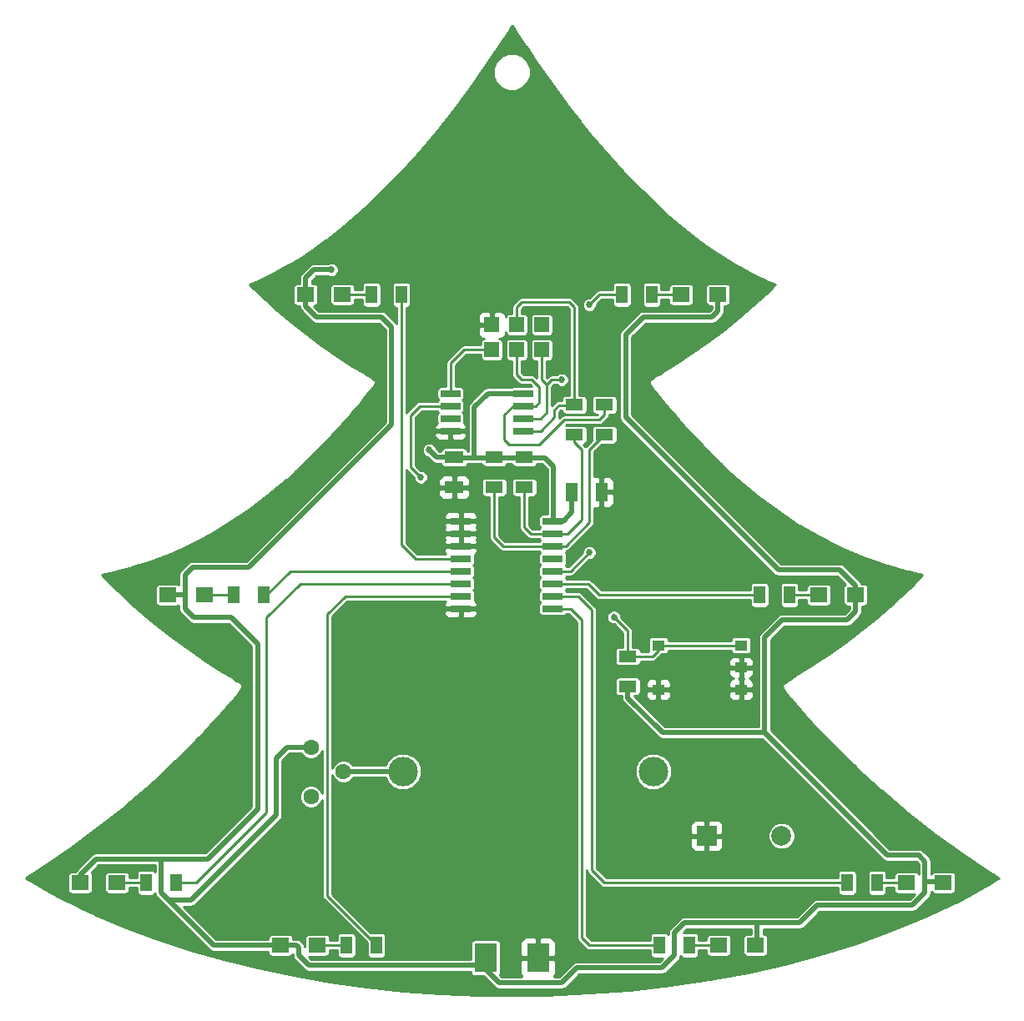
<source format=gtl>
G04 #@! TF.FileFunction,Copper,L1,Top,Signal*
%FSLAX46Y46*%
G04 Gerber Fmt 4.6, Leading zero omitted, Abs format (unit mm)*
G04 Created by KiCad (PCBNEW 4.0.5) date 04/19/17 16:41:43*
%MOMM*%
%LPD*%
G01*
G04 APERTURE LIST*
%ADD10C,0.100000*%
%ADD11C,3.000000*%
%ADD12C,1.600000*%
%ADD13R,1.300000X1.000000*%
%ADD14R,2.000000X2.000000*%
%ADD15C,2.000000*%
%ADD16R,1.820000X1.150000*%
%ADD17R,2.120000X0.670000*%
%ADD18R,1.150000X1.820000*%
%ADD19R,2.300000X2.950000*%
%ADD20R,1.520000X1.520000*%
%ADD21R,2.020000X0.640000*%
%ADD22R,1.750000X1.500000*%
%ADD23R,1.920000X1.260000*%
%ADD24R,1.260000X1.920000*%
%ADD25C,0.685800*%
%ADD26C,0.508000*%
%ADD27C,0.254000*%
G04 APERTURE END LIST*
D10*
D11*
X165481000Y-125857000D03*
X140081000Y-125857000D03*
D12*
X130750000Y-123400000D03*
X130750000Y-128400000D03*
X134050000Y-125900000D03*
D13*
X174400000Y-117550000D03*
X166000000Y-117550000D03*
X174400000Y-113050000D03*
X166000000Y-113050000D03*
X174400000Y-115300000D03*
D14*
X170900000Y-132400000D03*
D15*
X178500000Y-132400000D03*
D16*
X162900000Y-114190000D03*
X162900000Y-117210000D03*
D17*
X145952000Y-100457000D03*
X145952000Y-101727000D03*
X145952000Y-102997000D03*
X145952000Y-104267000D03*
X145952000Y-105537000D03*
X145952000Y-106807000D03*
X145952000Y-108077000D03*
X145952000Y-109347000D03*
X155292000Y-109347000D03*
X155292000Y-108077000D03*
X155292000Y-106807000D03*
X155292000Y-105537000D03*
X155292000Y-104267000D03*
X155292000Y-102997000D03*
X155292000Y-101727000D03*
X155292000Y-100457000D03*
D16*
X160528000Y-88660000D03*
X160528000Y-91680000D03*
X157480000Y-88660000D03*
X157480000Y-91680000D03*
X152400000Y-97014000D03*
X152400000Y-93994000D03*
X149352000Y-97014000D03*
X149352000Y-93994000D03*
D18*
X162320000Y-77470000D03*
X165340000Y-77470000D03*
X176290000Y-107950000D03*
X179310000Y-107950000D03*
X185180000Y-137160000D03*
X188200000Y-137160000D03*
X166130000Y-143510000D03*
X169150000Y-143510000D03*
X137400000Y-143510000D03*
X134380000Y-143510000D03*
X117080000Y-137160000D03*
X114060000Y-137160000D03*
X125970000Y-107950000D03*
X122950000Y-107950000D03*
X139940000Y-77470000D03*
X136920000Y-77470000D03*
D19*
X148480000Y-144780000D03*
X153780000Y-144780000D03*
D20*
X154178000Y-83058000D03*
X154178000Y-80518000D03*
X151638000Y-83058000D03*
X151638000Y-80518000D03*
X149098000Y-83058000D03*
X149098000Y-80518000D03*
D21*
X144920000Y-87495000D03*
X144920000Y-88765000D03*
X144920000Y-90035000D03*
X144920000Y-91305000D03*
X152280000Y-91305000D03*
X152280000Y-90035000D03*
X152280000Y-88765000D03*
X152280000Y-87495000D03*
D22*
X168305000Y-77470000D03*
X172055000Y-77470000D03*
X182275000Y-107950000D03*
X186025000Y-107950000D03*
X191165000Y-137160000D03*
X194915000Y-137160000D03*
X172115000Y-143510000D03*
X175865000Y-143510000D03*
X131415000Y-143510000D03*
X127665000Y-143510000D03*
X111095000Y-137160000D03*
X107345000Y-137160000D03*
X119985000Y-107950000D03*
X116235000Y-107950000D03*
X133955000Y-77470000D03*
X130205000Y-77470000D03*
D23*
X145288000Y-93979000D03*
X145288000Y-97029000D03*
D24*
X157174200Y-97510600D03*
X160224200Y-97510600D03*
D25*
X142748000Y-93218000D03*
X132842000Y-74930000D03*
X153797000Y-141097000D03*
X156200000Y-86100000D03*
X159004000Y-103632000D03*
X159004000Y-78486000D03*
X141900000Y-96000000D03*
X161500000Y-110200000D03*
D26*
X143510000Y-93980000D02*
X145264000Y-93980000D01*
X142748000Y-93218000D02*
X143510000Y-93980000D01*
X127665000Y-143510000D02*
X120904000Y-143510000D01*
X120904000Y-143510000D02*
X116332000Y-138938000D01*
X162900000Y-117210000D02*
X162900000Y-118400000D01*
X166400000Y-121900000D02*
X176784000Y-121900000D01*
X162900000Y-118400000D02*
X166400000Y-121900000D01*
X116332000Y-138938000D02*
X118562000Y-138938000D01*
X118562000Y-138938000D02*
X127200000Y-130300000D01*
X127200000Y-130300000D02*
X127200000Y-124500000D01*
X127200000Y-124500000D02*
X128300000Y-123400000D01*
X128300000Y-123400000D02*
X130750000Y-123400000D01*
X115570000Y-134747000D02*
X115570000Y-138176000D01*
X116332000Y-138938000D02*
X115570000Y-138176000D01*
X162687000Y-89916000D02*
X162687000Y-81534000D01*
X162687000Y-81534000D02*
X164465000Y-79756000D01*
X178181000Y-105410000D02*
X181356000Y-105410000D01*
X162687000Y-89916000D02*
X178181000Y-105410000D01*
X193040000Y-137033000D02*
X194788000Y-137033000D01*
X194788000Y-137033000D02*
X194915000Y-137160000D01*
X188722000Y-139446000D02*
X191770000Y-139446000D01*
X193040000Y-135001000D02*
X192405000Y-134366000D01*
X193040000Y-138176000D02*
X193040000Y-137033000D01*
X193040000Y-137033000D02*
X193040000Y-135001000D01*
X191770000Y-139446000D02*
X193040000Y-138176000D01*
X117983000Y-106045000D02*
X117983000Y-105918000D01*
X117983000Y-105918000D02*
X118745000Y-105156000D01*
X117983000Y-107950000D02*
X116235000Y-107950000D01*
X119634000Y-110236000D02*
X118872000Y-110236000D01*
X117983000Y-109347000D02*
X117983000Y-107950000D01*
X117983000Y-107950000D02*
X117983000Y-106045000D01*
X118872000Y-110236000D02*
X117983000Y-109347000D01*
X115570000Y-134747000D02*
X115570000Y-134874000D01*
X115570000Y-134874000D02*
X115570000Y-134747000D01*
X122174000Y-105156000D02*
X124460000Y-105156000D01*
X130205000Y-78643000D02*
X130205000Y-77470000D01*
X131318000Y-79756000D02*
X130205000Y-78643000D01*
X136398000Y-79756000D02*
X131318000Y-79756000D01*
X118745000Y-105156000D02*
X122174000Y-105156000D01*
X138938000Y-88392000D02*
X138938000Y-81534000D01*
X138938000Y-81534000D02*
X138938000Y-80772000D01*
X138938000Y-80772000D02*
X137922000Y-79756000D01*
X137922000Y-79756000D02*
X136398000Y-79756000D01*
X124460000Y-105156000D02*
X138938000Y-90678000D01*
X138938000Y-90678000D02*
X138938000Y-88392000D01*
X176784000Y-118110000D02*
X176784000Y-121900000D01*
X176784000Y-121900000D02*
X176784000Y-121920000D01*
X176784000Y-118110000D02*
X176784000Y-112268000D01*
X176784000Y-112268000D02*
X178562000Y-110490000D01*
X178562000Y-110490000D02*
X185166000Y-110490000D01*
X185166000Y-110490000D02*
X186025000Y-109631000D01*
X186025000Y-109631000D02*
X186025000Y-107950000D01*
X176784000Y-121920000D02*
X189230000Y-134366000D01*
X189230000Y-134366000D02*
X192405000Y-134366000D01*
X130556000Y-145542000D02*
X129540000Y-144526000D01*
X129286000Y-143510000D02*
X127665000Y-143510000D01*
X129540000Y-143764000D02*
X129286000Y-143510000D01*
X129540000Y-144526000D02*
X129540000Y-143764000D01*
X176022000Y-141224000D02*
X176022000Y-143353000D01*
X176022000Y-143353000D02*
X175865000Y-143510000D01*
X148480000Y-144780000D02*
X148480000Y-145940000D01*
X148480000Y-145940000D02*
X149860000Y-147320000D01*
X168656000Y-141224000D02*
X176022000Y-141224000D01*
X176022000Y-141224000D02*
X180340000Y-141224000D01*
X167640000Y-142240000D02*
X168656000Y-141224000D01*
X167640000Y-144526000D02*
X167640000Y-142240000D01*
X166370000Y-145796000D02*
X167640000Y-144526000D01*
X157734000Y-145796000D02*
X166370000Y-145796000D01*
X156210000Y-147320000D02*
X157734000Y-145796000D01*
X149860000Y-147320000D02*
X156210000Y-147320000D01*
X164465000Y-79756000D02*
X165862000Y-79756000D01*
X107345000Y-137160000D02*
X107345000Y-136368000D01*
X108966000Y-134747000D02*
X115570000Y-134747000D01*
X107345000Y-136368000D02*
X108966000Y-134747000D01*
X124333000Y-111887000D02*
X122682000Y-110236000D01*
X125349000Y-129667000D02*
X125349000Y-119253000D01*
X120269000Y-134747000D02*
X125349000Y-129667000D01*
X115570000Y-134747000D02*
X120269000Y-134747000D01*
X124333000Y-111887000D02*
X125349000Y-112903000D01*
X125349000Y-112903000D02*
X125349000Y-119253000D01*
X122682000Y-110236000D02*
X119634000Y-110236000D01*
X186025000Y-107950000D02*
X186025000Y-107031000D01*
X172055000Y-79151000D02*
X172055000Y-77470000D01*
X165862000Y-79756000D02*
X171450000Y-79756000D01*
X171450000Y-79756000D02*
X172055000Y-79151000D01*
X184404000Y-105410000D02*
X181356000Y-105410000D01*
X186025000Y-107031000D02*
X184404000Y-105410000D01*
X182118000Y-139446000D02*
X188722000Y-139446000D01*
X180340000Y-141224000D02*
X182118000Y-139446000D01*
X130205000Y-77470000D02*
X130205000Y-75789000D01*
X130205000Y-75789000D02*
X131064000Y-74930000D01*
X141224000Y-145542000D02*
X147718000Y-145542000D01*
X147718000Y-145542000D02*
X148480000Y-144780000D01*
X107345000Y-137160000D02*
X107345000Y-137317000D01*
D27*
X155346000Y-100457000D02*
X156337000Y-100457000D01*
D26*
X157226000Y-99568000D02*
X157226000Y-97766000D01*
X156337000Y-100457000D02*
X157226000Y-99568000D01*
D27*
X148480000Y-146194000D02*
X148480000Y-144780000D01*
D26*
X152400000Y-94004000D02*
X154456000Y-94004000D01*
X155346000Y-94894000D02*
X155346000Y-100457000D01*
X154456000Y-94004000D02*
X155346000Y-94894000D01*
D27*
X148590000Y-144670000D02*
X148480000Y-144780000D01*
X147718000Y-145542000D02*
X148480000Y-144780000D01*
X107365800Y-137180800D02*
X107345000Y-137160000D01*
X107376912Y-137191912D02*
X107345000Y-137160000D01*
X175768000Y-143607000D02*
X175865000Y-143510000D01*
X194947716Y-137192716D02*
X194915000Y-137160000D01*
D26*
X131064000Y-74930000D02*
X132842000Y-74930000D01*
X149352000Y-94004000D02*
X147320000Y-94004000D01*
X149352000Y-94004000D02*
X152400000Y-94004000D01*
X147320000Y-94004000D02*
X147320000Y-88900000D01*
X147320000Y-88900000D02*
X148717000Y-87503000D01*
D27*
X145264000Y-93980000D02*
X145288000Y-94004000D01*
D26*
X147320000Y-94004000D02*
X145288000Y-94004000D01*
X148717000Y-87503000D02*
X152230000Y-87503000D01*
X130556000Y-145542000D02*
X141224000Y-145542000D01*
X153780000Y-141114000D02*
X153780000Y-144780000D01*
X153797000Y-141097000D02*
X153780000Y-141114000D01*
D27*
X133955000Y-77470000D02*
X136930000Y-77470000D01*
X119985000Y-107950000D02*
X122960000Y-107950000D01*
X111095000Y-137160000D02*
X114070000Y-137160000D01*
X131415000Y-143510000D02*
X134390000Y-143510000D01*
X169140000Y-143510000D02*
X172115000Y-143510000D01*
X188190000Y-137160000D02*
X191165000Y-137160000D01*
X179300000Y-107950000D02*
X182275000Y-107950000D01*
X165330000Y-77470000D02*
X168305000Y-77470000D01*
X149098000Y-83058000D02*
X146304000Y-83058000D01*
X144950000Y-84412000D02*
X144950000Y-87503000D01*
X146304000Y-83058000D02*
X144950000Y-84412000D01*
X151638000Y-78740000D02*
X152146000Y-78232000D01*
X152146000Y-78232000D02*
X156972000Y-78232000D01*
X156972000Y-78232000D02*
X157480000Y-78740000D01*
X151638000Y-78740000D02*
X151638000Y-80518000D01*
X157480000Y-88670000D02*
X157480000Y-78740000D01*
X152230000Y-91313000D02*
X154051000Y-91313000D01*
X155932000Y-88670000D02*
X157480000Y-88670000D01*
X155448000Y-89154000D02*
X155932000Y-88670000D01*
X155448000Y-89916000D02*
X155448000Y-89154000D01*
X154051000Y-91313000D02*
X155448000Y-89916000D01*
X155200000Y-86100000D02*
X154686000Y-86614000D01*
X156200000Y-86100000D02*
X155200000Y-86100000D01*
X154178000Y-83058000D02*
X154178000Y-86100000D01*
X154178000Y-86100000D02*
X154178000Y-86106000D01*
X154051000Y-90043000D02*
X152230000Y-90043000D01*
X154686000Y-89408000D02*
X154051000Y-90043000D01*
X154686000Y-86614000D02*
X154686000Y-89408000D01*
X154178000Y-86106000D02*
X154686000Y-86614000D01*
X152230000Y-88773000D02*
X151257000Y-88773000D01*
X150368000Y-92202000D02*
X150876000Y-92710000D01*
X150368000Y-89662000D02*
X150368000Y-92202000D01*
X151257000Y-88773000D02*
X150368000Y-89662000D01*
X153543000Y-88773000D02*
X152230000Y-88773000D01*
X153924000Y-88392000D02*
X153543000Y-88773000D01*
X153924000Y-86868000D02*
X153924000Y-88392000D01*
X153162000Y-86106000D02*
X153924000Y-86868000D01*
X152146000Y-86106000D02*
X153162000Y-86106000D01*
X150876000Y-92710000D02*
X153924000Y-92710000D01*
X151638000Y-85598000D02*
X152146000Y-86106000D01*
X153924000Y-92710000D02*
X156464000Y-90170000D01*
X151638000Y-83058000D02*
X151638000Y-85598000D01*
X160528000Y-89662000D02*
X160528000Y-88670000D01*
X160020000Y-90170000D02*
X160528000Y-89662000D01*
X156464000Y-90170000D02*
X160020000Y-90170000D01*
X139930000Y-77470000D02*
X139930000Y-102846000D01*
X141351000Y-104267000D02*
X145898000Y-104267000D01*
X139930000Y-102846000D02*
X141351000Y-104267000D01*
X125960000Y-107950000D02*
X126238000Y-107950000D01*
X126238000Y-107950000D02*
X128651000Y-105537000D01*
X128651000Y-105537000D02*
X145898000Y-105537000D01*
X117070000Y-137160000D02*
X119126000Y-137160000D01*
X129667000Y-106807000D02*
X145898000Y-106807000D01*
X126238000Y-110236000D02*
X129667000Y-106807000D01*
X126238000Y-130048000D02*
X126238000Y-110236000D01*
X119126000Y-137160000D02*
X126238000Y-130048000D01*
X145952000Y-108077000D02*
X134223000Y-108077000D01*
X132400000Y-138510000D02*
X132400000Y-109900000D01*
X132400000Y-138510000D02*
X137400000Y-143510000D01*
X134223000Y-108077000D02*
X132400000Y-109900000D01*
X166140000Y-143510000D02*
X159004000Y-143510000D01*
X157099000Y-109347000D02*
X155346000Y-109347000D01*
X158242000Y-110490000D02*
X157099000Y-109347000D01*
X158242000Y-142748000D02*
X158242000Y-110490000D01*
X159004000Y-143510000D02*
X158242000Y-142748000D01*
X185190000Y-137160000D02*
X160528000Y-137160000D01*
X157861000Y-108077000D02*
X155346000Y-108077000D01*
X159258000Y-109474000D02*
X157861000Y-108077000D01*
X159258000Y-135890000D02*
X159258000Y-109474000D01*
X160528000Y-137160000D02*
X159258000Y-135890000D01*
X176300000Y-107950000D02*
X160020000Y-107950000D01*
X158877000Y-106807000D02*
X155346000Y-106807000D01*
X160020000Y-107950000D02*
X158877000Y-106807000D01*
X162330000Y-77470000D02*
X160020000Y-77470000D01*
X157099000Y-105537000D02*
X155346000Y-105537000D01*
X159004000Y-103632000D02*
X157099000Y-105537000D01*
X160020000Y-77470000D02*
X159004000Y-78486000D01*
X160528000Y-91670000D02*
X159004000Y-93194000D01*
X156591000Y-102997000D02*
X155346000Y-102997000D01*
X159004000Y-100584000D02*
X156591000Y-102997000D01*
X159004000Y-93194000D02*
X159004000Y-100584000D01*
X149352000Y-97004000D02*
X149352000Y-102108000D01*
X150241000Y-102997000D02*
X155346000Y-102997000D01*
X149352000Y-102108000D02*
X150241000Y-102997000D01*
X157480000Y-92456000D02*
X157480000Y-91670000D01*
X158242000Y-93218000D02*
X157480000Y-92456000D01*
X155346000Y-101727000D02*
X156819600Y-101727000D01*
X158242000Y-100304600D02*
X158242000Y-93218000D01*
X156819600Y-101727000D02*
X158242000Y-100304600D01*
X152400000Y-97004000D02*
X152400000Y-101092000D01*
X153035000Y-101727000D02*
X155346000Y-101727000D01*
X152400000Y-101092000D02*
X153035000Y-101727000D01*
X162900000Y-114190000D02*
X162900000Y-111600000D01*
X141835000Y-88765000D02*
X144920000Y-88765000D01*
X140900000Y-89700000D02*
X141835000Y-88765000D01*
X140900000Y-95000000D02*
X140900000Y-89700000D01*
X141900000Y-96000000D02*
X140900000Y-95000000D01*
X162900000Y-111600000D02*
X161500000Y-110200000D01*
X162900000Y-114190000D02*
X165410000Y-114190000D01*
X166000000Y-113600000D02*
X166000000Y-113050000D01*
X165410000Y-114190000D02*
X166000000Y-113600000D01*
X174400000Y-113050000D02*
X166000000Y-113050000D01*
D26*
X140081000Y-125857000D02*
X134093000Y-125857000D01*
X134093000Y-125857000D02*
X134050000Y-125900000D01*
D27*
G36*
X151246592Y-50247673D02*
X151477998Y-50603606D01*
X151740069Y-51009409D01*
X151740931Y-51010298D01*
X151741393Y-51011444D01*
X152589977Y-52307472D01*
X152592079Y-52309614D01*
X152593243Y-52312377D01*
X153645049Y-53866478D01*
X153647151Y-53868556D01*
X153648340Y-53871263D01*
X154741176Y-55434786D01*
X154743238Y-55436763D01*
X154744424Y-55439362D01*
X155855016Y-56980091D01*
X155857165Y-56982093D01*
X155858426Y-56984749D01*
X156963502Y-58470472D01*
X156965895Y-58472635D01*
X156967324Y-58475522D01*
X158043609Y-59874022D01*
X158046458Y-59876513D01*
X158048203Y-59879875D01*
X159072426Y-61158939D01*
X159076120Y-61162045D01*
X159078447Y-61166271D01*
X160320541Y-62641588D01*
X160324531Y-62644780D01*
X160327111Y-62649188D01*
X161671697Y-64164386D01*
X161675721Y-64167437D01*
X161678383Y-64171728D01*
X163054477Y-65644323D01*
X163058590Y-65647277D01*
X163061369Y-65651510D01*
X164450783Y-67063521D01*
X164455144Y-67066486D01*
X164458155Y-67070814D01*
X165842701Y-68404258D01*
X165847510Y-68407342D01*
X165850908Y-68411935D01*
X167212396Y-69648831D01*
X167217931Y-69652157D01*
X167221940Y-69657219D01*
X168542181Y-70779585D01*
X168548857Y-70783304D01*
X168553831Y-70789104D01*
X169814637Y-71778958D01*
X169819095Y-71781218D01*
X169822444Y-71784928D01*
X170000715Y-71917693D01*
X170004774Y-71919623D01*
X170007862Y-71922890D01*
X171366855Y-72887421D01*
X171373864Y-72890558D01*
X171379352Y-72895927D01*
X172768169Y-73802002D01*
X172775298Y-73804864D01*
X172780993Y-73810014D01*
X174173124Y-74642403D01*
X174180757Y-74645125D01*
X174186990Y-74650310D01*
X175555920Y-75393784D01*
X175564575Y-75396473D01*
X175571803Y-75401940D01*
X176891019Y-76041270D01*
X176901453Y-76043989D01*
X176910399Y-76050012D01*
X177824556Y-76432414D01*
X177814814Y-76442840D01*
X177521012Y-76742042D01*
X176911107Y-77344343D01*
X175610015Y-78549393D01*
X174190800Y-79770709D01*
X172681206Y-80986933D01*
X171110463Y-82175475D01*
X169507846Y-83313820D01*
X167902666Y-84379530D01*
X166320481Y-85352581D01*
X166145305Y-85456392D01*
X166143969Y-85457590D01*
X166142285Y-85458201D01*
X165786786Y-85673279D01*
X165784560Y-85675314D01*
X165781740Y-85676385D01*
X165495878Y-85855383D01*
X165492001Y-85859037D01*
X165487073Y-85861064D01*
X165296488Y-85987732D01*
X165281520Y-86002627D01*
X165262970Y-86012727D01*
X165193297Y-86070814D01*
X165165425Y-86105318D01*
X165132320Y-86134834D01*
X165118550Y-86163344D01*
X165098655Y-86187973D01*
X165086109Y-86230514D01*
X165066819Y-86270454D01*
X165065008Y-86302064D01*
X165056052Y-86332431D01*
X165060740Y-86376534D01*
X165058203Y-86420816D01*
X165068626Y-86450713D01*
X165071973Y-86482197D01*
X165093183Y-86521151D01*
X165107784Y-86563031D01*
X165154635Y-86642662D01*
X165167757Y-86657379D01*
X165176093Y-86675245D01*
X165316992Y-86867309D01*
X165320544Y-86870563D01*
X165322689Y-86874879D01*
X165542444Y-87159514D01*
X165544166Y-87161015D01*
X165545205Y-87163047D01*
X165828490Y-87521287D01*
X165829599Y-87522231D01*
X165830272Y-87523524D01*
X166161764Y-87936400D01*
X166162625Y-87937122D01*
X166163151Y-87938118D01*
X166527522Y-88386665D01*
X166528299Y-88387309D01*
X166528776Y-88388201D01*
X166910700Y-88853451D01*
X166911499Y-88854107D01*
X166911991Y-88855015D01*
X167296145Y-89318001D01*
X167297067Y-89318749D01*
X167297637Y-89319787D01*
X167668693Y-89761541D01*
X167669882Y-89762494D01*
X167670626Y-89763824D01*
X168013261Y-90165379D01*
X168014400Y-90166278D01*
X168015119Y-90167541D01*
X168082017Y-90244779D01*
X168084195Y-90246472D01*
X168085595Y-90248853D01*
X168550643Y-90770791D01*
X168553272Y-90772776D01*
X168554989Y-90775587D01*
X169107461Y-91375098D01*
X169109352Y-91376476D01*
X169110594Y-91378457D01*
X169725516Y-92030006D01*
X169727062Y-92031105D01*
X169728083Y-92032699D01*
X170380489Y-92710750D01*
X170381907Y-92711737D01*
X170382851Y-92713183D01*
X171047771Y-93392201D01*
X171049228Y-93393197D01*
X171050205Y-93394664D01*
X171702670Y-94049115D01*
X171704349Y-94050241D01*
X171705488Y-94051913D01*
X172320529Y-94656259D01*
X172322726Y-94657699D01*
X172324233Y-94659850D01*
X172876880Y-95188556D01*
X172880215Y-95190679D01*
X172882547Y-95193869D01*
X173347832Y-95621401D01*
X173351562Y-95623671D01*
X173354215Y-95627136D01*
X174008497Y-96202035D01*
X174013768Y-96205085D01*
X174017620Y-96209804D01*
X176083889Y-97914693D01*
X176092622Y-97919391D01*
X176099274Y-97926746D01*
X178171527Y-99467129D01*
X178181198Y-99471716D01*
X178188799Y-99479249D01*
X180273625Y-100858773D01*
X180284179Y-100863089D01*
X180292730Y-100870629D01*
X182396720Y-102092944D01*
X182408047Y-102096823D01*
X182417494Y-102104177D01*
X184547239Y-103172931D01*
X184559168Y-103176216D01*
X184569392Y-103183184D01*
X186731480Y-104102027D01*
X186743786Y-104104592D01*
X186754611Y-104110992D01*
X188955634Y-104883572D01*
X188968064Y-104885339D01*
X188979257Y-104891021D01*
X191225804Y-105520988D01*
X191232502Y-105521505D01*
X191238595Y-105524340D01*
X191501371Y-105588405D01*
X191502705Y-105588462D01*
X191503917Y-105589016D01*
X191981977Y-105702137D01*
X191983776Y-105702202D01*
X191985422Y-105702936D01*
X192416439Y-105800764D01*
X192418892Y-105800830D01*
X192421145Y-105801801D01*
X192766082Y-105875575D01*
X192771279Y-105875650D01*
X192776107Y-105877581D01*
X192794586Y-105881024D01*
X192616282Y-106067903D01*
X192276274Y-106415377D01*
X191886437Y-106807072D01*
X191464495Y-107225349D01*
X191027845Y-107652922D01*
X190593595Y-108072802D01*
X190179315Y-108467557D01*
X189802619Y-108819745D01*
X189479927Y-109113069D01*
X189442675Y-109146202D01*
X188068022Y-110321656D01*
X186564360Y-111523679D01*
X184959306Y-112732173D01*
X183283584Y-113924536D01*
X181567592Y-115078490D01*
X179839329Y-116173330D01*
X179718483Y-116247594D01*
X179718033Y-116248011D01*
X179717461Y-116248225D01*
X179358246Y-116470518D01*
X179357466Y-116471246D01*
X179356465Y-116471626D01*
X179056721Y-116659378D01*
X179055460Y-116660567D01*
X179053845Y-116661197D01*
X178841949Y-116796539D01*
X178837866Y-116800457D01*
X178832658Y-116802664D01*
X178736977Y-116867735D01*
X178701812Y-116903480D01*
X178662233Y-116934250D01*
X178649465Y-116956691D01*
X178631355Y-116975100D01*
X178612547Y-117021580D01*
X178587755Y-117065155D01*
X178584547Y-117090776D01*
X178574861Y-117114712D01*
X178575271Y-117164847D01*
X178569041Y-117214598D01*
X178571406Y-117247491D01*
X178574005Y-117256951D01*
X178573275Y-117266734D01*
X178593871Y-117329258D01*
X178611307Y-117392719D01*
X178617327Y-117400463D01*
X178620397Y-117409782D01*
X178702312Y-117554669D01*
X178715058Y-117569470D01*
X178722995Y-117587321D01*
X178889498Y-117823160D01*
X178895550Y-117828908D01*
X178899262Y-117836383D01*
X179133409Y-118139745D01*
X179137751Y-118143531D01*
X179140466Y-118148617D01*
X179425312Y-118496073D01*
X179430054Y-118499969D01*
X179433113Y-118505291D01*
X181253350Y-120589106D01*
X181259293Y-120593685D01*
X181263278Y-120600042D01*
X183588042Y-123064423D01*
X183594375Y-123068927D01*
X183598763Y-123075347D01*
X186060868Y-125486235D01*
X186067131Y-125490325D01*
X186071584Y-125496335D01*
X188654821Y-127839660D01*
X188661091Y-127843421D01*
X188665659Y-127849129D01*
X191353817Y-130110820D01*
X191360177Y-130114320D01*
X191364920Y-130119816D01*
X194141795Y-132285801D01*
X194148335Y-132289091D01*
X194153321Y-132294450D01*
X197002701Y-134350658D01*
X197009518Y-134353774D01*
X197014829Y-134359062D01*
X199920507Y-136291422D01*
X199924069Y-136292888D01*
X199926849Y-136295550D01*
X200539102Y-136685627D01*
X200518421Y-136698853D01*
X200321369Y-136823365D01*
X199508093Y-137313391D01*
X198575837Y-137843813D01*
X197554363Y-138399239D01*
X196475330Y-138963255D01*
X195370077Y-139519672D01*
X194270213Y-140052204D01*
X193206992Y-140544782D01*
X192212961Y-140980813D01*
X189497089Y-142075372D01*
X186040230Y-143312499D01*
X182476460Y-144420316D01*
X178805849Y-145398865D01*
X175029342Y-146247886D01*
X171147793Y-146967143D01*
X167162098Y-147556388D01*
X163073214Y-148015373D01*
X158882037Y-148343854D01*
X154588934Y-148541619D01*
X151650272Y-148594970D01*
X147783462Y-148555556D01*
X143938323Y-148392982D01*
X140124344Y-148109075D01*
X136351942Y-147705684D01*
X132631447Y-147184662D01*
X128973222Y-146547877D01*
X125387658Y-145797214D01*
X121885061Y-144934554D01*
X118475866Y-143961826D01*
X115170403Y-142880948D01*
X111979048Y-141693878D01*
X108908151Y-140400906D01*
X108883362Y-140389798D01*
X108244343Y-140095010D01*
X107529264Y-139751344D01*
X106760180Y-139370471D01*
X105960247Y-138964601D01*
X105152686Y-138545989D01*
X104360928Y-138127022D01*
X103607975Y-137719871D01*
X102917371Y-137337019D01*
X102312599Y-136990952D01*
X101818551Y-136695090D01*
X101812099Y-136690916D01*
X102002792Y-136562671D01*
X102240020Y-136410000D01*
X106081536Y-136410000D01*
X106081536Y-137910000D01*
X106108103Y-138051190D01*
X106191546Y-138180865D01*
X106318866Y-138267859D01*
X106470000Y-138298464D01*
X108220000Y-138298464D01*
X108361190Y-138271897D01*
X108490865Y-138188454D01*
X108577859Y-138061134D01*
X108608464Y-137910000D01*
X108608464Y-136410000D01*
X108581897Y-136268810D01*
X108498454Y-136139135D01*
X108482673Y-136128353D01*
X109229026Y-135382000D01*
X114935000Y-135382000D01*
X114935000Y-136012619D01*
X114913454Y-135979135D01*
X114786134Y-135892141D01*
X114635000Y-135861536D01*
X113485000Y-135861536D01*
X113343810Y-135888103D01*
X113214135Y-135971546D01*
X113127141Y-136098866D01*
X113096536Y-136250000D01*
X113096536Y-136652000D01*
X112358464Y-136652000D01*
X112358464Y-136410000D01*
X112331897Y-136268810D01*
X112248454Y-136139135D01*
X112121134Y-136052141D01*
X111970000Y-136021536D01*
X110220000Y-136021536D01*
X110078810Y-136048103D01*
X109949135Y-136131546D01*
X109862141Y-136258866D01*
X109831536Y-136410000D01*
X109831536Y-137910000D01*
X109858103Y-138051190D01*
X109941546Y-138180865D01*
X110068866Y-138267859D01*
X110220000Y-138298464D01*
X111970000Y-138298464D01*
X112111190Y-138271897D01*
X112240865Y-138188454D01*
X112327859Y-138061134D01*
X112358464Y-137910000D01*
X112358464Y-137668000D01*
X113096536Y-137668000D01*
X113096536Y-138070000D01*
X113123103Y-138211190D01*
X113206546Y-138340865D01*
X113333866Y-138427859D01*
X113485000Y-138458464D01*
X114635000Y-138458464D01*
X114776190Y-138431897D01*
X114905865Y-138348454D01*
X114954999Y-138276544D01*
X114983336Y-138419004D01*
X115120987Y-138625013D01*
X120454987Y-143959013D01*
X120660995Y-144096664D01*
X120904000Y-144145000D01*
X126401536Y-144145000D01*
X126401536Y-144260000D01*
X126428103Y-144401190D01*
X126511546Y-144530865D01*
X126638866Y-144617859D01*
X126790000Y-144648464D01*
X128540000Y-144648464D01*
X128681190Y-144621897D01*
X128810865Y-144538454D01*
X128897859Y-144411134D01*
X128905000Y-144375870D01*
X128905000Y-144526000D01*
X128953336Y-144769004D01*
X129090987Y-144975013D01*
X130106987Y-145991013D01*
X130312996Y-146128664D01*
X130556000Y-146177000D01*
X146941536Y-146177000D01*
X146941536Y-146255000D01*
X146968103Y-146396190D01*
X147051546Y-146525865D01*
X147178866Y-146612859D01*
X147330000Y-146643464D01*
X148255864Y-146643464D01*
X148285597Y-146663331D01*
X148310199Y-146668225D01*
X149410987Y-147769013D01*
X149616996Y-147906664D01*
X149860000Y-147955000D01*
X156210000Y-147955000D01*
X156453004Y-147906664D01*
X156659013Y-147769013D01*
X157997025Y-146431000D01*
X166370000Y-146431000D01*
X166613004Y-146382664D01*
X166819013Y-146245013D01*
X168089013Y-144975013D01*
X168226664Y-144769004D01*
X168255038Y-144626359D01*
X168296546Y-144690865D01*
X168423866Y-144777859D01*
X168575000Y-144808464D01*
X169725000Y-144808464D01*
X169866190Y-144781897D01*
X169995865Y-144698454D01*
X170082859Y-144571134D01*
X170113464Y-144420000D01*
X170113464Y-144018000D01*
X170851536Y-144018000D01*
X170851536Y-144260000D01*
X170878103Y-144401190D01*
X170961546Y-144530865D01*
X171088866Y-144617859D01*
X171240000Y-144648464D01*
X172990000Y-144648464D01*
X173131190Y-144621897D01*
X173260865Y-144538454D01*
X173347859Y-144411134D01*
X173378464Y-144260000D01*
X173378464Y-142760000D01*
X173351897Y-142618810D01*
X173268454Y-142489135D01*
X173141134Y-142402141D01*
X172990000Y-142371536D01*
X171240000Y-142371536D01*
X171098810Y-142398103D01*
X170969135Y-142481546D01*
X170882141Y-142608866D01*
X170851536Y-142760000D01*
X170851536Y-143002000D01*
X170113464Y-143002000D01*
X170113464Y-142600000D01*
X170086897Y-142458810D01*
X170003454Y-142329135D01*
X169876134Y-142242141D01*
X169725000Y-142211536D01*
X168575000Y-142211536D01*
X168564518Y-142213508D01*
X168919026Y-141859000D01*
X175387000Y-141859000D01*
X175387000Y-142371536D01*
X174990000Y-142371536D01*
X174848810Y-142398103D01*
X174719135Y-142481546D01*
X174632141Y-142608866D01*
X174601536Y-142760000D01*
X174601536Y-144260000D01*
X174628103Y-144401190D01*
X174711546Y-144530865D01*
X174838866Y-144617859D01*
X174990000Y-144648464D01*
X176740000Y-144648464D01*
X176881190Y-144621897D01*
X177010865Y-144538454D01*
X177097859Y-144411134D01*
X177128464Y-144260000D01*
X177128464Y-142760000D01*
X177101897Y-142618810D01*
X177018454Y-142489135D01*
X176891134Y-142402141D01*
X176740000Y-142371536D01*
X176657000Y-142371536D01*
X176657000Y-141859000D01*
X180340000Y-141859000D01*
X180583004Y-141810664D01*
X180789013Y-141673013D01*
X182381026Y-140081000D01*
X191770000Y-140081000D01*
X192013004Y-140032664D01*
X192219013Y-139895013D01*
X193489013Y-138625013D01*
X193626664Y-138419004D01*
X193675000Y-138176000D01*
X193675000Y-138034699D01*
X193678103Y-138051190D01*
X193761546Y-138180865D01*
X193888866Y-138267859D01*
X194040000Y-138298464D01*
X195790000Y-138298464D01*
X195931190Y-138271897D01*
X196060865Y-138188454D01*
X196147859Y-138061134D01*
X196178464Y-137910000D01*
X196178464Y-136410000D01*
X196151897Y-136268810D01*
X196068454Y-136139135D01*
X195941134Y-136052141D01*
X195790000Y-136021536D01*
X194040000Y-136021536D01*
X193898810Y-136048103D01*
X193769135Y-136131546D01*
X193682141Y-136258866D01*
X193675000Y-136294130D01*
X193675000Y-135001005D01*
X193675001Y-135001000D01*
X193626664Y-134757996D01*
X193489013Y-134551987D01*
X192854013Y-133916987D01*
X192648004Y-133779336D01*
X192405000Y-133731000D01*
X189493026Y-133731000D01*
X177419000Y-121656974D01*
X177419000Y-112531026D01*
X178825026Y-111125000D01*
X185166000Y-111125000D01*
X185409004Y-111076664D01*
X185615013Y-110939013D01*
X186474010Y-110080015D01*
X186474013Y-110080013D01*
X186566311Y-109941880D01*
X186611664Y-109874005D01*
X186660000Y-109631000D01*
X186660000Y-109088464D01*
X186900000Y-109088464D01*
X187041190Y-109061897D01*
X187170865Y-108978454D01*
X187257859Y-108851134D01*
X187288464Y-108700000D01*
X187288464Y-107200000D01*
X187261897Y-107058810D01*
X187178454Y-106929135D01*
X187051134Y-106842141D01*
X186900000Y-106811536D01*
X186616346Y-106811536D01*
X186611664Y-106787996D01*
X186474013Y-106581987D01*
X184853013Y-104960987D01*
X184647004Y-104823336D01*
X184404000Y-104775000D01*
X178444026Y-104775000D01*
X163322000Y-89652974D01*
X163322000Y-81797026D01*
X164728026Y-80391000D01*
X171450000Y-80391000D01*
X171693004Y-80342664D01*
X171899013Y-80205013D01*
X172504013Y-79600013D01*
X172641664Y-79394004D01*
X172690000Y-79151000D01*
X172690000Y-78608464D01*
X172930000Y-78608464D01*
X173071190Y-78581897D01*
X173200865Y-78498454D01*
X173287859Y-78371134D01*
X173318464Y-78220000D01*
X173318464Y-76720000D01*
X173291897Y-76578810D01*
X173208454Y-76449135D01*
X173081134Y-76362141D01*
X172930000Y-76331536D01*
X171180000Y-76331536D01*
X171038810Y-76358103D01*
X170909135Y-76441546D01*
X170822141Y-76568866D01*
X170791536Y-76720000D01*
X170791536Y-78220000D01*
X170818103Y-78361190D01*
X170901546Y-78490865D01*
X171028866Y-78577859D01*
X171180000Y-78608464D01*
X171420000Y-78608464D01*
X171420000Y-78887974D01*
X171186974Y-79121000D01*
X164465000Y-79121000D01*
X164221996Y-79169336D01*
X164015987Y-79306987D01*
X162237987Y-81084987D01*
X162100336Y-81290996D01*
X162052000Y-81534000D01*
X162052000Y-89916000D01*
X162100336Y-90159004D01*
X162237987Y-90365013D01*
X177731987Y-105859013D01*
X177937996Y-105996664D01*
X178181000Y-106045000D01*
X184140974Y-106045000D01*
X184963338Y-106867364D01*
X184879135Y-106921546D01*
X184792141Y-107048866D01*
X184761536Y-107200000D01*
X184761536Y-108700000D01*
X184788103Y-108841190D01*
X184871546Y-108970865D01*
X184998866Y-109057859D01*
X185150000Y-109088464D01*
X185390000Y-109088464D01*
X185390000Y-109367975D01*
X184902974Y-109855000D01*
X178562000Y-109855000D01*
X178318996Y-109903336D01*
X178112987Y-110040987D01*
X176334987Y-111818987D01*
X176197336Y-112024996D01*
X176149000Y-112268000D01*
X176149000Y-121265000D01*
X166663025Y-121265000D01*
X163571490Y-118173464D01*
X163810000Y-118173464D01*
X163951190Y-118146897D01*
X164080865Y-118063454D01*
X164167859Y-117936134D01*
X164188187Y-117835750D01*
X164715000Y-117835750D01*
X164715000Y-118176310D01*
X164811673Y-118409699D01*
X164990302Y-118588327D01*
X165223691Y-118685000D01*
X165714250Y-118685000D01*
X165873000Y-118526250D01*
X165873000Y-117677000D01*
X166127000Y-117677000D01*
X166127000Y-118526250D01*
X166285750Y-118685000D01*
X166776309Y-118685000D01*
X167009698Y-118588327D01*
X167188327Y-118409699D01*
X167285000Y-118176310D01*
X167285000Y-117835750D01*
X173115000Y-117835750D01*
X173115000Y-118176310D01*
X173211673Y-118409699D01*
X173390302Y-118588327D01*
X173623691Y-118685000D01*
X174114250Y-118685000D01*
X174273000Y-118526250D01*
X174273000Y-117677000D01*
X174527000Y-117677000D01*
X174527000Y-118526250D01*
X174685750Y-118685000D01*
X175176309Y-118685000D01*
X175409698Y-118588327D01*
X175588327Y-118409699D01*
X175685000Y-118176310D01*
X175685000Y-117835750D01*
X175526250Y-117677000D01*
X174527000Y-117677000D01*
X174273000Y-117677000D01*
X173273750Y-117677000D01*
X173115000Y-117835750D01*
X167285000Y-117835750D01*
X167126250Y-117677000D01*
X166127000Y-117677000D01*
X165873000Y-117677000D01*
X164873750Y-117677000D01*
X164715000Y-117835750D01*
X164188187Y-117835750D01*
X164198464Y-117785000D01*
X164198464Y-116923690D01*
X164715000Y-116923690D01*
X164715000Y-117264250D01*
X164873750Y-117423000D01*
X165873000Y-117423000D01*
X165873000Y-116573750D01*
X166127000Y-116573750D01*
X166127000Y-117423000D01*
X167126250Y-117423000D01*
X167285000Y-117264250D01*
X167285000Y-116923690D01*
X167188327Y-116690301D01*
X167009698Y-116511673D01*
X166776309Y-116415000D01*
X166285750Y-116415000D01*
X166127000Y-116573750D01*
X165873000Y-116573750D01*
X165714250Y-116415000D01*
X165223691Y-116415000D01*
X164990302Y-116511673D01*
X164811673Y-116690301D01*
X164715000Y-116923690D01*
X164198464Y-116923690D01*
X164198464Y-116635000D01*
X164171897Y-116493810D01*
X164088454Y-116364135D01*
X163961134Y-116277141D01*
X163810000Y-116246536D01*
X161990000Y-116246536D01*
X161848810Y-116273103D01*
X161719135Y-116356546D01*
X161632141Y-116483866D01*
X161601536Y-116635000D01*
X161601536Y-117785000D01*
X161628103Y-117926190D01*
X161711546Y-118055865D01*
X161838866Y-118142859D01*
X161990000Y-118173464D01*
X162265000Y-118173464D01*
X162265000Y-118400000D01*
X162313336Y-118643004D01*
X162450987Y-118849013D01*
X165950985Y-122349010D01*
X165950987Y-122349013D01*
X166051671Y-122416288D01*
X166156995Y-122486664D01*
X166400000Y-122535000D01*
X176500974Y-122535000D01*
X188780987Y-134815013D01*
X188986996Y-134952664D01*
X189230000Y-135001000D01*
X192141974Y-135001000D01*
X192405000Y-135264026D01*
X192405000Y-136285301D01*
X192401897Y-136268810D01*
X192318454Y-136139135D01*
X192191134Y-136052141D01*
X192040000Y-136021536D01*
X190290000Y-136021536D01*
X190148810Y-136048103D01*
X190019135Y-136131546D01*
X189932141Y-136258866D01*
X189901536Y-136410000D01*
X189901536Y-136652000D01*
X189163464Y-136652000D01*
X189163464Y-136250000D01*
X189136897Y-136108810D01*
X189053454Y-135979135D01*
X188926134Y-135892141D01*
X188775000Y-135861536D01*
X187625000Y-135861536D01*
X187483810Y-135888103D01*
X187354135Y-135971546D01*
X187267141Y-136098866D01*
X187236536Y-136250000D01*
X187236536Y-138070000D01*
X187263103Y-138211190D01*
X187346546Y-138340865D01*
X187473866Y-138427859D01*
X187625000Y-138458464D01*
X188775000Y-138458464D01*
X188916190Y-138431897D01*
X189045865Y-138348454D01*
X189132859Y-138221134D01*
X189163464Y-138070000D01*
X189163464Y-137668000D01*
X189901536Y-137668000D01*
X189901536Y-137910000D01*
X189928103Y-138051190D01*
X190011546Y-138180865D01*
X190138866Y-138267859D01*
X190290000Y-138298464D01*
X192019510Y-138298464D01*
X191506974Y-138811000D01*
X182118000Y-138811000D01*
X181874996Y-138859336D01*
X181668987Y-138996987D01*
X180076974Y-140589000D01*
X168656000Y-140589000D01*
X168412996Y-140637336D01*
X168206987Y-140774987D01*
X167190987Y-141790987D01*
X167053336Y-141996996D01*
X167005000Y-142240000D01*
X167005000Y-142362619D01*
X166983454Y-142329135D01*
X166856134Y-142242141D01*
X166705000Y-142211536D01*
X165555000Y-142211536D01*
X165413810Y-142238103D01*
X165284135Y-142321546D01*
X165197141Y-142448866D01*
X165166536Y-142600000D01*
X165166536Y-143002000D01*
X159214420Y-143002000D01*
X158750000Y-142537580D01*
X158750000Y-135890000D01*
X158788669Y-136084403D01*
X158898790Y-136249210D01*
X160168790Y-137519210D01*
X160333596Y-137629331D01*
X160365850Y-137635746D01*
X160528000Y-137668000D01*
X184216536Y-137668000D01*
X184216536Y-138070000D01*
X184243103Y-138211190D01*
X184326546Y-138340865D01*
X184453866Y-138427859D01*
X184605000Y-138458464D01*
X185755000Y-138458464D01*
X185896190Y-138431897D01*
X186025865Y-138348454D01*
X186112859Y-138221134D01*
X186143464Y-138070000D01*
X186143464Y-136250000D01*
X186116897Y-136108810D01*
X186033454Y-135979135D01*
X185906134Y-135892141D01*
X185755000Y-135861536D01*
X184605000Y-135861536D01*
X184463810Y-135888103D01*
X184334135Y-135971546D01*
X184247141Y-136098866D01*
X184216536Y-136250000D01*
X184216536Y-136652000D01*
X160738420Y-136652000D01*
X159766000Y-135679580D01*
X159766000Y-132685750D01*
X169265000Y-132685750D01*
X169265000Y-133526310D01*
X169361673Y-133759699D01*
X169540302Y-133938327D01*
X169773691Y-134035000D01*
X170614250Y-134035000D01*
X170773000Y-133876250D01*
X170773000Y-132527000D01*
X171027000Y-132527000D01*
X171027000Y-133876250D01*
X171185750Y-134035000D01*
X172026309Y-134035000D01*
X172259698Y-133938327D01*
X172438327Y-133759699D01*
X172535000Y-133526310D01*
X172535000Y-132685750D01*
X172522743Y-132673493D01*
X177118761Y-132673493D01*
X177328563Y-133181251D01*
X177716705Y-133570072D01*
X178224097Y-133780759D01*
X178773493Y-133781239D01*
X179281251Y-133571437D01*
X179670072Y-133183295D01*
X179880759Y-132675903D01*
X179881239Y-132126507D01*
X179671437Y-131618749D01*
X179283295Y-131229928D01*
X178775903Y-131019241D01*
X178226507Y-131018761D01*
X177718749Y-131228563D01*
X177329928Y-131616705D01*
X177119241Y-132124097D01*
X177118761Y-132673493D01*
X172522743Y-132673493D01*
X172376250Y-132527000D01*
X171027000Y-132527000D01*
X170773000Y-132527000D01*
X169423750Y-132527000D01*
X169265000Y-132685750D01*
X159766000Y-132685750D01*
X159766000Y-131273690D01*
X169265000Y-131273690D01*
X169265000Y-132114250D01*
X169423750Y-132273000D01*
X170773000Y-132273000D01*
X170773000Y-130923750D01*
X171027000Y-130923750D01*
X171027000Y-132273000D01*
X172376250Y-132273000D01*
X172535000Y-132114250D01*
X172535000Y-131273690D01*
X172438327Y-131040301D01*
X172259698Y-130861673D01*
X172026309Y-130765000D01*
X171185750Y-130765000D01*
X171027000Y-130923750D01*
X170773000Y-130923750D01*
X170614250Y-130765000D01*
X169773691Y-130765000D01*
X169540302Y-130861673D01*
X169361673Y-131040301D01*
X169265000Y-131273690D01*
X159766000Y-131273690D01*
X159766000Y-126229513D01*
X163599674Y-126229513D01*
X163885436Y-126921109D01*
X164414108Y-127450704D01*
X165105204Y-127737673D01*
X165853513Y-127738326D01*
X166545109Y-127452564D01*
X167074704Y-126923892D01*
X167361673Y-126232796D01*
X167362326Y-125484487D01*
X167076564Y-124792891D01*
X166547892Y-124263296D01*
X165856796Y-123976327D01*
X165108487Y-123975674D01*
X164416891Y-124261436D01*
X163887296Y-124790108D01*
X163600327Y-125481204D01*
X163599674Y-126229513D01*
X159766000Y-126229513D01*
X159766000Y-115585750D01*
X173115000Y-115585750D01*
X173115000Y-115926310D01*
X173211673Y-116159699D01*
X173390302Y-116338327D01*
X173599549Y-116425000D01*
X173390302Y-116511673D01*
X173211673Y-116690301D01*
X173115000Y-116923690D01*
X173115000Y-117264250D01*
X173273750Y-117423000D01*
X174273000Y-117423000D01*
X174273000Y-116573750D01*
X174124250Y-116425000D01*
X174273000Y-116276250D01*
X174273000Y-115427000D01*
X174527000Y-115427000D01*
X174527000Y-116276250D01*
X174675750Y-116425000D01*
X174527000Y-116573750D01*
X174527000Y-117423000D01*
X175526250Y-117423000D01*
X175685000Y-117264250D01*
X175685000Y-116923690D01*
X175588327Y-116690301D01*
X175409698Y-116511673D01*
X175200451Y-116425000D01*
X175409698Y-116338327D01*
X175588327Y-116159699D01*
X175685000Y-115926310D01*
X175685000Y-115585750D01*
X175526250Y-115427000D01*
X174527000Y-115427000D01*
X174273000Y-115427000D01*
X173273750Y-115427000D01*
X173115000Y-115585750D01*
X159766000Y-115585750D01*
X159766000Y-110343361D01*
X160775975Y-110343361D01*
X160885950Y-110609521D01*
X161089408Y-110813335D01*
X161355376Y-110923774D01*
X161505485Y-110923905D01*
X162392000Y-111810420D01*
X162392000Y-113226536D01*
X161990000Y-113226536D01*
X161848810Y-113253103D01*
X161719135Y-113336546D01*
X161632141Y-113463866D01*
X161601536Y-113615000D01*
X161601536Y-114765000D01*
X161628103Y-114906190D01*
X161711546Y-115035865D01*
X161838866Y-115122859D01*
X161990000Y-115153464D01*
X163810000Y-115153464D01*
X163951190Y-115126897D01*
X164080865Y-115043454D01*
X164167859Y-114916134D01*
X164198464Y-114765000D01*
X164198464Y-114698000D01*
X165410000Y-114698000D01*
X165532215Y-114673690D01*
X173115000Y-114673690D01*
X173115000Y-115014250D01*
X173273750Y-115173000D01*
X174273000Y-115173000D01*
X174273000Y-114323750D01*
X174527000Y-114323750D01*
X174527000Y-115173000D01*
X175526250Y-115173000D01*
X175685000Y-115014250D01*
X175685000Y-114673690D01*
X175588327Y-114440301D01*
X175409698Y-114261673D01*
X175176309Y-114165000D01*
X174685750Y-114165000D01*
X174527000Y-114323750D01*
X174273000Y-114323750D01*
X174114250Y-114165000D01*
X173623691Y-114165000D01*
X173390302Y-114261673D01*
X173211673Y-114440301D01*
X173115000Y-114673690D01*
X165532215Y-114673690D01*
X165604403Y-114659331D01*
X165769210Y-114549210D01*
X166359210Y-113959210D01*
X166373072Y-113938464D01*
X166650000Y-113938464D01*
X166791190Y-113911897D01*
X166920865Y-113828454D01*
X167007859Y-113701134D01*
X167036844Y-113558000D01*
X173363041Y-113558000D01*
X173388103Y-113691190D01*
X173471546Y-113820865D01*
X173598866Y-113907859D01*
X173750000Y-113938464D01*
X175050000Y-113938464D01*
X175191190Y-113911897D01*
X175320865Y-113828454D01*
X175407859Y-113701134D01*
X175438464Y-113550000D01*
X175438464Y-112550000D01*
X175411897Y-112408810D01*
X175328454Y-112279135D01*
X175201134Y-112192141D01*
X175050000Y-112161536D01*
X173750000Y-112161536D01*
X173608810Y-112188103D01*
X173479135Y-112271546D01*
X173392141Y-112398866D01*
X173363156Y-112542000D01*
X167036959Y-112542000D01*
X167011897Y-112408810D01*
X166928454Y-112279135D01*
X166801134Y-112192141D01*
X166650000Y-112161536D01*
X165350000Y-112161536D01*
X165208810Y-112188103D01*
X165079135Y-112271546D01*
X164992141Y-112398866D01*
X164961536Y-112550000D01*
X164961536Y-113550000D01*
X164986374Y-113682000D01*
X164198464Y-113682000D01*
X164198464Y-113615000D01*
X164171897Y-113473810D01*
X164088454Y-113344135D01*
X163961134Y-113257141D01*
X163810000Y-113226536D01*
X163408000Y-113226536D01*
X163408000Y-111600000D01*
X163369331Y-111405597D01*
X163259210Y-111240790D01*
X162223895Y-110205475D01*
X162224025Y-110056639D01*
X162114050Y-109790479D01*
X161910592Y-109586665D01*
X161644624Y-109476226D01*
X161356639Y-109475975D01*
X161090479Y-109585950D01*
X160886665Y-109789408D01*
X160776226Y-110055376D01*
X160775975Y-110343361D01*
X159766000Y-110343361D01*
X159766000Y-109474000D01*
X159730854Y-109297306D01*
X159727331Y-109279596D01*
X159617210Y-109114790D01*
X158220210Y-107717790D01*
X158055403Y-107607669D01*
X157861000Y-107569000D01*
X156693428Y-107569000D01*
X156630454Y-107471135D01*
X156588574Y-107442520D01*
X156622865Y-107420454D01*
X156694919Y-107315000D01*
X158666580Y-107315000D01*
X159660790Y-108309210D01*
X159825596Y-108419331D01*
X160020000Y-108458000D01*
X175326536Y-108458000D01*
X175326536Y-108860000D01*
X175353103Y-109001190D01*
X175436546Y-109130865D01*
X175563866Y-109217859D01*
X175715000Y-109248464D01*
X176865000Y-109248464D01*
X177006190Y-109221897D01*
X177135865Y-109138454D01*
X177222859Y-109011134D01*
X177253464Y-108860000D01*
X177253464Y-107040000D01*
X178346536Y-107040000D01*
X178346536Y-108860000D01*
X178373103Y-109001190D01*
X178456546Y-109130865D01*
X178583866Y-109217859D01*
X178735000Y-109248464D01*
X179885000Y-109248464D01*
X180026190Y-109221897D01*
X180155865Y-109138454D01*
X180242859Y-109011134D01*
X180273464Y-108860000D01*
X180273464Y-108458000D01*
X181011536Y-108458000D01*
X181011536Y-108700000D01*
X181038103Y-108841190D01*
X181121546Y-108970865D01*
X181248866Y-109057859D01*
X181400000Y-109088464D01*
X183150000Y-109088464D01*
X183291190Y-109061897D01*
X183420865Y-108978454D01*
X183507859Y-108851134D01*
X183538464Y-108700000D01*
X183538464Y-107200000D01*
X183511897Y-107058810D01*
X183428454Y-106929135D01*
X183301134Y-106842141D01*
X183150000Y-106811536D01*
X181400000Y-106811536D01*
X181258810Y-106838103D01*
X181129135Y-106921546D01*
X181042141Y-107048866D01*
X181011536Y-107200000D01*
X181011536Y-107442000D01*
X180273464Y-107442000D01*
X180273464Y-107040000D01*
X180246897Y-106898810D01*
X180163454Y-106769135D01*
X180036134Y-106682141D01*
X179885000Y-106651536D01*
X178735000Y-106651536D01*
X178593810Y-106678103D01*
X178464135Y-106761546D01*
X178377141Y-106888866D01*
X178346536Y-107040000D01*
X177253464Y-107040000D01*
X177226897Y-106898810D01*
X177143454Y-106769135D01*
X177016134Y-106682141D01*
X176865000Y-106651536D01*
X175715000Y-106651536D01*
X175573810Y-106678103D01*
X175444135Y-106761546D01*
X175357141Y-106888866D01*
X175326536Y-107040000D01*
X175326536Y-107442000D01*
X160230420Y-107442000D01*
X159236210Y-106447790D01*
X159071403Y-106337669D01*
X158877000Y-106299000D01*
X156693428Y-106299000D01*
X156630454Y-106201135D01*
X156588574Y-106172520D01*
X156622865Y-106150454D01*
X156694919Y-106045000D01*
X157099000Y-106045000D01*
X157293403Y-106006331D01*
X157458210Y-105896210D01*
X158998525Y-104355895D01*
X159147361Y-104356025D01*
X159413521Y-104246050D01*
X159617335Y-104042592D01*
X159727774Y-103776624D01*
X159728025Y-103488639D01*
X159618050Y-103222479D01*
X159414592Y-103018665D01*
X159148624Y-102908226D01*
X158860639Y-102907975D01*
X158594479Y-103017950D01*
X158390665Y-103221408D01*
X158280226Y-103487376D01*
X158280095Y-103637485D01*
X156888580Y-105029000D01*
X156693428Y-105029000D01*
X156630454Y-104931135D01*
X156588574Y-104902520D01*
X156622865Y-104880454D01*
X156709859Y-104753134D01*
X156740464Y-104602000D01*
X156740464Y-103932000D01*
X156713897Y-103790810D01*
X156630454Y-103661135D01*
X156588574Y-103632520D01*
X156622865Y-103610454D01*
X156709859Y-103483134D01*
X156710234Y-103481283D01*
X156785403Y-103466331D01*
X156950210Y-103356210D01*
X159363210Y-100943210D01*
X159473331Y-100778404D01*
X159482404Y-100732790D01*
X159512000Y-100584000D01*
X159512000Y-99105600D01*
X159938450Y-99105600D01*
X160097200Y-98946850D01*
X160097200Y-97637600D01*
X160351200Y-97637600D01*
X160351200Y-98946850D01*
X160509950Y-99105600D01*
X160980509Y-99105600D01*
X161213898Y-99008927D01*
X161392527Y-98830299D01*
X161489200Y-98596910D01*
X161489200Y-97796350D01*
X161330450Y-97637600D01*
X160351200Y-97637600D01*
X160097200Y-97637600D01*
X160077200Y-97637600D01*
X160077200Y-97383600D01*
X160097200Y-97383600D01*
X160097200Y-96074350D01*
X160351200Y-96074350D01*
X160351200Y-97383600D01*
X161330450Y-97383600D01*
X161489200Y-97224850D01*
X161489200Y-96424290D01*
X161392527Y-96190901D01*
X161213898Y-96012273D01*
X160980509Y-95915600D01*
X160509950Y-95915600D01*
X160351200Y-96074350D01*
X160097200Y-96074350D01*
X159938450Y-95915600D01*
X159512000Y-95915600D01*
X159512000Y-93404420D01*
X160272957Y-92643464D01*
X161438000Y-92643464D01*
X161579190Y-92616897D01*
X161708865Y-92533454D01*
X161795859Y-92406134D01*
X161826464Y-92255000D01*
X161826464Y-91105000D01*
X161799897Y-90963810D01*
X161716454Y-90834135D01*
X161589134Y-90747141D01*
X161438000Y-90716536D01*
X159618000Y-90716536D01*
X159476810Y-90743103D01*
X159347135Y-90826546D01*
X159260141Y-90953866D01*
X159229536Y-91105000D01*
X159229536Y-92250044D01*
X158644790Y-92834790D01*
X158614982Y-92879401D01*
X158601210Y-92858790D01*
X158385884Y-92643464D01*
X158390000Y-92643464D01*
X158531190Y-92616897D01*
X158660865Y-92533454D01*
X158747859Y-92406134D01*
X158778464Y-92255000D01*
X158778464Y-91105000D01*
X158751897Y-90963810D01*
X158668454Y-90834135D01*
X158541134Y-90747141D01*
X158390000Y-90716536D01*
X156635885Y-90716536D01*
X156674421Y-90678000D01*
X160020000Y-90678000D01*
X160214403Y-90639331D01*
X160379210Y-90529210D01*
X160887210Y-90021211D01*
X160980661Y-89881351D01*
X160997331Y-89856403D01*
X161036000Y-89662000D01*
X161036000Y-89623464D01*
X161438000Y-89623464D01*
X161579190Y-89596897D01*
X161708865Y-89513454D01*
X161795859Y-89386134D01*
X161826464Y-89235000D01*
X161826464Y-88085000D01*
X161799897Y-87943810D01*
X161716454Y-87814135D01*
X161589134Y-87727141D01*
X161438000Y-87696536D01*
X159618000Y-87696536D01*
X159476810Y-87723103D01*
X159347135Y-87806546D01*
X159260141Y-87933866D01*
X159229536Y-88085000D01*
X159229536Y-89235000D01*
X159256103Y-89376190D01*
X159339546Y-89505865D01*
X159466866Y-89592859D01*
X159618000Y-89623464D01*
X159848116Y-89623464D01*
X159809580Y-89662000D01*
X156464000Y-89662000D01*
X156269597Y-89700669D01*
X156238276Y-89721597D01*
X156104789Y-89810790D01*
X155945179Y-89970400D01*
X155956000Y-89916000D01*
X155956000Y-89364420D01*
X156142421Y-89178000D01*
X156181536Y-89178000D01*
X156181536Y-89235000D01*
X156208103Y-89376190D01*
X156291546Y-89505865D01*
X156418866Y-89592859D01*
X156570000Y-89623464D01*
X158390000Y-89623464D01*
X158531190Y-89596897D01*
X158660865Y-89513454D01*
X158747859Y-89386134D01*
X158778464Y-89235000D01*
X158778464Y-88085000D01*
X158751897Y-87943810D01*
X158668454Y-87814135D01*
X158541134Y-87727141D01*
X158390000Y-87696536D01*
X157988000Y-87696536D01*
X157988000Y-78740000D01*
X157965993Y-78629361D01*
X158279975Y-78629361D01*
X158389950Y-78895521D01*
X158593408Y-79099335D01*
X158859376Y-79209774D01*
X159147361Y-79210025D01*
X159413521Y-79100050D01*
X159617335Y-78896592D01*
X159727774Y-78630624D01*
X159727905Y-78480515D01*
X160230420Y-77978000D01*
X161356536Y-77978000D01*
X161356536Y-78380000D01*
X161383103Y-78521190D01*
X161466546Y-78650865D01*
X161593866Y-78737859D01*
X161745000Y-78768464D01*
X162895000Y-78768464D01*
X163036190Y-78741897D01*
X163165865Y-78658454D01*
X163252859Y-78531134D01*
X163283464Y-78380000D01*
X163283464Y-76560000D01*
X164376536Y-76560000D01*
X164376536Y-78380000D01*
X164403103Y-78521190D01*
X164486546Y-78650865D01*
X164613866Y-78737859D01*
X164765000Y-78768464D01*
X165915000Y-78768464D01*
X166056190Y-78741897D01*
X166185865Y-78658454D01*
X166272859Y-78531134D01*
X166303464Y-78380000D01*
X166303464Y-77978000D01*
X167041536Y-77978000D01*
X167041536Y-78220000D01*
X167068103Y-78361190D01*
X167151546Y-78490865D01*
X167278866Y-78577859D01*
X167430000Y-78608464D01*
X169180000Y-78608464D01*
X169321190Y-78581897D01*
X169450865Y-78498454D01*
X169537859Y-78371134D01*
X169568464Y-78220000D01*
X169568464Y-76720000D01*
X169541897Y-76578810D01*
X169458454Y-76449135D01*
X169331134Y-76362141D01*
X169180000Y-76331536D01*
X167430000Y-76331536D01*
X167288810Y-76358103D01*
X167159135Y-76441546D01*
X167072141Y-76568866D01*
X167041536Y-76720000D01*
X167041536Y-76962000D01*
X166303464Y-76962000D01*
X166303464Y-76560000D01*
X166276897Y-76418810D01*
X166193454Y-76289135D01*
X166066134Y-76202141D01*
X165915000Y-76171536D01*
X164765000Y-76171536D01*
X164623810Y-76198103D01*
X164494135Y-76281546D01*
X164407141Y-76408866D01*
X164376536Y-76560000D01*
X163283464Y-76560000D01*
X163256897Y-76418810D01*
X163173454Y-76289135D01*
X163046134Y-76202141D01*
X162895000Y-76171536D01*
X161745000Y-76171536D01*
X161603810Y-76198103D01*
X161474135Y-76281546D01*
X161387141Y-76408866D01*
X161356536Y-76560000D01*
X161356536Y-76962000D01*
X160020000Y-76962000D01*
X159825597Y-77000669D01*
X159660790Y-77110790D01*
X159009475Y-77762105D01*
X158860639Y-77761975D01*
X158594479Y-77871950D01*
X158390665Y-78075408D01*
X158280226Y-78341376D01*
X158279975Y-78629361D01*
X157965993Y-78629361D01*
X157949331Y-78545597D01*
X157883459Y-78447013D01*
X157839210Y-78380789D01*
X157331210Y-77872790D01*
X157166403Y-77762669D01*
X156972000Y-77724000D01*
X152146000Y-77724000D01*
X151951597Y-77762669D01*
X151918760Y-77784610D01*
X151786789Y-77872790D01*
X151278791Y-78380789D01*
X151278790Y-78380790D01*
X151168669Y-78545597D01*
X151130000Y-78740000D01*
X151130000Y-79369536D01*
X150878000Y-79369536D01*
X150736810Y-79396103D01*
X150607135Y-79479546D01*
X150520141Y-79606866D01*
X150493000Y-79740894D01*
X150493000Y-79631690D01*
X150396327Y-79398301D01*
X150217698Y-79219673D01*
X149984309Y-79123000D01*
X149383750Y-79123000D01*
X149225000Y-79281750D01*
X149225000Y-80391000D01*
X149245000Y-80391000D01*
X149245000Y-80645000D01*
X149225000Y-80645000D01*
X149225000Y-80665000D01*
X148971000Y-80665000D01*
X148971000Y-80645000D01*
X147861750Y-80645000D01*
X147703000Y-80803750D01*
X147703000Y-81404310D01*
X147799673Y-81637699D01*
X147978302Y-81816327D01*
X148211691Y-81913000D01*
X148319591Y-81913000D01*
X148196810Y-81936103D01*
X148067135Y-82019546D01*
X147980141Y-82146866D01*
X147949536Y-82298000D01*
X147949536Y-82550000D01*
X146304000Y-82550000D01*
X146109596Y-82588669D01*
X145944790Y-82698790D01*
X144590790Y-84052790D01*
X144480669Y-84217597D01*
X144442000Y-84412000D01*
X144442000Y-86786536D01*
X143910000Y-86786536D01*
X143768810Y-86813103D01*
X143639135Y-86896546D01*
X143552141Y-87023866D01*
X143521536Y-87175000D01*
X143521536Y-87815000D01*
X143548103Y-87956190D01*
X143631546Y-88085865D01*
X143696038Y-88129930D01*
X143639135Y-88166546D01*
X143577330Y-88257000D01*
X141835000Y-88257000D01*
X141640597Y-88295669D01*
X141475790Y-88405790D01*
X140540790Y-89340790D01*
X140438000Y-89494625D01*
X140438000Y-79631690D01*
X147703000Y-79631690D01*
X147703000Y-80232250D01*
X147861750Y-80391000D01*
X148971000Y-80391000D01*
X148971000Y-79281750D01*
X148812250Y-79123000D01*
X148211691Y-79123000D01*
X147978302Y-79219673D01*
X147799673Y-79398301D01*
X147703000Y-79631690D01*
X140438000Y-79631690D01*
X140438000Y-78768464D01*
X140515000Y-78768464D01*
X140656190Y-78741897D01*
X140785865Y-78658454D01*
X140872859Y-78531134D01*
X140903464Y-78380000D01*
X140903464Y-76560000D01*
X140876897Y-76418810D01*
X140793454Y-76289135D01*
X140666134Y-76202141D01*
X140515000Y-76171536D01*
X139365000Y-76171536D01*
X139223810Y-76198103D01*
X139094135Y-76281546D01*
X139007141Y-76408866D01*
X138976536Y-76560000D01*
X138976536Y-78380000D01*
X139003103Y-78521190D01*
X139086546Y-78650865D01*
X139213866Y-78737859D01*
X139365000Y-78768464D01*
X139422000Y-78768464D01*
X139422000Y-80375349D01*
X139387013Y-80322987D01*
X138371013Y-79306987D01*
X138165004Y-79169336D01*
X137922000Y-79121000D01*
X131581026Y-79121000D01*
X131068490Y-78608464D01*
X131080000Y-78608464D01*
X131221190Y-78581897D01*
X131350865Y-78498454D01*
X131437859Y-78371134D01*
X131468464Y-78220000D01*
X131468464Y-76720000D01*
X132691536Y-76720000D01*
X132691536Y-78220000D01*
X132718103Y-78361190D01*
X132801546Y-78490865D01*
X132928866Y-78577859D01*
X133080000Y-78608464D01*
X134830000Y-78608464D01*
X134971190Y-78581897D01*
X135100865Y-78498454D01*
X135187859Y-78371134D01*
X135218464Y-78220000D01*
X135218464Y-77978000D01*
X135956536Y-77978000D01*
X135956536Y-78380000D01*
X135983103Y-78521190D01*
X136066546Y-78650865D01*
X136193866Y-78737859D01*
X136345000Y-78768464D01*
X137495000Y-78768464D01*
X137636190Y-78741897D01*
X137765865Y-78658454D01*
X137852859Y-78531134D01*
X137883464Y-78380000D01*
X137883464Y-76560000D01*
X137856897Y-76418810D01*
X137773454Y-76289135D01*
X137646134Y-76202141D01*
X137495000Y-76171536D01*
X136345000Y-76171536D01*
X136203810Y-76198103D01*
X136074135Y-76281546D01*
X135987141Y-76408866D01*
X135956536Y-76560000D01*
X135956536Y-76962000D01*
X135218464Y-76962000D01*
X135218464Y-76720000D01*
X135191897Y-76578810D01*
X135108454Y-76449135D01*
X134981134Y-76362141D01*
X134830000Y-76331536D01*
X133080000Y-76331536D01*
X132938810Y-76358103D01*
X132809135Y-76441546D01*
X132722141Y-76568866D01*
X132691536Y-76720000D01*
X131468464Y-76720000D01*
X131441897Y-76578810D01*
X131358454Y-76449135D01*
X131231134Y-76362141D01*
X131080000Y-76331536D01*
X130840000Y-76331536D01*
X130840000Y-76052026D01*
X131327025Y-75565000D01*
X132483583Y-75565000D01*
X132697376Y-75653774D01*
X132985361Y-75654025D01*
X133251521Y-75544050D01*
X133455335Y-75340592D01*
X133565774Y-75074624D01*
X133566025Y-74786639D01*
X133456050Y-74520479D01*
X133252592Y-74316665D01*
X132986624Y-74206226D01*
X132698639Y-74205975D01*
X132483182Y-74295000D01*
X131064000Y-74295000D01*
X130820995Y-74343336D01*
X130738480Y-74398472D01*
X130614987Y-74480987D01*
X130614985Y-74480990D01*
X129755987Y-75339987D01*
X129618336Y-75545996D01*
X129570000Y-75789000D01*
X129570000Y-76331536D01*
X129330000Y-76331536D01*
X129188810Y-76358103D01*
X129059135Y-76441546D01*
X128972141Y-76568866D01*
X128941536Y-76720000D01*
X128941536Y-78220000D01*
X128968103Y-78361190D01*
X129051546Y-78490865D01*
X129178866Y-78577859D01*
X129330000Y-78608464D01*
X129570000Y-78608464D01*
X129570000Y-78643000D01*
X129618336Y-78886004D01*
X129755987Y-79092013D01*
X130868987Y-80205013D01*
X131074996Y-80342664D01*
X131318000Y-80391000D01*
X137658974Y-80391000D01*
X138303000Y-81035026D01*
X138303000Y-90414974D01*
X124196974Y-104521000D01*
X118745000Y-104521000D01*
X118501996Y-104569336D01*
X118295987Y-104706987D01*
X117533987Y-105468987D01*
X117396336Y-105674996D01*
X117348000Y-105918000D01*
X117348000Y-106901494D01*
X117261134Y-106842141D01*
X117110000Y-106811536D01*
X115360000Y-106811536D01*
X115218810Y-106838103D01*
X115089135Y-106921546D01*
X115002141Y-107048866D01*
X114971536Y-107200000D01*
X114971536Y-108700000D01*
X114998103Y-108841190D01*
X115081546Y-108970865D01*
X115208866Y-109057859D01*
X115360000Y-109088464D01*
X117110000Y-109088464D01*
X117251190Y-109061897D01*
X117348000Y-108999602D01*
X117348000Y-109347000D01*
X117396336Y-109590004D01*
X117533987Y-109796013D01*
X118422987Y-110685013D01*
X118628996Y-110822664D01*
X118872000Y-110871000D01*
X122418974Y-110871000D01*
X124714000Y-113166026D01*
X124714000Y-129403974D01*
X120005974Y-134112000D01*
X108966000Y-134112000D01*
X108722996Y-134160336D01*
X108516987Y-134297987D01*
X106895987Y-135918987D01*
X106827466Y-136021536D01*
X106470000Y-136021536D01*
X106328810Y-136048103D01*
X106199135Y-136131546D01*
X106112141Y-136258866D01*
X106081536Y-136410000D01*
X102240020Y-136410000D01*
X102422787Y-136292379D01*
X102423145Y-136292033D01*
X102423608Y-136291849D01*
X103463105Y-135619143D01*
X103466782Y-135615573D01*
X103471497Y-135613556D01*
X106323279Y-133660512D01*
X106328368Y-133655305D01*
X106334953Y-133652195D01*
X109134700Y-131577983D01*
X109139497Y-131572696D01*
X109145835Y-131569415D01*
X111870521Y-129392869D01*
X111875134Y-129387396D01*
X111881367Y-129383876D01*
X114507964Y-127123831D01*
X114512491Y-127118045D01*
X114518746Y-127114196D01*
X117024229Y-124789490D01*
X117028750Y-124783242D01*
X117035158Y-124778943D01*
X119396499Y-122408412D01*
X119399256Y-122404268D01*
X119403315Y-122401393D01*
X119982673Y-121789520D01*
X119983605Y-121788040D01*
X119985023Y-121787016D01*
X120569694Y-121158425D01*
X120570574Y-121156998D01*
X120571926Y-121156005D01*
X121137607Y-120537328D01*
X121138476Y-120535893D01*
X121139824Y-120534884D01*
X121675678Y-119938672D01*
X121676595Y-119937128D01*
X121678023Y-119936039D01*
X122173213Y-119374842D01*
X122174254Y-119373052D01*
X122175886Y-119371780D01*
X122619575Y-118858148D01*
X122620865Y-118855875D01*
X122622905Y-118854241D01*
X123004253Y-118400720D01*
X123006039Y-118397472D01*
X123008887Y-118395102D01*
X123317057Y-118014246D01*
X123319939Y-118008762D01*
X123324572Y-118004652D01*
X123548726Y-117709009D01*
X123554702Y-117696713D01*
X123564272Y-117686944D01*
X123693574Y-117489062D01*
X123716214Y-117432776D01*
X123743134Y-117378402D01*
X123766744Y-117290833D01*
X123766903Y-117288459D01*
X123767932Y-117286316D01*
X123771939Y-117213413D01*
X123776827Y-117140561D01*
X123776066Y-117138309D01*
X123776197Y-117135934D01*
X123751997Y-117067040D01*
X123728637Y-116997869D01*
X123727072Y-116996079D01*
X123726284Y-116993836D01*
X123677571Y-116939456D01*
X123629510Y-116884481D01*
X123627380Y-116883426D01*
X123625792Y-116881654D01*
X123609245Y-116869232D01*
X123598695Y-116864167D01*
X123590379Y-116855932D01*
X123453317Y-116765319D01*
X123449965Y-116763950D01*
X123447347Y-116761451D01*
X123203240Y-116606457D01*
X123201831Y-116605911D01*
X123200729Y-116604876D01*
X122878080Y-116403476D01*
X122877081Y-116403098D01*
X122876300Y-116402372D01*
X122504960Y-116173370D01*
X121326702Y-115433300D01*
X119801140Y-114426291D01*
X118280693Y-113370661D01*
X116795820Y-112288711D01*
X115377395Y-111203085D01*
X114056342Y-110136539D01*
X112861324Y-109110012D01*
X112771366Y-109029329D01*
X112429985Y-108715827D01*
X112039734Y-108348553D01*
X111617393Y-107944151D01*
X111180475Y-107519971D01*
X110746535Y-107093437D01*
X110332663Y-106681523D01*
X109956503Y-106301769D01*
X109635573Y-105971617D01*
X109551490Y-105882500D01*
X109827360Y-105828914D01*
X109833245Y-105826507D01*
X109839598Y-105826330D01*
X110365752Y-105706316D01*
X110369176Y-105704784D01*
X110372922Y-105704608D01*
X110985632Y-105552486D01*
X110988124Y-105551314D01*
X110990872Y-105551146D01*
X111656289Y-105376004D01*
X111658447Y-105374952D01*
X111660841Y-105374776D01*
X112345117Y-105185704D01*
X112347299Y-105184607D01*
X112349732Y-105184398D01*
X113019017Y-104990484D01*
X113021575Y-104989157D01*
X113024441Y-104988869D01*
X113644886Y-104799201D01*
X113648377Y-104797325D01*
X113652310Y-104796849D01*
X114190068Y-104620519D01*
X114193609Y-104618523D01*
X114197635Y-104617951D01*
X114694070Y-104443710D01*
X114699924Y-104440249D01*
X114706621Y-104439059D01*
X116696970Y-103661964D01*
X116706371Y-103655957D01*
X116717224Y-103653383D01*
X118660124Y-102764150D01*
X118669199Y-102757595D01*
X118679925Y-102754393D01*
X120590053Y-101744313D01*
X120598512Y-101737433D01*
X120608773Y-101733737D01*
X122500811Y-100594102D01*
X122508447Y-100587150D01*
X122517963Y-100583144D01*
X124406587Y-99305246D01*
X124413281Y-99298474D01*
X124421868Y-99294356D01*
X126321759Y-97869486D01*
X126327483Y-97863102D01*
X126335045Y-97859060D01*
X128260881Y-96278509D01*
X128263721Y-96275049D01*
X128267621Y-96272848D01*
X128310836Y-96235700D01*
X128313207Y-96232673D01*
X128316520Y-96230717D01*
X128718231Y-95871488D01*
X128720761Y-95868124D01*
X128724339Y-95865907D01*
X129217180Y-95405797D01*
X129218714Y-95403663D01*
X129220930Y-95402249D01*
X129783993Y-94862308D01*
X129785085Y-94860746D01*
X129786680Y-94859706D01*
X130399054Y-94260982D01*
X130399931Y-94259701D01*
X130401223Y-94258844D01*
X131042000Y-93622384D01*
X131042782Y-93621222D01*
X131043946Y-93620438D01*
X131692214Y-92967290D01*
X131692985Y-92966127D01*
X131694140Y-92965337D01*
X132328993Y-92316549D01*
X132329833Y-92315262D01*
X132331094Y-92314385D01*
X132931624Y-91691007D01*
X132932634Y-91689433D01*
X132934158Y-91688351D01*
X133479451Y-91111428D01*
X133480805Y-91109273D01*
X133482861Y-91107773D01*
X133952011Y-90598355D01*
X133954089Y-90594951D01*
X133957259Y-90592538D01*
X134329356Y-90171673D01*
X134331167Y-90168566D01*
X134333987Y-90166337D01*
X134578487Y-89879372D01*
X134579044Y-89878374D01*
X134579937Y-89877660D01*
X134973366Y-89410428D01*
X134973920Y-89409422D01*
X134974810Y-89408702D01*
X135376999Y-88925377D01*
X135377485Y-88924482D01*
X135378274Y-88923837D01*
X135774501Y-88442626D01*
X135774978Y-88441737D01*
X135775756Y-88441094D01*
X136151297Y-87980208D01*
X136151825Y-87979213D01*
X136152691Y-87978488D01*
X136492825Y-87556131D01*
X136493499Y-87554841D01*
X136494610Y-87553898D01*
X136784612Y-87188281D01*
X136785646Y-87186267D01*
X136787357Y-87184780D01*
X137012506Y-86894108D01*
X137014602Y-86889906D01*
X137018070Y-86886744D01*
X137163644Y-86689225D01*
X137171789Y-86671869D01*
X137184622Y-86657621D01*
X137235896Y-86571463D01*
X137239497Y-86561299D01*
X137246257Y-86552907D01*
X137264520Y-86490665D01*
X137286190Y-86429499D01*
X137285627Y-86418733D01*
X137288662Y-86408391D01*
X137281715Y-86343891D01*
X137278328Y-86279095D01*
X137273688Y-86269364D01*
X137272534Y-86258648D01*
X137241433Y-86201715D01*
X137213508Y-86143149D01*
X137205498Y-86135935D01*
X137200330Y-86126474D01*
X137185333Y-86108536D01*
X137148827Y-86079129D01*
X137117127Y-86044604D01*
X136989345Y-85951108D01*
X136979618Y-85946584D01*
X136971939Y-85939090D01*
X136734820Y-85784795D01*
X136730739Y-85783163D01*
X136727526Y-85780164D01*
X136406732Y-85581497D01*
X136403903Y-85580438D01*
X136401665Y-85578413D01*
X136023900Y-85352422D01*
X134965774Y-84710192D01*
X133405325Y-83698335D01*
X131834297Y-82607578D01*
X130280929Y-81459608D01*
X128774250Y-80276713D01*
X127343317Y-79081297D01*
X126017267Y-77895958D01*
X124822092Y-76740459D01*
X124569278Y-76483457D01*
X124521145Y-76432626D01*
X125354049Y-76085844D01*
X125362874Y-76079924D01*
X125373166Y-76077269D01*
X126692224Y-75442022D01*
X126699567Y-75436495D01*
X126708349Y-75433785D01*
X128077813Y-74693228D01*
X128084080Y-74688034D01*
X128091752Y-74685312D01*
X129485313Y-73855162D01*
X129490982Y-73850052D01*
X129498075Y-73847220D01*
X130889431Y-72943193D01*
X130894845Y-72937916D01*
X130901750Y-72934846D01*
X132264596Y-71972659D01*
X132270022Y-71966946D01*
X132277090Y-71963457D01*
X133585121Y-70958825D01*
X133588786Y-70954643D01*
X133593701Y-70952040D01*
X134104866Y-70535890D01*
X134108752Y-70531193D01*
X134114049Y-70528174D01*
X135963560Y-68924367D01*
X135968928Y-68917452D01*
X135976332Y-68912782D01*
X137836860Y-67147824D01*
X137841448Y-67141335D01*
X137847990Y-67136828D01*
X139714676Y-65216433D01*
X139718630Y-65210329D01*
X139724465Y-65205982D01*
X141592451Y-63135867D01*
X141595891Y-63130099D01*
X141601138Y-63125903D01*
X143465566Y-60911783D01*
X143468584Y-60906305D01*
X143473341Y-60902245D01*
X145329353Y-58549836D01*
X145332020Y-58544607D01*
X145336369Y-58540665D01*
X147179108Y-56055683D01*
X147181482Y-56050664D01*
X147185488Y-56046820D01*
X147748240Y-55241265D01*
X149224670Y-55241265D01*
X149514078Y-55941686D01*
X150049495Y-56478039D01*
X150749410Y-56768668D01*
X151507265Y-56769330D01*
X152207686Y-56479922D01*
X152744039Y-55944505D01*
X153034668Y-55244590D01*
X153035330Y-54486735D01*
X152745922Y-53786314D01*
X152210505Y-53249961D01*
X151510590Y-52959332D01*
X150752735Y-52958670D01*
X150052314Y-53248078D01*
X149515961Y-53783495D01*
X149225332Y-54483410D01*
X149224670Y-55241265D01*
X147748240Y-55241265D01*
X149010094Y-53434980D01*
X149012220Y-53430135D01*
X149015937Y-53426371D01*
X150817553Y-50693389D01*
X150818114Y-50692011D01*
X150819152Y-50690944D01*
X150925651Y-50526696D01*
X151146961Y-50198841D01*
X151182407Y-50149817D01*
X151246592Y-50247673D01*
X151246592Y-50247673D01*
G37*
X151246592Y-50247673D02*
X151477998Y-50603606D01*
X151740069Y-51009409D01*
X151740931Y-51010298D01*
X151741393Y-51011444D01*
X152589977Y-52307472D01*
X152592079Y-52309614D01*
X152593243Y-52312377D01*
X153645049Y-53866478D01*
X153647151Y-53868556D01*
X153648340Y-53871263D01*
X154741176Y-55434786D01*
X154743238Y-55436763D01*
X154744424Y-55439362D01*
X155855016Y-56980091D01*
X155857165Y-56982093D01*
X155858426Y-56984749D01*
X156963502Y-58470472D01*
X156965895Y-58472635D01*
X156967324Y-58475522D01*
X158043609Y-59874022D01*
X158046458Y-59876513D01*
X158048203Y-59879875D01*
X159072426Y-61158939D01*
X159076120Y-61162045D01*
X159078447Y-61166271D01*
X160320541Y-62641588D01*
X160324531Y-62644780D01*
X160327111Y-62649188D01*
X161671697Y-64164386D01*
X161675721Y-64167437D01*
X161678383Y-64171728D01*
X163054477Y-65644323D01*
X163058590Y-65647277D01*
X163061369Y-65651510D01*
X164450783Y-67063521D01*
X164455144Y-67066486D01*
X164458155Y-67070814D01*
X165842701Y-68404258D01*
X165847510Y-68407342D01*
X165850908Y-68411935D01*
X167212396Y-69648831D01*
X167217931Y-69652157D01*
X167221940Y-69657219D01*
X168542181Y-70779585D01*
X168548857Y-70783304D01*
X168553831Y-70789104D01*
X169814637Y-71778958D01*
X169819095Y-71781218D01*
X169822444Y-71784928D01*
X170000715Y-71917693D01*
X170004774Y-71919623D01*
X170007862Y-71922890D01*
X171366855Y-72887421D01*
X171373864Y-72890558D01*
X171379352Y-72895927D01*
X172768169Y-73802002D01*
X172775298Y-73804864D01*
X172780993Y-73810014D01*
X174173124Y-74642403D01*
X174180757Y-74645125D01*
X174186990Y-74650310D01*
X175555920Y-75393784D01*
X175564575Y-75396473D01*
X175571803Y-75401940D01*
X176891019Y-76041270D01*
X176901453Y-76043989D01*
X176910399Y-76050012D01*
X177824556Y-76432414D01*
X177814814Y-76442840D01*
X177521012Y-76742042D01*
X176911107Y-77344343D01*
X175610015Y-78549393D01*
X174190800Y-79770709D01*
X172681206Y-80986933D01*
X171110463Y-82175475D01*
X169507846Y-83313820D01*
X167902666Y-84379530D01*
X166320481Y-85352581D01*
X166145305Y-85456392D01*
X166143969Y-85457590D01*
X166142285Y-85458201D01*
X165786786Y-85673279D01*
X165784560Y-85675314D01*
X165781740Y-85676385D01*
X165495878Y-85855383D01*
X165492001Y-85859037D01*
X165487073Y-85861064D01*
X165296488Y-85987732D01*
X165281520Y-86002627D01*
X165262970Y-86012727D01*
X165193297Y-86070814D01*
X165165425Y-86105318D01*
X165132320Y-86134834D01*
X165118550Y-86163344D01*
X165098655Y-86187973D01*
X165086109Y-86230514D01*
X165066819Y-86270454D01*
X165065008Y-86302064D01*
X165056052Y-86332431D01*
X165060740Y-86376534D01*
X165058203Y-86420816D01*
X165068626Y-86450713D01*
X165071973Y-86482197D01*
X165093183Y-86521151D01*
X165107784Y-86563031D01*
X165154635Y-86642662D01*
X165167757Y-86657379D01*
X165176093Y-86675245D01*
X165316992Y-86867309D01*
X165320544Y-86870563D01*
X165322689Y-86874879D01*
X165542444Y-87159514D01*
X165544166Y-87161015D01*
X165545205Y-87163047D01*
X165828490Y-87521287D01*
X165829599Y-87522231D01*
X165830272Y-87523524D01*
X166161764Y-87936400D01*
X166162625Y-87937122D01*
X166163151Y-87938118D01*
X166527522Y-88386665D01*
X166528299Y-88387309D01*
X166528776Y-88388201D01*
X166910700Y-88853451D01*
X166911499Y-88854107D01*
X166911991Y-88855015D01*
X167296145Y-89318001D01*
X167297067Y-89318749D01*
X167297637Y-89319787D01*
X167668693Y-89761541D01*
X167669882Y-89762494D01*
X167670626Y-89763824D01*
X168013261Y-90165379D01*
X168014400Y-90166278D01*
X168015119Y-90167541D01*
X168082017Y-90244779D01*
X168084195Y-90246472D01*
X168085595Y-90248853D01*
X168550643Y-90770791D01*
X168553272Y-90772776D01*
X168554989Y-90775587D01*
X169107461Y-91375098D01*
X169109352Y-91376476D01*
X169110594Y-91378457D01*
X169725516Y-92030006D01*
X169727062Y-92031105D01*
X169728083Y-92032699D01*
X170380489Y-92710750D01*
X170381907Y-92711737D01*
X170382851Y-92713183D01*
X171047771Y-93392201D01*
X171049228Y-93393197D01*
X171050205Y-93394664D01*
X171702670Y-94049115D01*
X171704349Y-94050241D01*
X171705488Y-94051913D01*
X172320529Y-94656259D01*
X172322726Y-94657699D01*
X172324233Y-94659850D01*
X172876880Y-95188556D01*
X172880215Y-95190679D01*
X172882547Y-95193869D01*
X173347832Y-95621401D01*
X173351562Y-95623671D01*
X173354215Y-95627136D01*
X174008497Y-96202035D01*
X174013768Y-96205085D01*
X174017620Y-96209804D01*
X176083889Y-97914693D01*
X176092622Y-97919391D01*
X176099274Y-97926746D01*
X178171527Y-99467129D01*
X178181198Y-99471716D01*
X178188799Y-99479249D01*
X180273625Y-100858773D01*
X180284179Y-100863089D01*
X180292730Y-100870629D01*
X182396720Y-102092944D01*
X182408047Y-102096823D01*
X182417494Y-102104177D01*
X184547239Y-103172931D01*
X184559168Y-103176216D01*
X184569392Y-103183184D01*
X186731480Y-104102027D01*
X186743786Y-104104592D01*
X186754611Y-104110992D01*
X188955634Y-104883572D01*
X188968064Y-104885339D01*
X188979257Y-104891021D01*
X191225804Y-105520988D01*
X191232502Y-105521505D01*
X191238595Y-105524340D01*
X191501371Y-105588405D01*
X191502705Y-105588462D01*
X191503917Y-105589016D01*
X191981977Y-105702137D01*
X191983776Y-105702202D01*
X191985422Y-105702936D01*
X192416439Y-105800764D01*
X192418892Y-105800830D01*
X192421145Y-105801801D01*
X192766082Y-105875575D01*
X192771279Y-105875650D01*
X192776107Y-105877581D01*
X192794586Y-105881024D01*
X192616282Y-106067903D01*
X192276274Y-106415377D01*
X191886437Y-106807072D01*
X191464495Y-107225349D01*
X191027845Y-107652922D01*
X190593595Y-108072802D01*
X190179315Y-108467557D01*
X189802619Y-108819745D01*
X189479927Y-109113069D01*
X189442675Y-109146202D01*
X188068022Y-110321656D01*
X186564360Y-111523679D01*
X184959306Y-112732173D01*
X183283584Y-113924536D01*
X181567592Y-115078490D01*
X179839329Y-116173330D01*
X179718483Y-116247594D01*
X179718033Y-116248011D01*
X179717461Y-116248225D01*
X179358246Y-116470518D01*
X179357466Y-116471246D01*
X179356465Y-116471626D01*
X179056721Y-116659378D01*
X179055460Y-116660567D01*
X179053845Y-116661197D01*
X178841949Y-116796539D01*
X178837866Y-116800457D01*
X178832658Y-116802664D01*
X178736977Y-116867735D01*
X178701812Y-116903480D01*
X178662233Y-116934250D01*
X178649465Y-116956691D01*
X178631355Y-116975100D01*
X178612547Y-117021580D01*
X178587755Y-117065155D01*
X178584547Y-117090776D01*
X178574861Y-117114712D01*
X178575271Y-117164847D01*
X178569041Y-117214598D01*
X178571406Y-117247491D01*
X178574005Y-117256951D01*
X178573275Y-117266734D01*
X178593871Y-117329258D01*
X178611307Y-117392719D01*
X178617327Y-117400463D01*
X178620397Y-117409782D01*
X178702312Y-117554669D01*
X178715058Y-117569470D01*
X178722995Y-117587321D01*
X178889498Y-117823160D01*
X178895550Y-117828908D01*
X178899262Y-117836383D01*
X179133409Y-118139745D01*
X179137751Y-118143531D01*
X179140466Y-118148617D01*
X179425312Y-118496073D01*
X179430054Y-118499969D01*
X179433113Y-118505291D01*
X181253350Y-120589106D01*
X181259293Y-120593685D01*
X181263278Y-120600042D01*
X183588042Y-123064423D01*
X183594375Y-123068927D01*
X183598763Y-123075347D01*
X186060868Y-125486235D01*
X186067131Y-125490325D01*
X186071584Y-125496335D01*
X188654821Y-127839660D01*
X188661091Y-127843421D01*
X188665659Y-127849129D01*
X191353817Y-130110820D01*
X191360177Y-130114320D01*
X191364920Y-130119816D01*
X194141795Y-132285801D01*
X194148335Y-132289091D01*
X194153321Y-132294450D01*
X197002701Y-134350658D01*
X197009518Y-134353774D01*
X197014829Y-134359062D01*
X199920507Y-136291422D01*
X199924069Y-136292888D01*
X199926849Y-136295550D01*
X200539102Y-136685627D01*
X200518421Y-136698853D01*
X200321369Y-136823365D01*
X199508093Y-137313391D01*
X198575837Y-137843813D01*
X197554363Y-138399239D01*
X196475330Y-138963255D01*
X195370077Y-139519672D01*
X194270213Y-140052204D01*
X193206992Y-140544782D01*
X192212961Y-140980813D01*
X189497089Y-142075372D01*
X186040230Y-143312499D01*
X182476460Y-144420316D01*
X178805849Y-145398865D01*
X175029342Y-146247886D01*
X171147793Y-146967143D01*
X167162098Y-147556388D01*
X163073214Y-148015373D01*
X158882037Y-148343854D01*
X154588934Y-148541619D01*
X151650272Y-148594970D01*
X147783462Y-148555556D01*
X143938323Y-148392982D01*
X140124344Y-148109075D01*
X136351942Y-147705684D01*
X132631447Y-147184662D01*
X128973222Y-146547877D01*
X125387658Y-145797214D01*
X121885061Y-144934554D01*
X118475866Y-143961826D01*
X115170403Y-142880948D01*
X111979048Y-141693878D01*
X108908151Y-140400906D01*
X108883362Y-140389798D01*
X108244343Y-140095010D01*
X107529264Y-139751344D01*
X106760180Y-139370471D01*
X105960247Y-138964601D01*
X105152686Y-138545989D01*
X104360928Y-138127022D01*
X103607975Y-137719871D01*
X102917371Y-137337019D01*
X102312599Y-136990952D01*
X101818551Y-136695090D01*
X101812099Y-136690916D01*
X102002792Y-136562671D01*
X102240020Y-136410000D01*
X106081536Y-136410000D01*
X106081536Y-137910000D01*
X106108103Y-138051190D01*
X106191546Y-138180865D01*
X106318866Y-138267859D01*
X106470000Y-138298464D01*
X108220000Y-138298464D01*
X108361190Y-138271897D01*
X108490865Y-138188454D01*
X108577859Y-138061134D01*
X108608464Y-137910000D01*
X108608464Y-136410000D01*
X108581897Y-136268810D01*
X108498454Y-136139135D01*
X108482673Y-136128353D01*
X109229026Y-135382000D01*
X114935000Y-135382000D01*
X114935000Y-136012619D01*
X114913454Y-135979135D01*
X114786134Y-135892141D01*
X114635000Y-135861536D01*
X113485000Y-135861536D01*
X113343810Y-135888103D01*
X113214135Y-135971546D01*
X113127141Y-136098866D01*
X113096536Y-136250000D01*
X113096536Y-136652000D01*
X112358464Y-136652000D01*
X112358464Y-136410000D01*
X112331897Y-136268810D01*
X112248454Y-136139135D01*
X112121134Y-136052141D01*
X111970000Y-136021536D01*
X110220000Y-136021536D01*
X110078810Y-136048103D01*
X109949135Y-136131546D01*
X109862141Y-136258866D01*
X109831536Y-136410000D01*
X109831536Y-137910000D01*
X109858103Y-138051190D01*
X109941546Y-138180865D01*
X110068866Y-138267859D01*
X110220000Y-138298464D01*
X111970000Y-138298464D01*
X112111190Y-138271897D01*
X112240865Y-138188454D01*
X112327859Y-138061134D01*
X112358464Y-137910000D01*
X112358464Y-137668000D01*
X113096536Y-137668000D01*
X113096536Y-138070000D01*
X113123103Y-138211190D01*
X113206546Y-138340865D01*
X113333866Y-138427859D01*
X113485000Y-138458464D01*
X114635000Y-138458464D01*
X114776190Y-138431897D01*
X114905865Y-138348454D01*
X114954999Y-138276544D01*
X114983336Y-138419004D01*
X115120987Y-138625013D01*
X120454987Y-143959013D01*
X120660995Y-144096664D01*
X120904000Y-144145000D01*
X126401536Y-144145000D01*
X126401536Y-144260000D01*
X126428103Y-144401190D01*
X126511546Y-144530865D01*
X126638866Y-144617859D01*
X126790000Y-144648464D01*
X128540000Y-144648464D01*
X128681190Y-144621897D01*
X128810865Y-144538454D01*
X128897859Y-144411134D01*
X128905000Y-144375870D01*
X128905000Y-144526000D01*
X128953336Y-144769004D01*
X129090987Y-144975013D01*
X130106987Y-145991013D01*
X130312996Y-146128664D01*
X130556000Y-146177000D01*
X146941536Y-146177000D01*
X146941536Y-146255000D01*
X146968103Y-146396190D01*
X147051546Y-146525865D01*
X147178866Y-146612859D01*
X147330000Y-146643464D01*
X148255864Y-146643464D01*
X148285597Y-146663331D01*
X148310199Y-146668225D01*
X149410987Y-147769013D01*
X149616996Y-147906664D01*
X149860000Y-147955000D01*
X156210000Y-147955000D01*
X156453004Y-147906664D01*
X156659013Y-147769013D01*
X157997025Y-146431000D01*
X166370000Y-146431000D01*
X166613004Y-146382664D01*
X166819013Y-146245013D01*
X168089013Y-144975013D01*
X168226664Y-144769004D01*
X168255038Y-144626359D01*
X168296546Y-144690865D01*
X168423866Y-144777859D01*
X168575000Y-144808464D01*
X169725000Y-144808464D01*
X169866190Y-144781897D01*
X169995865Y-144698454D01*
X170082859Y-144571134D01*
X170113464Y-144420000D01*
X170113464Y-144018000D01*
X170851536Y-144018000D01*
X170851536Y-144260000D01*
X170878103Y-144401190D01*
X170961546Y-144530865D01*
X171088866Y-144617859D01*
X171240000Y-144648464D01*
X172990000Y-144648464D01*
X173131190Y-144621897D01*
X173260865Y-144538454D01*
X173347859Y-144411134D01*
X173378464Y-144260000D01*
X173378464Y-142760000D01*
X173351897Y-142618810D01*
X173268454Y-142489135D01*
X173141134Y-142402141D01*
X172990000Y-142371536D01*
X171240000Y-142371536D01*
X171098810Y-142398103D01*
X170969135Y-142481546D01*
X170882141Y-142608866D01*
X170851536Y-142760000D01*
X170851536Y-143002000D01*
X170113464Y-143002000D01*
X170113464Y-142600000D01*
X170086897Y-142458810D01*
X170003454Y-142329135D01*
X169876134Y-142242141D01*
X169725000Y-142211536D01*
X168575000Y-142211536D01*
X168564518Y-142213508D01*
X168919026Y-141859000D01*
X175387000Y-141859000D01*
X175387000Y-142371536D01*
X174990000Y-142371536D01*
X174848810Y-142398103D01*
X174719135Y-142481546D01*
X174632141Y-142608866D01*
X174601536Y-142760000D01*
X174601536Y-144260000D01*
X174628103Y-144401190D01*
X174711546Y-144530865D01*
X174838866Y-144617859D01*
X174990000Y-144648464D01*
X176740000Y-144648464D01*
X176881190Y-144621897D01*
X177010865Y-144538454D01*
X177097859Y-144411134D01*
X177128464Y-144260000D01*
X177128464Y-142760000D01*
X177101897Y-142618810D01*
X177018454Y-142489135D01*
X176891134Y-142402141D01*
X176740000Y-142371536D01*
X176657000Y-142371536D01*
X176657000Y-141859000D01*
X180340000Y-141859000D01*
X180583004Y-141810664D01*
X180789013Y-141673013D01*
X182381026Y-140081000D01*
X191770000Y-140081000D01*
X192013004Y-140032664D01*
X192219013Y-139895013D01*
X193489013Y-138625013D01*
X193626664Y-138419004D01*
X193675000Y-138176000D01*
X193675000Y-138034699D01*
X193678103Y-138051190D01*
X193761546Y-138180865D01*
X193888866Y-138267859D01*
X194040000Y-138298464D01*
X195790000Y-138298464D01*
X195931190Y-138271897D01*
X196060865Y-138188454D01*
X196147859Y-138061134D01*
X196178464Y-137910000D01*
X196178464Y-136410000D01*
X196151897Y-136268810D01*
X196068454Y-136139135D01*
X195941134Y-136052141D01*
X195790000Y-136021536D01*
X194040000Y-136021536D01*
X193898810Y-136048103D01*
X193769135Y-136131546D01*
X193682141Y-136258866D01*
X193675000Y-136294130D01*
X193675000Y-135001005D01*
X193675001Y-135001000D01*
X193626664Y-134757996D01*
X193489013Y-134551987D01*
X192854013Y-133916987D01*
X192648004Y-133779336D01*
X192405000Y-133731000D01*
X189493026Y-133731000D01*
X177419000Y-121656974D01*
X177419000Y-112531026D01*
X178825026Y-111125000D01*
X185166000Y-111125000D01*
X185409004Y-111076664D01*
X185615013Y-110939013D01*
X186474010Y-110080015D01*
X186474013Y-110080013D01*
X186566311Y-109941880D01*
X186611664Y-109874005D01*
X186660000Y-109631000D01*
X186660000Y-109088464D01*
X186900000Y-109088464D01*
X187041190Y-109061897D01*
X187170865Y-108978454D01*
X187257859Y-108851134D01*
X187288464Y-108700000D01*
X187288464Y-107200000D01*
X187261897Y-107058810D01*
X187178454Y-106929135D01*
X187051134Y-106842141D01*
X186900000Y-106811536D01*
X186616346Y-106811536D01*
X186611664Y-106787996D01*
X186474013Y-106581987D01*
X184853013Y-104960987D01*
X184647004Y-104823336D01*
X184404000Y-104775000D01*
X178444026Y-104775000D01*
X163322000Y-89652974D01*
X163322000Y-81797026D01*
X164728026Y-80391000D01*
X171450000Y-80391000D01*
X171693004Y-80342664D01*
X171899013Y-80205013D01*
X172504013Y-79600013D01*
X172641664Y-79394004D01*
X172690000Y-79151000D01*
X172690000Y-78608464D01*
X172930000Y-78608464D01*
X173071190Y-78581897D01*
X173200865Y-78498454D01*
X173287859Y-78371134D01*
X173318464Y-78220000D01*
X173318464Y-76720000D01*
X173291897Y-76578810D01*
X173208454Y-76449135D01*
X173081134Y-76362141D01*
X172930000Y-76331536D01*
X171180000Y-76331536D01*
X171038810Y-76358103D01*
X170909135Y-76441546D01*
X170822141Y-76568866D01*
X170791536Y-76720000D01*
X170791536Y-78220000D01*
X170818103Y-78361190D01*
X170901546Y-78490865D01*
X171028866Y-78577859D01*
X171180000Y-78608464D01*
X171420000Y-78608464D01*
X171420000Y-78887974D01*
X171186974Y-79121000D01*
X164465000Y-79121000D01*
X164221996Y-79169336D01*
X164015987Y-79306987D01*
X162237987Y-81084987D01*
X162100336Y-81290996D01*
X162052000Y-81534000D01*
X162052000Y-89916000D01*
X162100336Y-90159004D01*
X162237987Y-90365013D01*
X177731987Y-105859013D01*
X177937996Y-105996664D01*
X178181000Y-106045000D01*
X184140974Y-106045000D01*
X184963338Y-106867364D01*
X184879135Y-106921546D01*
X184792141Y-107048866D01*
X184761536Y-107200000D01*
X184761536Y-108700000D01*
X184788103Y-108841190D01*
X184871546Y-108970865D01*
X184998866Y-109057859D01*
X185150000Y-109088464D01*
X185390000Y-109088464D01*
X185390000Y-109367975D01*
X184902974Y-109855000D01*
X178562000Y-109855000D01*
X178318996Y-109903336D01*
X178112987Y-110040987D01*
X176334987Y-111818987D01*
X176197336Y-112024996D01*
X176149000Y-112268000D01*
X176149000Y-121265000D01*
X166663025Y-121265000D01*
X163571490Y-118173464D01*
X163810000Y-118173464D01*
X163951190Y-118146897D01*
X164080865Y-118063454D01*
X164167859Y-117936134D01*
X164188187Y-117835750D01*
X164715000Y-117835750D01*
X164715000Y-118176310D01*
X164811673Y-118409699D01*
X164990302Y-118588327D01*
X165223691Y-118685000D01*
X165714250Y-118685000D01*
X165873000Y-118526250D01*
X165873000Y-117677000D01*
X166127000Y-117677000D01*
X166127000Y-118526250D01*
X166285750Y-118685000D01*
X166776309Y-118685000D01*
X167009698Y-118588327D01*
X167188327Y-118409699D01*
X167285000Y-118176310D01*
X167285000Y-117835750D01*
X173115000Y-117835750D01*
X173115000Y-118176310D01*
X173211673Y-118409699D01*
X173390302Y-118588327D01*
X173623691Y-118685000D01*
X174114250Y-118685000D01*
X174273000Y-118526250D01*
X174273000Y-117677000D01*
X174527000Y-117677000D01*
X174527000Y-118526250D01*
X174685750Y-118685000D01*
X175176309Y-118685000D01*
X175409698Y-118588327D01*
X175588327Y-118409699D01*
X175685000Y-118176310D01*
X175685000Y-117835750D01*
X175526250Y-117677000D01*
X174527000Y-117677000D01*
X174273000Y-117677000D01*
X173273750Y-117677000D01*
X173115000Y-117835750D01*
X167285000Y-117835750D01*
X167126250Y-117677000D01*
X166127000Y-117677000D01*
X165873000Y-117677000D01*
X164873750Y-117677000D01*
X164715000Y-117835750D01*
X164188187Y-117835750D01*
X164198464Y-117785000D01*
X164198464Y-116923690D01*
X164715000Y-116923690D01*
X164715000Y-117264250D01*
X164873750Y-117423000D01*
X165873000Y-117423000D01*
X165873000Y-116573750D01*
X166127000Y-116573750D01*
X166127000Y-117423000D01*
X167126250Y-117423000D01*
X167285000Y-117264250D01*
X167285000Y-116923690D01*
X167188327Y-116690301D01*
X167009698Y-116511673D01*
X166776309Y-116415000D01*
X166285750Y-116415000D01*
X166127000Y-116573750D01*
X165873000Y-116573750D01*
X165714250Y-116415000D01*
X165223691Y-116415000D01*
X164990302Y-116511673D01*
X164811673Y-116690301D01*
X164715000Y-116923690D01*
X164198464Y-116923690D01*
X164198464Y-116635000D01*
X164171897Y-116493810D01*
X164088454Y-116364135D01*
X163961134Y-116277141D01*
X163810000Y-116246536D01*
X161990000Y-116246536D01*
X161848810Y-116273103D01*
X161719135Y-116356546D01*
X161632141Y-116483866D01*
X161601536Y-116635000D01*
X161601536Y-117785000D01*
X161628103Y-117926190D01*
X161711546Y-118055865D01*
X161838866Y-118142859D01*
X161990000Y-118173464D01*
X162265000Y-118173464D01*
X162265000Y-118400000D01*
X162313336Y-118643004D01*
X162450987Y-118849013D01*
X165950985Y-122349010D01*
X165950987Y-122349013D01*
X166051671Y-122416288D01*
X166156995Y-122486664D01*
X166400000Y-122535000D01*
X176500974Y-122535000D01*
X188780987Y-134815013D01*
X188986996Y-134952664D01*
X189230000Y-135001000D01*
X192141974Y-135001000D01*
X192405000Y-135264026D01*
X192405000Y-136285301D01*
X192401897Y-136268810D01*
X192318454Y-136139135D01*
X192191134Y-136052141D01*
X192040000Y-136021536D01*
X190290000Y-136021536D01*
X190148810Y-136048103D01*
X190019135Y-136131546D01*
X189932141Y-136258866D01*
X189901536Y-136410000D01*
X189901536Y-136652000D01*
X189163464Y-136652000D01*
X189163464Y-136250000D01*
X189136897Y-136108810D01*
X189053454Y-135979135D01*
X188926134Y-135892141D01*
X188775000Y-135861536D01*
X187625000Y-135861536D01*
X187483810Y-135888103D01*
X187354135Y-135971546D01*
X187267141Y-136098866D01*
X187236536Y-136250000D01*
X187236536Y-138070000D01*
X187263103Y-138211190D01*
X187346546Y-138340865D01*
X187473866Y-138427859D01*
X187625000Y-138458464D01*
X188775000Y-138458464D01*
X188916190Y-138431897D01*
X189045865Y-138348454D01*
X189132859Y-138221134D01*
X189163464Y-138070000D01*
X189163464Y-137668000D01*
X189901536Y-137668000D01*
X189901536Y-137910000D01*
X189928103Y-138051190D01*
X190011546Y-138180865D01*
X190138866Y-138267859D01*
X190290000Y-138298464D01*
X192019510Y-138298464D01*
X191506974Y-138811000D01*
X182118000Y-138811000D01*
X181874996Y-138859336D01*
X181668987Y-138996987D01*
X180076974Y-140589000D01*
X168656000Y-140589000D01*
X168412996Y-140637336D01*
X168206987Y-140774987D01*
X167190987Y-141790987D01*
X167053336Y-141996996D01*
X167005000Y-142240000D01*
X167005000Y-142362619D01*
X166983454Y-142329135D01*
X166856134Y-142242141D01*
X166705000Y-142211536D01*
X165555000Y-142211536D01*
X165413810Y-142238103D01*
X165284135Y-142321546D01*
X165197141Y-142448866D01*
X165166536Y-142600000D01*
X165166536Y-143002000D01*
X159214420Y-143002000D01*
X158750000Y-142537580D01*
X158750000Y-135890000D01*
X158788669Y-136084403D01*
X158898790Y-136249210D01*
X160168790Y-137519210D01*
X160333596Y-137629331D01*
X160365850Y-137635746D01*
X160528000Y-137668000D01*
X184216536Y-137668000D01*
X184216536Y-138070000D01*
X184243103Y-138211190D01*
X184326546Y-138340865D01*
X184453866Y-138427859D01*
X184605000Y-138458464D01*
X185755000Y-138458464D01*
X185896190Y-138431897D01*
X186025865Y-138348454D01*
X186112859Y-138221134D01*
X186143464Y-138070000D01*
X186143464Y-136250000D01*
X186116897Y-136108810D01*
X186033454Y-135979135D01*
X185906134Y-135892141D01*
X185755000Y-135861536D01*
X184605000Y-135861536D01*
X184463810Y-135888103D01*
X184334135Y-135971546D01*
X184247141Y-136098866D01*
X184216536Y-136250000D01*
X184216536Y-136652000D01*
X160738420Y-136652000D01*
X159766000Y-135679580D01*
X159766000Y-132685750D01*
X169265000Y-132685750D01*
X169265000Y-133526310D01*
X169361673Y-133759699D01*
X169540302Y-133938327D01*
X169773691Y-134035000D01*
X170614250Y-134035000D01*
X170773000Y-133876250D01*
X170773000Y-132527000D01*
X171027000Y-132527000D01*
X171027000Y-133876250D01*
X171185750Y-134035000D01*
X172026309Y-134035000D01*
X172259698Y-133938327D01*
X172438327Y-133759699D01*
X172535000Y-133526310D01*
X172535000Y-132685750D01*
X172522743Y-132673493D01*
X177118761Y-132673493D01*
X177328563Y-133181251D01*
X177716705Y-133570072D01*
X178224097Y-133780759D01*
X178773493Y-133781239D01*
X179281251Y-133571437D01*
X179670072Y-133183295D01*
X179880759Y-132675903D01*
X179881239Y-132126507D01*
X179671437Y-131618749D01*
X179283295Y-131229928D01*
X178775903Y-131019241D01*
X178226507Y-131018761D01*
X177718749Y-131228563D01*
X177329928Y-131616705D01*
X177119241Y-132124097D01*
X177118761Y-132673493D01*
X172522743Y-132673493D01*
X172376250Y-132527000D01*
X171027000Y-132527000D01*
X170773000Y-132527000D01*
X169423750Y-132527000D01*
X169265000Y-132685750D01*
X159766000Y-132685750D01*
X159766000Y-131273690D01*
X169265000Y-131273690D01*
X169265000Y-132114250D01*
X169423750Y-132273000D01*
X170773000Y-132273000D01*
X170773000Y-130923750D01*
X171027000Y-130923750D01*
X171027000Y-132273000D01*
X172376250Y-132273000D01*
X172535000Y-132114250D01*
X172535000Y-131273690D01*
X172438327Y-131040301D01*
X172259698Y-130861673D01*
X172026309Y-130765000D01*
X171185750Y-130765000D01*
X171027000Y-130923750D01*
X170773000Y-130923750D01*
X170614250Y-130765000D01*
X169773691Y-130765000D01*
X169540302Y-130861673D01*
X169361673Y-131040301D01*
X169265000Y-131273690D01*
X159766000Y-131273690D01*
X159766000Y-126229513D01*
X163599674Y-126229513D01*
X163885436Y-126921109D01*
X164414108Y-127450704D01*
X165105204Y-127737673D01*
X165853513Y-127738326D01*
X166545109Y-127452564D01*
X167074704Y-126923892D01*
X167361673Y-126232796D01*
X167362326Y-125484487D01*
X167076564Y-124792891D01*
X166547892Y-124263296D01*
X165856796Y-123976327D01*
X165108487Y-123975674D01*
X164416891Y-124261436D01*
X163887296Y-124790108D01*
X163600327Y-125481204D01*
X163599674Y-126229513D01*
X159766000Y-126229513D01*
X159766000Y-115585750D01*
X173115000Y-115585750D01*
X173115000Y-115926310D01*
X173211673Y-116159699D01*
X173390302Y-116338327D01*
X173599549Y-116425000D01*
X173390302Y-116511673D01*
X173211673Y-116690301D01*
X173115000Y-116923690D01*
X173115000Y-117264250D01*
X173273750Y-117423000D01*
X174273000Y-117423000D01*
X174273000Y-116573750D01*
X174124250Y-116425000D01*
X174273000Y-116276250D01*
X174273000Y-115427000D01*
X174527000Y-115427000D01*
X174527000Y-116276250D01*
X174675750Y-116425000D01*
X174527000Y-116573750D01*
X174527000Y-117423000D01*
X175526250Y-117423000D01*
X175685000Y-117264250D01*
X175685000Y-116923690D01*
X175588327Y-116690301D01*
X175409698Y-116511673D01*
X175200451Y-116425000D01*
X175409698Y-116338327D01*
X175588327Y-116159699D01*
X175685000Y-115926310D01*
X175685000Y-115585750D01*
X175526250Y-115427000D01*
X174527000Y-115427000D01*
X174273000Y-115427000D01*
X173273750Y-115427000D01*
X173115000Y-115585750D01*
X159766000Y-115585750D01*
X159766000Y-110343361D01*
X160775975Y-110343361D01*
X160885950Y-110609521D01*
X161089408Y-110813335D01*
X161355376Y-110923774D01*
X161505485Y-110923905D01*
X162392000Y-111810420D01*
X162392000Y-113226536D01*
X161990000Y-113226536D01*
X161848810Y-113253103D01*
X161719135Y-113336546D01*
X161632141Y-113463866D01*
X161601536Y-113615000D01*
X161601536Y-114765000D01*
X161628103Y-114906190D01*
X161711546Y-115035865D01*
X161838866Y-115122859D01*
X161990000Y-115153464D01*
X163810000Y-115153464D01*
X163951190Y-115126897D01*
X164080865Y-115043454D01*
X164167859Y-114916134D01*
X164198464Y-114765000D01*
X164198464Y-114698000D01*
X165410000Y-114698000D01*
X165532215Y-114673690D01*
X173115000Y-114673690D01*
X173115000Y-115014250D01*
X173273750Y-115173000D01*
X174273000Y-115173000D01*
X174273000Y-114323750D01*
X174527000Y-114323750D01*
X174527000Y-115173000D01*
X175526250Y-115173000D01*
X175685000Y-115014250D01*
X175685000Y-114673690D01*
X175588327Y-114440301D01*
X175409698Y-114261673D01*
X175176309Y-114165000D01*
X174685750Y-114165000D01*
X174527000Y-114323750D01*
X174273000Y-114323750D01*
X174114250Y-114165000D01*
X173623691Y-114165000D01*
X173390302Y-114261673D01*
X173211673Y-114440301D01*
X173115000Y-114673690D01*
X165532215Y-114673690D01*
X165604403Y-114659331D01*
X165769210Y-114549210D01*
X166359210Y-113959210D01*
X166373072Y-113938464D01*
X166650000Y-113938464D01*
X166791190Y-113911897D01*
X166920865Y-113828454D01*
X167007859Y-113701134D01*
X167036844Y-113558000D01*
X173363041Y-113558000D01*
X173388103Y-113691190D01*
X173471546Y-113820865D01*
X173598866Y-113907859D01*
X173750000Y-113938464D01*
X175050000Y-113938464D01*
X175191190Y-113911897D01*
X175320865Y-113828454D01*
X175407859Y-113701134D01*
X175438464Y-113550000D01*
X175438464Y-112550000D01*
X175411897Y-112408810D01*
X175328454Y-112279135D01*
X175201134Y-112192141D01*
X175050000Y-112161536D01*
X173750000Y-112161536D01*
X173608810Y-112188103D01*
X173479135Y-112271546D01*
X173392141Y-112398866D01*
X173363156Y-112542000D01*
X167036959Y-112542000D01*
X167011897Y-112408810D01*
X166928454Y-112279135D01*
X166801134Y-112192141D01*
X166650000Y-112161536D01*
X165350000Y-112161536D01*
X165208810Y-112188103D01*
X165079135Y-112271546D01*
X164992141Y-112398866D01*
X164961536Y-112550000D01*
X164961536Y-113550000D01*
X164986374Y-113682000D01*
X164198464Y-113682000D01*
X164198464Y-113615000D01*
X164171897Y-113473810D01*
X164088454Y-113344135D01*
X163961134Y-113257141D01*
X163810000Y-113226536D01*
X163408000Y-113226536D01*
X163408000Y-111600000D01*
X163369331Y-111405597D01*
X163259210Y-111240790D01*
X162223895Y-110205475D01*
X162224025Y-110056639D01*
X162114050Y-109790479D01*
X161910592Y-109586665D01*
X161644624Y-109476226D01*
X161356639Y-109475975D01*
X161090479Y-109585950D01*
X160886665Y-109789408D01*
X160776226Y-110055376D01*
X160775975Y-110343361D01*
X159766000Y-110343361D01*
X159766000Y-109474000D01*
X159730854Y-109297306D01*
X159727331Y-109279596D01*
X159617210Y-109114790D01*
X158220210Y-107717790D01*
X158055403Y-107607669D01*
X157861000Y-107569000D01*
X156693428Y-107569000D01*
X156630454Y-107471135D01*
X156588574Y-107442520D01*
X156622865Y-107420454D01*
X156694919Y-107315000D01*
X158666580Y-107315000D01*
X159660790Y-108309210D01*
X159825596Y-108419331D01*
X160020000Y-108458000D01*
X175326536Y-108458000D01*
X175326536Y-108860000D01*
X175353103Y-109001190D01*
X175436546Y-109130865D01*
X175563866Y-109217859D01*
X175715000Y-109248464D01*
X176865000Y-109248464D01*
X177006190Y-109221897D01*
X177135865Y-109138454D01*
X177222859Y-109011134D01*
X177253464Y-108860000D01*
X177253464Y-107040000D01*
X178346536Y-107040000D01*
X178346536Y-108860000D01*
X178373103Y-109001190D01*
X178456546Y-109130865D01*
X178583866Y-109217859D01*
X178735000Y-109248464D01*
X179885000Y-109248464D01*
X180026190Y-109221897D01*
X180155865Y-109138454D01*
X180242859Y-109011134D01*
X180273464Y-108860000D01*
X180273464Y-108458000D01*
X181011536Y-108458000D01*
X181011536Y-108700000D01*
X181038103Y-108841190D01*
X181121546Y-108970865D01*
X181248866Y-109057859D01*
X181400000Y-109088464D01*
X183150000Y-109088464D01*
X183291190Y-109061897D01*
X183420865Y-108978454D01*
X183507859Y-108851134D01*
X183538464Y-108700000D01*
X183538464Y-107200000D01*
X183511897Y-107058810D01*
X183428454Y-106929135D01*
X183301134Y-106842141D01*
X183150000Y-106811536D01*
X181400000Y-106811536D01*
X181258810Y-106838103D01*
X181129135Y-106921546D01*
X181042141Y-107048866D01*
X181011536Y-107200000D01*
X181011536Y-107442000D01*
X180273464Y-107442000D01*
X180273464Y-107040000D01*
X180246897Y-106898810D01*
X180163454Y-106769135D01*
X180036134Y-106682141D01*
X179885000Y-106651536D01*
X178735000Y-106651536D01*
X178593810Y-106678103D01*
X178464135Y-106761546D01*
X178377141Y-106888866D01*
X178346536Y-107040000D01*
X177253464Y-107040000D01*
X177226897Y-106898810D01*
X177143454Y-106769135D01*
X177016134Y-106682141D01*
X176865000Y-106651536D01*
X175715000Y-106651536D01*
X175573810Y-106678103D01*
X175444135Y-106761546D01*
X175357141Y-106888866D01*
X175326536Y-107040000D01*
X175326536Y-107442000D01*
X160230420Y-107442000D01*
X159236210Y-106447790D01*
X159071403Y-106337669D01*
X158877000Y-106299000D01*
X156693428Y-106299000D01*
X156630454Y-106201135D01*
X156588574Y-106172520D01*
X156622865Y-106150454D01*
X156694919Y-106045000D01*
X157099000Y-106045000D01*
X157293403Y-106006331D01*
X157458210Y-105896210D01*
X158998525Y-104355895D01*
X159147361Y-104356025D01*
X159413521Y-104246050D01*
X159617335Y-104042592D01*
X159727774Y-103776624D01*
X159728025Y-103488639D01*
X159618050Y-103222479D01*
X159414592Y-103018665D01*
X159148624Y-102908226D01*
X158860639Y-102907975D01*
X158594479Y-103017950D01*
X158390665Y-103221408D01*
X158280226Y-103487376D01*
X158280095Y-103637485D01*
X156888580Y-105029000D01*
X156693428Y-105029000D01*
X156630454Y-104931135D01*
X156588574Y-104902520D01*
X156622865Y-104880454D01*
X156709859Y-104753134D01*
X156740464Y-104602000D01*
X156740464Y-103932000D01*
X156713897Y-103790810D01*
X156630454Y-103661135D01*
X156588574Y-103632520D01*
X156622865Y-103610454D01*
X156709859Y-103483134D01*
X156710234Y-103481283D01*
X156785403Y-103466331D01*
X156950210Y-103356210D01*
X159363210Y-100943210D01*
X159473331Y-100778404D01*
X159482404Y-100732790D01*
X159512000Y-100584000D01*
X159512000Y-99105600D01*
X159938450Y-99105600D01*
X160097200Y-98946850D01*
X160097200Y-97637600D01*
X160351200Y-97637600D01*
X160351200Y-98946850D01*
X160509950Y-99105600D01*
X160980509Y-99105600D01*
X161213898Y-99008927D01*
X161392527Y-98830299D01*
X161489200Y-98596910D01*
X161489200Y-97796350D01*
X161330450Y-97637600D01*
X160351200Y-97637600D01*
X160097200Y-97637600D01*
X160077200Y-97637600D01*
X160077200Y-97383600D01*
X160097200Y-97383600D01*
X160097200Y-96074350D01*
X160351200Y-96074350D01*
X160351200Y-97383600D01*
X161330450Y-97383600D01*
X161489200Y-97224850D01*
X161489200Y-96424290D01*
X161392527Y-96190901D01*
X161213898Y-96012273D01*
X160980509Y-95915600D01*
X160509950Y-95915600D01*
X160351200Y-96074350D01*
X160097200Y-96074350D01*
X159938450Y-95915600D01*
X159512000Y-95915600D01*
X159512000Y-93404420D01*
X160272957Y-92643464D01*
X161438000Y-92643464D01*
X161579190Y-92616897D01*
X161708865Y-92533454D01*
X161795859Y-92406134D01*
X161826464Y-92255000D01*
X161826464Y-91105000D01*
X161799897Y-90963810D01*
X161716454Y-90834135D01*
X161589134Y-90747141D01*
X161438000Y-90716536D01*
X159618000Y-90716536D01*
X159476810Y-90743103D01*
X159347135Y-90826546D01*
X159260141Y-90953866D01*
X159229536Y-91105000D01*
X159229536Y-92250044D01*
X158644790Y-92834790D01*
X158614982Y-92879401D01*
X158601210Y-92858790D01*
X158385884Y-92643464D01*
X158390000Y-92643464D01*
X158531190Y-92616897D01*
X158660865Y-92533454D01*
X158747859Y-92406134D01*
X158778464Y-92255000D01*
X158778464Y-91105000D01*
X158751897Y-90963810D01*
X158668454Y-90834135D01*
X158541134Y-90747141D01*
X158390000Y-90716536D01*
X156635885Y-90716536D01*
X156674421Y-90678000D01*
X160020000Y-90678000D01*
X160214403Y-90639331D01*
X160379210Y-90529210D01*
X160887210Y-90021211D01*
X160980661Y-89881351D01*
X160997331Y-89856403D01*
X161036000Y-89662000D01*
X161036000Y-89623464D01*
X161438000Y-89623464D01*
X161579190Y-89596897D01*
X161708865Y-89513454D01*
X161795859Y-89386134D01*
X161826464Y-89235000D01*
X161826464Y-88085000D01*
X161799897Y-87943810D01*
X161716454Y-87814135D01*
X161589134Y-87727141D01*
X161438000Y-87696536D01*
X159618000Y-87696536D01*
X159476810Y-87723103D01*
X159347135Y-87806546D01*
X159260141Y-87933866D01*
X159229536Y-88085000D01*
X159229536Y-89235000D01*
X159256103Y-89376190D01*
X159339546Y-89505865D01*
X159466866Y-89592859D01*
X159618000Y-89623464D01*
X159848116Y-89623464D01*
X159809580Y-89662000D01*
X156464000Y-89662000D01*
X156269597Y-89700669D01*
X156238276Y-89721597D01*
X156104789Y-89810790D01*
X155945179Y-89970400D01*
X155956000Y-89916000D01*
X155956000Y-89364420D01*
X156142421Y-89178000D01*
X156181536Y-89178000D01*
X156181536Y-89235000D01*
X156208103Y-89376190D01*
X156291546Y-89505865D01*
X156418866Y-89592859D01*
X156570000Y-89623464D01*
X158390000Y-89623464D01*
X158531190Y-89596897D01*
X158660865Y-89513454D01*
X158747859Y-89386134D01*
X158778464Y-89235000D01*
X158778464Y-88085000D01*
X158751897Y-87943810D01*
X158668454Y-87814135D01*
X158541134Y-87727141D01*
X158390000Y-87696536D01*
X157988000Y-87696536D01*
X157988000Y-78740000D01*
X157965993Y-78629361D01*
X158279975Y-78629361D01*
X158389950Y-78895521D01*
X158593408Y-79099335D01*
X158859376Y-79209774D01*
X159147361Y-79210025D01*
X159413521Y-79100050D01*
X159617335Y-78896592D01*
X159727774Y-78630624D01*
X159727905Y-78480515D01*
X160230420Y-77978000D01*
X161356536Y-77978000D01*
X161356536Y-78380000D01*
X161383103Y-78521190D01*
X161466546Y-78650865D01*
X161593866Y-78737859D01*
X161745000Y-78768464D01*
X162895000Y-78768464D01*
X163036190Y-78741897D01*
X163165865Y-78658454D01*
X163252859Y-78531134D01*
X163283464Y-78380000D01*
X163283464Y-76560000D01*
X164376536Y-76560000D01*
X164376536Y-78380000D01*
X164403103Y-78521190D01*
X164486546Y-78650865D01*
X164613866Y-78737859D01*
X164765000Y-78768464D01*
X165915000Y-78768464D01*
X166056190Y-78741897D01*
X166185865Y-78658454D01*
X166272859Y-78531134D01*
X166303464Y-78380000D01*
X166303464Y-77978000D01*
X167041536Y-77978000D01*
X167041536Y-78220000D01*
X167068103Y-78361190D01*
X167151546Y-78490865D01*
X167278866Y-78577859D01*
X167430000Y-78608464D01*
X169180000Y-78608464D01*
X169321190Y-78581897D01*
X169450865Y-78498454D01*
X169537859Y-78371134D01*
X169568464Y-78220000D01*
X169568464Y-76720000D01*
X169541897Y-76578810D01*
X169458454Y-76449135D01*
X169331134Y-76362141D01*
X169180000Y-76331536D01*
X167430000Y-76331536D01*
X167288810Y-76358103D01*
X167159135Y-76441546D01*
X167072141Y-76568866D01*
X167041536Y-76720000D01*
X167041536Y-76962000D01*
X166303464Y-76962000D01*
X166303464Y-76560000D01*
X166276897Y-76418810D01*
X166193454Y-76289135D01*
X166066134Y-76202141D01*
X165915000Y-76171536D01*
X164765000Y-76171536D01*
X164623810Y-76198103D01*
X164494135Y-76281546D01*
X164407141Y-76408866D01*
X164376536Y-76560000D01*
X163283464Y-76560000D01*
X163256897Y-76418810D01*
X163173454Y-76289135D01*
X163046134Y-76202141D01*
X162895000Y-76171536D01*
X161745000Y-76171536D01*
X161603810Y-76198103D01*
X161474135Y-76281546D01*
X161387141Y-76408866D01*
X161356536Y-76560000D01*
X161356536Y-76962000D01*
X160020000Y-76962000D01*
X159825597Y-77000669D01*
X159660790Y-77110790D01*
X159009475Y-77762105D01*
X158860639Y-77761975D01*
X158594479Y-77871950D01*
X158390665Y-78075408D01*
X158280226Y-78341376D01*
X158279975Y-78629361D01*
X157965993Y-78629361D01*
X157949331Y-78545597D01*
X157883459Y-78447013D01*
X157839210Y-78380789D01*
X157331210Y-77872790D01*
X157166403Y-77762669D01*
X156972000Y-77724000D01*
X152146000Y-77724000D01*
X151951597Y-77762669D01*
X151918760Y-77784610D01*
X151786789Y-77872790D01*
X151278791Y-78380789D01*
X151278790Y-78380790D01*
X151168669Y-78545597D01*
X151130000Y-78740000D01*
X151130000Y-79369536D01*
X150878000Y-79369536D01*
X150736810Y-79396103D01*
X150607135Y-79479546D01*
X150520141Y-79606866D01*
X150493000Y-79740894D01*
X150493000Y-79631690D01*
X150396327Y-79398301D01*
X150217698Y-79219673D01*
X149984309Y-79123000D01*
X149383750Y-79123000D01*
X149225000Y-79281750D01*
X149225000Y-80391000D01*
X149245000Y-80391000D01*
X149245000Y-80645000D01*
X149225000Y-80645000D01*
X149225000Y-80665000D01*
X148971000Y-80665000D01*
X148971000Y-80645000D01*
X147861750Y-80645000D01*
X147703000Y-80803750D01*
X147703000Y-81404310D01*
X147799673Y-81637699D01*
X147978302Y-81816327D01*
X148211691Y-81913000D01*
X148319591Y-81913000D01*
X148196810Y-81936103D01*
X148067135Y-82019546D01*
X147980141Y-82146866D01*
X147949536Y-82298000D01*
X147949536Y-82550000D01*
X146304000Y-82550000D01*
X146109596Y-82588669D01*
X145944790Y-82698790D01*
X144590790Y-84052790D01*
X144480669Y-84217597D01*
X144442000Y-84412000D01*
X144442000Y-86786536D01*
X143910000Y-86786536D01*
X143768810Y-86813103D01*
X143639135Y-86896546D01*
X143552141Y-87023866D01*
X143521536Y-87175000D01*
X143521536Y-87815000D01*
X143548103Y-87956190D01*
X143631546Y-88085865D01*
X143696038Y-88129930D01*
X143639135Y-88166546D01*
X143577330Y-88257000D01*
X141835000Y-88257000D01*
X141640597Y-88295669D01*
X141475790Y-88405790D01*
X140540790Y-89340790D01*
X140438000Y-89494625D01*
X140438000Y-79631690D01*
X147703000Y-79631690D01*
X147703000Y-80232250D01*
X147861750Y-80391000D01*
X148971000Y-80391000D01*
X148971000Y-79281750D01*
X148812250Y-79123000D01*
X148211691Y-79123000D01*
X147978302Y-79219673D01*
X147799673Y-79398301D01*
X147703000Y-79631690D01*
X140438000Y-79631690D01*
X140438000Y-78768464D01*
X140515000Y-78768464D01*
X140656190Y-78741897D01*
X140785865Y-78658454D01*
X140872859Y-78531134D01*
X140903464Y-78380000D01*
X140903464Y-76560000D01*
X140876897Y-76418810D01*
X140793454Y-76289135D01*
X140666134Y-76202141D01*
X140515000Y-76171536D01*
X139365000Y-76171536D01*
X139223810Y-76198103D01*
X139094135Y-76281546D01*
X139007141Y-76408866D01*
X138976536Y-76560000D01*
X138976536Y-78380000D01*
X139003103Y-78521190D01*
X139086546Y-78650865D01*
X139213866Y-78737859D01*
X139365000Y-78768464D01*
X139422000Y-78768464D01*
X139422000Y-80375349D01*
X139387013Y-80322987D01*
X138371013Y-79306987D01*
X138165004Y-79169336D01*
X137922000Y-79121000D01*
X131581026Y-79121000D01*
X131068490Y-78608464D01*
X131080000Y-78608464D01*
X131221190Y-78581897D01*
X131350865Y-78498454D01*
X131437859Y-78371134D01*
X131468464Y-78220000D01*
X131468464Y-76720000D01*
X132691536Y-76720000D01*
X132691536Y-78220000D01*
X132718103Y-78361190D01*
X132801546Y-78490865D01*
X132928866Y-78577859D01*
X133080000Y-78608464D01*
X134830000Y-78608464D01*
X134971190Y-78581897D01*
X135100865Y-78498454D01*
X135187859Y-78371134D01*
X135218464Y-78220000D01*
X135218464Y-77978000D01*
X135956536Y-77978000D01*
X135956536Y-78380000D01*
X135983103Y-78521190D01*
X136066546Y-78650865D01*
X136193866Y-78737859D01*
X136345000Y-78768464D01*
X137495000Y-78768464D01*
X137636190Y-78741897D01*
X137765865Y-78658454D01*
X137852859Y-78531134D01*
X137883464Y-78380000D01*
X137883464Y-76560000D01*
X137856897Y-76418810D01*
X137773454Y-76289135D01*
X137646134Y-76202141D01*
X137495000Y-76171536D01*
X136345000Y-76171536D01*
X136203810Y-76198103D01*
X136074135Y-76281546D01*
X135987141Y-76408866D01*
X135956536Y-76560000D01*
X135956536Y-76962000D01*
X135218464Y-76962000D01*
X135218464Y-76720000D01*
X135191897Y-76578810D01*
X135108454Y-76449135D01*
X134981134Y-76362141D01*
X134830000Y-76331536D01*
X133080000Y-76331536D01*
X132938810Y-76358103D01*
X132809135Y-76441546D01*
X132722141Y-76568866D01*
X132691536Y-76720000D01*
X131468464Y-76720000D01*
X131441897Y-76578810D01*
X131358454Y-76449135D01*
X131231134Y-76362141D01*
X131080000Y-76331536D01*
X130840000Y-76331536D01*
X130840000Y-76052026D01*
X131327025Y-75565000D01*
X132483583Y-75565000D01*
X132697376Y-75653774D01*
X132985361Y-75654025D01*
X133251521Y-75544050D01*
X133455335Y-75340592D01*
X133565774Y-75074624D01*
X133566025Y-74786639D01*
X133456050Y-74520479D01*
X133252592Y-74316665D01*
X132986624Y-74206226D01*
X132698639Y-74205975D01*
X132483182Y-74295000D01*
X131064000Y-74295000D01*
X130820995Y-74343336D01*
X130738480Y-74398472D01*
X130614987Y-74480987D01*
X130614985Y-74480990D01*
X129755987Y-75339987D01*
X129618336Y-75545996D01*
X129570000Y-75789000D01*
X129570000Y-76331536D01*
X129330000Y-76331536D01*
X129188810Y-76358103D01*
X129059135Y-76441546D01*
X128972141Y-76568866D01*
X128941536Y-76720000D01*
X128941536Y-78220000D01*
X128968103Y-78361190D01*
X129051546Y-78490865D01*
X129178866Y-78577859D01*
X129330000Y-78608464D01*
X129570000Y-78608464D01*
X129570000Y-78643000D01*
X129618336Y-78886004D01*
X129755987Y-79092013D01*
X130868987Y-80205013D01*
X131074996Y-80342664D01*
X131318000Y-80391000D01*
X137658974Y-80391000D01*
X138303000Y-81035026D01*
X138303000Y-90414974D01*
X124196974Y-104521000D01*
X118745000Y-104521000D01*
X118501996Y-104569336D01*
X118295987Y-104706987D01*
X117533987Y-105468987D01*
X117396336Y-105674996D01*
X117348000Y-105918000D01*
X117348000Y-106901494D01*
X117261134Y-106842141D01*
X117110000Y-106811536D01*
X115360000Y-106811536D01*
X115218810Y-106838103D01*
X115089135Y-106921546D01*
X115002141Y-107048866D01*
X114971536Y-107200000D01*
X114971536Y-108700000D01*
X114998103Y-108841190D01*
X115081546Y-108970865D01*
X115208866Y-109057859D01*
X115360000Y-109088464D01*
X117110000Y-109088464D01*
X117251190Y-109061897D01*
X117348000Y-108999602D01*
X117348000Y-109347000D01*
X117396336Y-109590004D01*
X117533987Y-109796013D01*
X118422987Y-110685013D01*
X118628996Y-110822664D01*
X118872000Y-110871000D01*
X122418974Y-110871000D01*
X124714000Y-113166026D01*
X124714000Y-129403974D01*
X120005974Y-134112000D01*
X108966000Y-134112000D01*
X108722996Y-134160336D01*
X108516987Y-134297987D01*
X106895987Y-135918987D01*
X106827466Y-136021536D01*
X106470000Y-136021536D01*
X106328810Y-136048103D01*
X106199135Y-136131546D01*
X106112141Y-136258866D01*
X106081536Y-136410000D01*
X102240020Y-136410000D01*
X102422787Y-136292379D01*
X102423145Y-136292033D01*
X102423608Y-136291849D01*
X103463105Y-135619143D01*
X103466782Y-135615573D01*
X103471497Y-135613556D01*
X106323279Y-133660512D01*
X106328368Y-133655305D01*
X106334953Y-133652195D01*
X109134700Y-131577983D01*
X109139497Y-131572696D01*
X109145835Y-131569415D01*
X111870521Y-129392869D01*
X111875134Y-129387396D01*
X111881367Y-129383876D01*
X114507964Y-127123831D01*
X114512491Y-127118045D01*
X114518746Y-127114196D01*
X117024229Y-124789490D01*
X117028750Y-124783242D01*
X117035158Y-124778943D01*
X119396499Y-122408412D01*
X119399256Y-122404268D01*
X119403315Y-122401393D01*
X119982673Y-121789520D01*
X119983605Y-121788040D01*
X119985023Y-121787016D01*
X120569694Y-121158425D01*
X120570574Y-121156998D01*
X120571926Y-121156005D01*
X121137607Y-120537328D01*
X121138476Y-120535893D01*
X121139824Y-120534884D01*
X121675678Y-119938672D01*
X121676595Y-119937128D01*
X121678023Y-119936039D01*
X122173213Y-119374842D01*
X122174254Y-119373052D01*
X122175886Y-119371780D01*
X122619575Y-118858148D01*
X122620865Y-118855875D01*
X122622905Y-118854241D01*
X123004253Y-118400720D01*
X123006039Y-118397472D01*
X123008887Y-118395102D01*
X123317057Y-118014246D01*
X123319939Y-118008762D01*
X123324572Y-118004652D01*
X123548726Y-117709009D01*
X123554702Y-117696713D01*
X123564272Y-117686944D01*
X123693574Y-117489062D01*
X123716214Y-117432776D01*
X123743134Y-117378402D01*
X123766744Y-117290833D01*
X123766903Y-117288459D01*
X123767932Y-117286316D01*
X123771939Y-117213413D01*
X123776827Y-117140561D01*
X123776066Y-117138309D01*
X123776197Y-117135934D01*
X123751997Y-117067040D01*
X123728637Y-116997869D01*
X123727072Y-116996079D01*
X123726284Y-116993836D01*
X123677571Y-116939456D01*
X123629510Y-116884481D01*
X123627380Y-116883426D01*
X123625792Y-116881654D01*
X123609245Y-116869232D01*
X123598695Y-116864167D01*
X123590379Y-116855932D01*
X123453317Y-116765319D01*
X123449965Y-116763950D01*
X123447347Y-116761451D01*
X123203240Y-116606457D01*
X123201831Y-116605911D01*
X123200729Y-116604876D01*
X122878080Y-116403476D01*
X122877081Y-116403098D01*
X122876300Y-116402372D01*
X122504960Y-116173370D01*
X121326702Y-115433300D01*
X119801140Y-114426291D01*
X118280693Y-113370661D01*
X116795820Y-112288711D01*
X115377395Y-111203085D01*
X114056342Y-110136539D01*
X112861324Y-109110012D01*
X112771366Y-109029329D01*
X112429985Y-108715827D01*
X112039734Y-108348553D01*
X111617393Y-107944151D01*
X111180475Y-107519971D01*
X110746535Y-107093437D01*
X110332663Y-106681523D01*
X109956503Y-106301769D01*
X109635573Y-105971617D01*
X109551490Y-105882500D01*
X109827360Y-105828914D01*
X109833245Y-105826507D01*
X109839598Y-105826330D01*
X110365752Y-105706316D01*
X110369176Y-105704784D01*
X110372922Y-105704608D01*
X110985632Y-105552486D01*
X110988124Y-105551314D01*
X110990872Y-105551146D01*
X111656289Y-105376004D01*
X111658447Y-105374952D01*
X111660841Y-105374776D01*
X112345117Y-105185704D01*
X112347299Y-105184607D01*
X112349732Y-105184398D01*
X113019017Y-104990484D01*
X113021575Y-104989157D01*
X113024441Y-104988869D01*
X113644886Y-104799201D01*
X113648377Y-104797325D01*
X113652310Y-104796849D01*
X114190068Y-104620519D01*
X114193609Y-104618523D01*
X114197635Y-104617951D01*
X114694070Y-104443710D01*
X114699924Y-104440249D01*
X114706621Y-104439059D01*
X116696970Y-103661964D01*
X116706371Y-103655957D01*
X116717224Y-103653383D01*
X118660124Y-102764150D01*
X118669199Y-102757595D01*
X118679925Y-102754393D01*
X120590053Y-101744313D01*
X120598512Y-101737433D01*
X120608773Y-101733737D01*
X122500811Y-100594102D01*
X122508447Y-100587150D01*
X122517963Y-100583144D01*
X124406587Y-99305246D01*
X124413281Y-99298474D01*
X124421868Y-99294356D01*
X126321759Y-97869486D01*
X126327483Y-97863102D01*
X126335045Y-97859060D01*
X128260881Y-96278509D01*
X128263721Y-96275049D01*
X128267621Y-96272848D01*
X128310836Y-96235700D01*
X128313207Y-96232673D01*
X128316520Y-96230717D01*
X128718231Y-95871488D01*
X128720761Y-95868124D01*
X128724339Y-95865907D01*
X129217180Y-95405797D01*
X129218714Y-95403663D01*
X129220930Y-95402249D01*
X129783993Y-94862308D01*
X129785085Y-94860746D01*
X129786680Y-94859706D01*
X130399054Y-94260982D01*
X130399931Y-94259701D01*
X130401223Y-94258844D01*
X131042000Y-93622384D01*
X131042782Y-93621222D01*
X131043946Y-93620438D01*
X131692214Y-92967290D01*
X131692985Y-92966127D01*
X131694140Y-92965337D01*
X132328993Y-92316549D01*
X132329833Y-92315262D01*
X132331094Y-92314385D01*
X132931624Y-91691007D01*
X132932634Y-91689433D01*
X132934158Y-91688351D01*
X133479451Y-91111428D01*
X133480805Y-91109273D01*
X133482861Y-91107773D01*
X133952011Y-90598355D01*
X133954089Y-90594951D01*
X133957259Y-90592538D01*
X134329356Y-90171673D01*
X134331167Y-90168566D01*
X134333987Y-90166337D01*
X134578487Y-89879372D01*
X134579044Y-89878374D01*
X134579937Y-89877660D01*
X134973366Y-89410428D01*
X134973920Y-89409422D01*
X134974810Y-89408702D01*
X135376999Y-88925377D01*
X135377485Y-88924482D01*
X135378274Y-88923837D01*
X135774501Y-88442626D01*
X135774978Y-88441737D01*
X135775756Y-88441094D01*
X136151297Y-87980208D01*
X136151825Y-87979213D01*
X136152691Y-87978488D01*
X136492825Y-87556131D01*
X136493499Y-87554841D01*
X136494610Y-87553898D01*
X136784612Y-87188281D01*
X136785646Y-87186267D01*
X136787357Y-87184780D01*
X137012506Y-86894108D01*
X137014602Y-86889906D01*
X137018070Y-86886744D01*
X137163644Y-86689225D01*
X137171789Y-86671869D01*
X137184622Y-86657621D01*
X137235896Y-86571463D01*
X137239497Y-86561299D01*
X137246257Y-86552907D01*
X137264520Y-86490665D01*
X137286190Y-86429499D01*
X137285627Y-86418733D01*
X137288662Y-86408391D01*
X137281715Y-86343891D01*
X137278328Y-86279095D01*
X137273688Y-86269364D01*
X137272534Y-86258648D01*
X137241433Y-86201715D01*
X137213508Y-86143149D01*
X137205498Y-86135935D01*
X137200330Y-86126474D01*
X137185333Y-86108536D01*
X137148827Y-86079129D01*
X137117127Y-86044604D01*
X136989345Y-85951108D01*
X136979618Y-85946584D01*
X136971939Y-85939090D01*
X136734820Y-85784795D01*
X136730739Y-85783163D01*
X136727526Y-85780164D01*
X136406732Y-85581497D01*
X136403903Y-85580438D01*
X136401665Y-85578413D01*
X136023900Y-85352422D01*
X134965774Y-84710192D01*
X133405325Y-83698335D01*
X131834297Y-82607578D01*
X130280929Y-81459608D01*
X128774250Y-80276713D01*
X127343317Y-79081297D01*
X126017267Y-77895958D01*
X124822092Y-76740459D01*
X124569278Y-76483457D01*
X124521145Y-76432626D01*
X125354049Y-76085844D01*
X125362874Y-76079924D01*
X125373166Y-76077269D01*
X126692224Y-75442022D01*
X126699567Y-75436495D01*
X126708349Y-75433785D01*
X128077813Y-74693228D01*
X128084080Y-74688034D01*
X128091752Y-74685312D01*
X129485313Y-73855162D01*
X129490982Y-73850052D01*
X129498075Y-73847220D01*
X130889431Y-72943193D01*
X130894845Y-72937916D01*
X130901750Y-72934846D01*
X132264596Y-71972659D01*
X132270022Y-71966946D01*
X132277090Y-71963457D01*
X133585121Y-70958825D01*
X133588786Y-70954643D01*
X133593701Y-70952040D01*
X134104866Y-70535890D01*
X134108752Y-70531193D01*
X134114049Y-70528174D01*
X135963560Y-68924367D01*
X135968928Y-68917452D01*
X135976332Y-68912782D01*
X137836860Y-67147824D01*
X137841448Y-67141335D01*
X137847990Y-67136828D01*
X139714676Y-65216433D01*
X139718630Y-65210329D01*
X139724465Y-65205982D01*
X141592451Y-63135867D01*
X141595891Y-63130099D01*
X141601138Y-63125903D01*
X143465566Y-60911783D01*
X143468584Y-60906305D01*
X143473341Y-60902245D01*
X145329353Y-58549836D01*
X145332020Y-58544607D01*
X145336369Y-58540665D01*
X147179108Y-56055683D01*
X147181482Y-56050664D01*
X147185488Y-56046820D01*
X147748240Y-55241265D01*
X149224670Y-55241265D01*
X149514078Y-55941686D01*
X150049495Y-56478039D01*
X150749410Y-56768668D01*
X151507265Y-56769330D01*
X152207686Y-56479922D01*
X152744039Y-55944505D01*
X153034668Y-55244590D01*
X153035330Y-54486735D01*
X152745922Y-53786314D01*
X152210505Y-53249961D01*
X151510590Y-52959332D01*
X150752735Y-52958670D01*
X150052314Y-53248078D01*
X149515961Y-53783495D01*
X149225332Y-54483410D01*
X149224670Y-55241265D01*
X147748240Y-55241265D01*
X149010094Y-53434980D01*
X149012220Y-53430135D01*
X149015937Y-53426371D01*
X150817553Y-50693389D01*
X150818114Y-50692011D01*
X150819152Y-50690944D01*
X150925651Y-50526696D01*
X151146961Y-50198841D01*
X151182407Y-50149817D01*
X151246592Y-50247673D01*
G36*
X156972000Y-78950421D02*
X156972000Y-87696536D01*
X156570000Y-87696536D01*
X156428810Y-87723103D01*
X156299135Y-87806546D01*
X156212141Y-87933866D01*
X156181536Y-88085000D01*
X156181536Y-88162000D01*
X155932000Y-88162000D01*
X155769850Y-88194254D01*
X155737596Y-88200669D01*
X155572789Y-88310790D01*
X155194000Y-88689580D01*
X155194000Y-86824420D01*
X155410420Y-86608000D01*
X155684257Y-86608000D01*
X155789408Y-86713335D01*
X156055376Y-86823774D01*
X156343361Y-86824025D01*
X156609521Y-86714050D01*
X156813335Y-86510592D01*
X156923774Y-86244624D01*
X156924025Y-85956639D01*
X156814050Y-85690479D01*
X156610592Y-85486665D01*
X156344624Y-85376226D01*
X156056639Y-85375975D01*
X155790479Y-85485950D01*
X155684243Y-85592000D01*
X155200000Y-85592000D01*
X155005597Y-85630669D01*
X154840790Y-85740790D01*
X154686000Y-85895580D01*
X154686000Y-84206464D01*
X154938000Y-84206464D01*
X155079190Y-84179897D01*
X155208865Y-84096454D01*
X155295859Y-83969134D01*
X155326464Y-83818000D01*
X155326464Y-82298000D01*
X155299897Y-82156810D01*
X155216454Y-82027135D01*
X155089134Y-81940141D01*
X154938000Y-81909536D01*
X153418000Y-81909536D01*
X153276810Y-81936103D01*
X153147135Y-82019546D01*
X153060141Y-82146866D01*
X153029536Y-82298000D01*
X153029536Y-83818000D01*
X153056103Y-83959190D01*
X153139546Y-84088865D01*
X153266866Y-84175859D01*
X153418000Y-84206464D01*
X153670000Y-84206464D01*
X153670000Y-85895580D01*
X153521210Y-85746790D01*
X153356403Y-85636669D01*
X153162000Y-85598000D01*
X152356421Y-85598000D01*
X152146000Y-85387580D01*
X152146000Y-84206464D01*
X152398000Y-84206464D01*
X152539190Y-84179897D01*
X152668865Y-84096454D01*
X152755859Y-83969134D01*
X152786464Y-83818000D01*
X152786464Y-82298000D01*
X152759897Y-82156810D01*
X152676454Y-82027135D01*
X152549134Y-81940141D01*
X152398000Y-81909536D01*
X150878000Y-81909536D01*
X150736810Y-81936103D01*
X150607135Y-82019546D01*
X150520141Y-82146866D01*
X150489536Y-82298000D01*
X150489536Y-83818000D01*
X150516103Y-83959190D01*
X150599546Y-84088865D01*
X150726866Y-84175859D01*
X150878000Y-84206464D01*
X151130000Y-84206464D01*
X151130000Y-85598000D01*
X151168669Y-85792403D01*
X151278790Y-85957210D01*
X151786789Y-86465210D01*
X151873076Y-86522865D01*
X151951597Y-86575331D01*
X152146000Y-86614000D01*
X152951580Y-86614000D01*
X153124116Y-86786536D01*
X151270000Y-86786536D01*
X151128810Y-86813103D01*
X151043497Y-86868000D01*
X148717000Y-86868000D01*
X148473995Y-86916336D01*
X148267987Y-87053987D01*
X146870987Y-88450987D01*
X146733336Y-88656996D01*
X146685000Y-88900000D01*
X146685000Y-93369000D01*
X146636464Y-93369000D01*
X146636464Y-93349000D01*
X146609897Y-93207810D01*
X146526454Y-93078135D01*
X146399134Y-92991141D01*
X146248000Y-92960536D01*
X144328000Y-92960536D01*
X144186810Y-92987103D01*
X144057135Y-93070546D01*
X143970141Y-93197866D01*
X143940346Y-93345000D01*
X143773026Y-93345000D01*
X143450450Y-93022424D01*
X143362050Y-92808479D01*
X143158592Y-92604665D01*
X142892624Y-92494226D01*
X142604639Y-92493975D01*
X142338479Y-92603950D01*
X142134665Y-92807408D01*
X142024226Y-93073376D01*
X142023975Y-93361361D01*
X142133950Y-93627521D01*
X142337408Y-93831335D01*
X142552710Y-93920736D01*
X143060987Y-94429013D01*
X143266996Y-94566664D01*
X143510000Y-94615000D01*
X143940665Y-94615000D01*
X143966103Y-94750190D01*
X144049546Y-94879865D01*
X144176866Y-94966859D01*
X144328000Y-94997464D01*
X146248000Y-94997464D01*
X146389190Y-94970897D01*
X146518865Y-94887454D01*
X146605859Y-94760134D01*
X146630389Y-94639000D01*
X148066708Y-94639000D01*
X148080103Y-94710190D01*
X148163546Y-94839865D01*
X148290866Y-94926859D01*
X148442000Y-94957464D01*
X150262000Y-94957464D01*
X150403190Y-94930897D01*
X150532865Y-94847454D01*
X150619859Y-94720134D01*
X150636289Y-94639000D01*
X151114708Y-94639000D01*
X151128103Y-94710190D01*
X151211546Y-94839865D01*
X151338866Y-94926859D01*
X151490000Y-94957464D01*
X153310000Y-94957464D01*
X153451190Y-94930897D01*
X153580865Y-94847454D01*
X153667859Y-94720134D01*
X153684289Y-94639000D01*
X154192974Y-94639000D01*
X154711000Y-95157026D01*
X154711000Y-99733536D01*
X154232000Y-99733536D01*
X154090810Y-99760103D01*
X153961135Y-99843546D01*
X153874141Y-99970866D01*
X153843536Y-100122000D01*
X153843536Y-100792000D01*
X153870103Y-100933190D01*
X153953546Y-101062865D01*
X153995426Y-101091480D01*
X153961135Y-101113546D01*
X153889081Y-101219000D01*
X153245421Y-101219000D01*
X152908000Y-100881580D01*
X152908000Y-97977464D01*
X153310000Y-97977464D01*
X153451190Y-97950897D01*
X153580865Y-97867454D01*
X153667859Y-97740134D01*
X153698464Y-97589000D01*
X153698464Y-96439000D01*
X153671897Y-96297810D01*
X153588454Y-96168135D01*
X153461134Y-96081141D01*
X153310000Y-96050536D01*
X151490000Y-96050536D01*
X151348810Y-96077103D01*
X151219135Y-96160546D01*
X151132141Y-96287866D01*
X151101536Y-96439000D01*
X151101536Y-97589000D01*
X151128103Y-97730190D01*
X151211546Y-97859865D01*
X151338866Y-97946859D01*
X151490000Y-97977464D01*
X151892000Y-97977464D01*
X151892000Y-101092000D01*
X151930669Y-101286403D01*
X152040790Y-101451210D01*
X152675790Y-102086211D01*
X152796646Y-102166964D01*
X152840597Y-102196331D01*
X153035000Y-102235000D01*
X153890572Y-102235000D01*
X153953546Y-102332865D01*
X153995426Y-102361480D01*
X153961135Y-102383546D01*
X153889081Y-102489000D01*
X150451420Y-102489000D01*
X149860000Y-101897580D01*
X149860000Y-97977464D01*
X150262000Y-97977464D01*
X150403190Y-97950897D01*
X150532865Y-97867454D01*
X150619859Y-97740134D01*
X150650464Y-97589000D01*
X150650464Y-96439000D01*
X150623897Y-96297810D01*
X150540454Y-96168135D01*
X150413134Y-96081141D01*
X150262000Y-96050536D01*
X148442000Y-96050536D01*
X148300810Y-96077103D01*
X148171135Y-96160546D01*
X148084141Y-96287866D01*
X148053536Y-96439000D01*
X148053536Y-97589000D01*
X148080103Y-97730190D01*
X148163546Y-97859865D01*
X148290866Y-97946859D01*
X148442000Y-97977464D01*
X148844000Y-97977464D01*
X148844000Y-102108000D01*
X148882669Y-102302403D01*
X148992790Y-102467210D01*
X149881790Y-103356210D01*
X150046597Y-103466331D01*
X150241000Y-103505000D01*
X153890572Y-103505000D01*
X153953546Y-103602865D01*
X153995426Y-103631480D01*
X153961135Y-103653546D01*
X153874141Y-103780866D01*
X153843536Y-103932000D01*
X153843536Y-104602000D01*
X153870103Y-104743190D01*
X153953546Y-104872865D01*
X153995426Y-104901480D01*
X153961135Y-104923546D01*
X153874141Y-105050866D01*
X153843536Y-105202000D01*
X153843536Y-105872000D01*
X153870103Y-106013190D01*
X153953546Y-106142865D01*
X153995426Y-106171480D01*
X153961135Y-106193546D01*
X153874141Y-106320866D01*
X153843536Y-106472000D01*
X153843536Y-107142000D01*
X153870103Y-107283190D01*
X153953546Y-107412865D01*
X153995426Y-107441480D01*
X153961135Y-107463546D01*
X153874141Y-107590866D01*
X153843536Y-107742000D01*
X153843536Y-108412000D01*
X153870103Y-108553190D01*
X153953546Y-108682865D01*
X153995426Y-108711480D01*
X153961135Y-108733546D01*
X153874141Y-108860866D01*
X153843536Y-109012000D01*
X153843536Y-109682000D01*
X153870103Y-109823190D01*
X153953546Y-109952865D01*
X154080866Y-110039859D01*
X154232000Y-110070464D01*
X156352000Y-110070464D01*
X156493190Y-110043897D01*
X156622865Y-109960454D01*
X156694919Y-109855000D01*
X156888580Y-109855000D01*
X157734000Y-110700420D01*
X157734000Y-142748000D01*
X157772669Y-142942403D01*
X157882790Y-143107210D01*
X158644790Y-143869210D01*
X158809597Y-143979331D01*
X159004000Y-144018000D01*
X165166536Y-144018000D01*
X165166536Y-144420000D01*
X165193103Y-144561190D01*
X165276546Y-144690865D01*
X165403866Y-144777859D01*
X165555000Y-144808464D01*
X166459510Y-144808464D01*
X166106974Y-145161000D01*
X157734000Y-145161000D01*
X157490995Y-145209336D01*
X157461547Y-145229013D01*
X157284987Y-145346987D01*
X157284985Y-145346990D01*
X155946974Y-146685000D01*
X155398025Y-146685000D01*
X155468327Y-146614698D01*
X155565000Y-146381309D01*
X155565000Y-145065750D01*
X155406250Y-144907000D01*
X153907000Y-144907000D01*
X153907000Y-144927000D01*
X153653000Y-144927000D01*
X153653000Y-144907000D01*
X152153750Y-144907000D01*
X151995000Y-145065750D01*
X151995000Y-146381309D01*
X152091673Y-146614698D01*
X152161975Y-146685000D01*
X150123026Y-146685000D01*
X149929529Y-146491503D01*
X149987859Y-146406134D01*
X150018464Y-146255000D01*
X150018464Y-143305000D01*
X149994698Y-143178691D01*
X151995000Y-143178691D01*
X151995000Y-144494250D01*
X152153750Y-144653000D01*
X153653000Y-144653000D01*
X153653000Y-142828750D01*
X153907000Y-142828750D01*
X153907000Y-144653000D01*
X155406250Y-144653000D01*
X155565000Y-144494250D01*
X155565000Y-143178691D01*
X155468327Y-142945302D01*
X155289699Y-142766673D01*
X155056310Y-142670000D01*
X154065750Y-142670000D01*
X153907000Y-142828750D01*
X153653000Y-142828750D01*
X153494250Y-142670000D01*
X152503690Y-142670000D01*
X152270301Y-142766673D01*
X152091673Y-142945302D01*
X151995000Y-143178691D01*
X149994698Y-143178691D01*
X149991897Y-143163810D01*
X149908454Y-143034135D01*
X149781134Y-142947141D01*
X149630000Y-142916536D01*
X147330000Y-142916536D01*
X147188810Y-142943103D01*
X147059135Y-143026546D01*
X146972141Y-143153866D01*
X146941536Y-143305000D01*
X146941536Y-144907000D01*
X130819026Y-144907000D01*
X130560490Y-144648464D01*
X132290000Y-144648464D01*
X132431190Y-144621897D01*
X132560865Y-144538454D01*
X132647859Y-144411134D01*
X132678464Y-144260000D01*
X132678464Y-144018000D01*
X133416536Y-144018000D01*
X133416536Y-144420000D01*
X133443103Y-144561190D01*
X133526546Y-144690865D01*
X133653866Y-144777859D01*
X133805000Y-144808464D01*
X134955000Y-144808464D01*
X135096190Y-144781897D01*
X135225865Y-144698454D01*
X135312859Y-144571134D01*
X135343464Y-144420000D01*
X135343464Y-142600000D01*
X135316897Y-142458810D01*
X135233454Y-142329135D01*
X135106134Y-142242141D01*
X134955000Y-142211536D01*
X133805000Y-142211536D01*
X133663810Y-142238103D01*
X133534135Y-142321546D01*
X133447141Y-142448866D01*
X133416536Y-142600000D01*
X133416536Y-143002000D01*
X132678464Y-143002000D01*
X132678464Y-142760000D01*
X132651897Y-142618810D01*
X132568454Y-142489135D01*
X132441134Y-142402141D01*
X132290000Y-142371536D01*
X130540000Y-142371536D01*
X130398810Y-142398103D01*
X130269135Y-142481546D01*
X130182141Y-142608866D01*
X130151536Y-142760000D01*
X130151536Y-143646037D01*
X130126664Y-143520996D01*
X129989013Y-143314987D01*
X129735013Y-143060987D01*
X129529004Y-142923336D01*
X129286000Y-142875000D01*
X128928464Y-142875000D01*
X128928464Y-142760000D01*
X128901897Y-142618810D01*
X128818454Y-142489135D01*
X128691134Y-142402141D01*
X128540000Y-142371536D01*
X126790000Y-142371536D01*
X126648810Y-142398103D01*
X126519135Y-142481546D01*
X126432141Y-142608866D01*
X126401536Y-142760000D01*
X126401536Y-142875000D01*
X121167026Y-142875000D01*
X117865026Y-139573000D01*
X118562000Y-139573000D01*
X118805004Y-139524664D01*
X119011013Y-139387013D01*
X127649013Y-130749013D01*
X127786664Y-130543004D01*
X127835000Y-130300000D01*
X127835000Y-124763026D01*
X128563026Y-124035000D01*
X129734533Y-124035000D01*
X129748213Y-124068109D01*
X130080144Y-124400619D01*
X130514054Y-124580794D01*
X130983885Y-124581204D01*
X131418109Y-124401787D01*
X131750619Y-124069856D01*
X131892000Y-123729372D01*
X131892000Y-128071234D01*
X131751787Y-127731891D01*
X131419856Y-127399381D01*
X130985946Y-127219206D01*
X130516115Y-127218796D01*
X130081891Y-127398213D01*
X129749381Y-127730144D01*
X129569206Y-128164054D01*
X129568796Y-128633885D01*
X129748213Y-129068109D01*
X130080144Y-129400619D01*
X130514054Y-129580794D01*
X130983885Y-129581204D01*
X131418109Y-129401787D01*
X131750619Y-129069856D01*
X131892000Y-128729372D01*
X131892000Y-138510000D01*
X131930669Y-138704403D01*
X132040790Y-138869210D01*
X136436536Y-143264956D01*
X136436536Y-144420000D01*
X136463103Y-144561190D01*
X136546546Y-144690865D01*
X136673866Y-144777859D01*
X136825000Y-144808464D01*
X137975000Y-144808464D01*
X138116190Y-144781897D01*
X138245865Y-144698454D01*
X138332859Y-144571134D01*
X138363464Y-144420000D01*
X138363464Y-142600000D01*
X138336897Y-142458810D01*
X138253454Y-142329135D01*
X138126134Y-142242141D01*
X137975000Y-142211536D01*
X136825000Y-142211536D01*
X136820755Y-142212335D01*
X132908000Y-138299580D01*
X132908000Y-126228766D01*
X133048213Y-126568109D01*
X133380144Y-126900619D01*
X133814054Y-127080794D01*
X134283885Y-127081204D01*
X134718109Y-126901787D01*
X135050619Y-126569856D01*
X135082948Y-126492000D01*
X138308132Y-126492000D01*
X138485436Y-126921109D01*
X139014108Y-127450704D01*
X139705204Y-127737673D01*
X140453513Y-127738326D01*
X141145109Y-127452564D01*
X141674704Y-126923892D01*
X141961673Y-126232796D01*
X141962326Y-125484487D01*
X141676564Y-124792891D01*
X141147892Y-124263296D01*
X140456796Y-123976327D01*
X139708487Y-123975674D01*
X139016891Y-124261436D01*
X138487296Y-124790108D01*
X138307958Y-125222000D01*
X135041913Y-125222000D01*
X134719856Y-124899381D01*
X134285946Y-124719206D01*
X133816115Y-124718796D01*
X133381891Y-124898213D01*
X133049381Y-125230144D01*
X132908000Y-125570628D01*
X132908000Y-110110420D01*
X133385670Y-109632750D01*
X144257000Y-109632750D01*
X144257000Y-109808310D01*
X144353673Y-110041699D01*
X144532302Y-110220327D01*
X144765691Y-110317000D01*
X145666250Y-110317000D01*
X145825000Y-110158250D01*
X145825000Y-109474000D01*
X146079000Y-109474000D01*
X146079000Y-110158250D01*
X146237750Y-110317000D01*
X147138309Y-110317000D01*
X147371698Y-110220327D01*
X147550327Y-110041699D01*
X147647000Y-109808310D01*
X147647000Y-109632750D01*
X147488250Y-109474000D01*
X146079000Y-109474000D01*
X145825000Y-109474000D01*
X144415750Y-109474000D01*
X144257000Y-109632750D01*
X133385670Y-109632750D01*
X134433420Y-108585000D01*
X144420974Y-108585000D01*
X144353673Y-108652301D01*
X144257000Y-108885690D01*
X144257000Y-109061250D01*
X144415750Y-109220000D01*
X145825000Y-109220000D01*
X145825000Y-109200000D01*
X146079000Y-109200000D01*
X146079000Y-109220000D01*
X147488250Y-109220000D01*
X147647000Y-109061250D01*
X147647000Y-108885690D01*
X147550327Y-108652301D01*
X147385234Y-108487209D01*
X147400464Y-108412000D01*
X147400464Y-107742000D01*
X147373897Y-107600810D01*
X147290454Y-107471135D01*
X147248574Y-107442520D01*
X147282865Y-107420454D01*
X147369859Y-107293134D01*
X147400464Y-107142000D01*
X147400464Y-106472000D01*
X147373897Y-106330810D01*
X147290454Y-106201135D01*
X147248574Y-106172520D01*
X147282865Y-106150454D01*
X147369859Y-106023134D01*
X147400464Y-105872000D01*
X147400464Y-105202000D01*
X147373897Y-105060810D01*
X147290454Y-104931135D01*
X147248574Y-104902520D01*
X147282865Y-104880454D01*
X147369859Y-104753134D01*
X147400464Y-104602000D01*
X147400464Y-103932000D01*
X147386142Y-103855884D01*
X147550327Y-103691699D01*
X147647000Y-103458310D01*
X147647000Y-103282750D01*
X147488250Y-103124000D01*
X146079000Y-103124000D01*
X146079000Y-103144000D01*
X145825000Y-103144000D01*
X145825000Y-103124000D01*
X144415750Y-103124000D01*
X144257000Y-103282750D01*
X144257000Y-103458310D01*
X144353673Y-103691699D01*
X144420974Y-103759000D01*
X141561421Y-103759000D01*
X140438000Y-102635580D01*
X140438000Y-102012750D01*
X144257000Y-102012750D01*
X144257000Y-102188310D01*
X144328945Y-102362000D01*
X144257000Y-102535690D01*
X144257000Y-102711250D01*
X144415750Y-102870000D01*
X145825000Y-102870000D01*
X145825000Y-101854000D01*
X146079000Y-101854000D01*
X146079000Y-102870000D01*
X147488250Y-102870000D01*
X147647000Y-102711250D01*
X147647000Y-102535690D01*
X147575055Y-102362000D01*
X147647000Y-102188310D01*
X147647000Y-102012750D01*
X147488250Y-101854000D01*
X146079000Y-101854000D01*
X145825000Y-101854000D01*
X144415750Y-101854000D01*
X144257000Y-102012750D01*
X140438000Y-102012750D01*
X140438000Y-100742750D01*
X144257000Y-100742750D01*
X144257000Y-100918310D01*
X144328945Y-101092000D01*
X144257000Y-101265690D01*
X144257000Y-101441250D01*
X144415750Y-101600000D01*
X145825000Y-101600000D01*
X145825000Y-100584000D01*
X146079000Y-100584000D01*
X146079000Y-101600000D01*
X147488250Y-101600000D01*
X147647000Y-101441250D01*
X147647000Y-101265690D01*
X147575055Y-101092000D01*
X147647000Y-100918310D01*
X147647000Y-100742750D01*
X147488250Y-100584000D01*
X146079000Y-100584000D01*
X145825000Y-100584000D01*
X144415750Y-100584000D01*
X144257000Y-100742750D01*
X140438000Y-100742750D01*
X140438000Y-99995690D01*
X144257000Y-99995690D01*
X144257000Y-100171250D01*
X144415750Y-100330000D01*
X145825000Y-100330000D01*
X145825000Y-99645750D01*
X146079000Y-99645750D01*
X146079000Y-100330000D01*
X147488250Y-100330000D01*
X147647000Y-100171250D01*
X147647000Y-99995690D01*
X147550327Y-99762301D01*
X147371698Y-99583673D01*
X147138309Y-99487000D01*
X146237750Y-99487000D01*
X146079000Y-99645750D01*
X145825000Y-99645750D01*
X145666250Y-99487000D01*
X144765691Y-99487000D01*
X144532302Y-99583673D01*
X144353673Y-99762301D01*
X144257000Y-99995690D01*
X140438000Y-99995690D01*
X140438000Y-97314750D01*
X143693000Y-97314750D01*
X143693000Y-97785309D01*
X143789673Y-98018698D01*
X143968301Y-98197327D01*
X144201690Y-98294000D01*
X145002250Y-98294000D01*
X145161000Y-98135250D01*
X145161000Y-97156000D01*
X145415000Y-97156000D01*
X145415000Y-98135250D01*
X145573750Y-98294000D01*
X146374310Y-98294000D01*
X146607699Y-98197327D01*
X146786327Y-98018698D01*
X146883000Y-97785309D01*
X146883000Y-97314750D01*
X146724250Y-97156000D01*
X145415000Y-97156000D01*
X145161000Y-97156000D01*
X143851750Y-97156000D01*
X143693000Y-97314750D01*
X140438000Y-97314750D01*
X140438000Y-95205375D01*
X140540790Y-95359210D01*
X141176105Y-95994525D01*
X141175975Y-96143361D01*
X141285950Y-96409521D01*
X141489408Y-96613335D01*
X141755376Y-96723774D01*
X142043361Y-96724025D01*
X142309521Y-96614050D01*
X142513335Y-96410592D01*
X142570596Y-96272691D01*
X143693000Y-96272691D01*
X143693000Y-96743250D01*
X143851750Y-96902000D01*
X145161000Y-96902000D01*
X145161000Y-95922750D01*
X145415000Y-95922750D01*
X145415000Y-96902000D01*
X146724250Y-96902000D01*
X146883000Y-96743250D01*
X146883000Y-96272691D01*
X146786327Y-96039302D01*
X146607699Y-95860673D01*
X146374310Y-95764000D01*
X145573750Y-95764000D01*
X145415000Y-95922750D01*
X145161000Y-95922750D01*
X145002250Y-95764000D01*
X144201690Y-95764000D01*
X143968301Y-95860673D01*
X143789673Y-96039302D01*
X143693000Y-96272691D01*
X142570596Y-96272691D01*
X142623774Y-96144624D01*
X142624025Y-95856639D01*
X142514050Y-95590479D01*
X142310592Y-95386665D01*
X142044624Y-95276226D01*
X141894516Y-95276095D01*
X141408000Y-94789580D01*
X141408000Y-91590750D01*
X143275000Y-91590750D01*
X143275000Y-91751310D01*
X143371673Y-91984699D01*
X143550302Y-92163327D01*
X143783691Y-92260000D01*
X144634250Y-92260000D01*
X144793000Y-92101250D01*
X144793000Y-91432000D01*
X145047000Y-91432000D01*
X145047000Y-92101250D01*
X145205750Y-92260000D01*
X146056309Y-92260000D01*
X146289698Y-92163327D01*
X146468327Y-91984699D01*
X146565000Y-91751310D01*
X146565000Y-91590750D01*
X146406250Y-91432000D01*
X145047000Y-91432000D01*
X144793000Y-91432000D01*
X143433750Y-91432000D01*
X143275000Y-91590750D01*
X141408000Y-91590750D01*
X141408000Y-89910420D01*
X142045420Y-89273000D01*
X143578224Y-89273000D01*
X143631546Y-89355865D01*
X143696038Y-89399930D01*
X143639135Y-89436546D01*
X143552141Y-89563866D01*
X143521536Y-89715000D01*
X143521536Y-90355000D01*
X143540609Y-90456366D01*
X143371673Y-90625301D01*
X143275000Y-90858690D01*
X143275000Y-91019250D01*
X143433750Y-91178000D01*
X144793000Y-91178000D01*
X144793000Y-91158000D01*
X145047000Y-91158000D01*
X145047000Y-91178000D01*
X146406250Y-91178000D01*
X146565000Y-91019250D01*
X146565000Y-90858690D01*
X146468327Y-90625301D01*
X146298182Y-90455157D01*
X146318464Y-90355000D01*
X146318464Y-89715000D01*
X146291897Y-89573810D01*
X146208454Y-89444135D01*
X146143962Y-89400070D01*
X146200865Y-89363454D01*
X146287859Y-89236134D01*
X146318464Y-89085000D01*
X146318464Y-88445000D01*
X146291897Y-88303810D01*
X146208454Y-88174135D01*
X146143962Y-88130070D01*
X146200865Y-88093454D01*
X146287859Y-87966134D01*
X146318464Y-87815000D01*
X146318464Y-87175000D01*
X146291897Y-87033810D01*
X146208454Y-86904135D01*
X146081134Y-86817141D01*
X145930000Y-86786536D01*
X145458000Y-86786536D01*
X145458000Y-84622420D01*
X146514420Y-83566000D01*
X147949536Y-83566000D01*
X147949536Y-83818000D01*
X147976103Y-83959190D01*
X148059546Y-84088865D01*
X148186866Y-84175859D01*
X148338000Y-84206464D01*
X149858000Y-84206464D01*
X149999190Y-84179897D01*
X150128865Y-84096454D01*
X150215859Y-83969134D01*
X150246464Y-83818000D01*
X150246464Y-82298000D01*
X150219897Y-82156810D01*
X150136454Y-82027135D01*
X150009134Y-81940141D01*
X149875106Y-81913000D01*
X149984309Y-81913000D01*
X150217698Y-81816327D01*
X150396327Y-81637699D01*
X150493000Y-81404310D01*
X150493000Y-81296409D01*
X150516103Y-81419190D01*
X150599546Y-81548865D01*
X150726866Y-81635859D01*
X150878000Y-81666464D01*
X152398000Y-81666464D01*
X152539190Y-81639897D01*
X152668865Y-81556454D01*
X152755859Y-81429134D01*
X152786464Y-81278000D01*
X152786464Y-79758000D01*
X153029536Y-79758000D01*
X153029536Y-81278000D01*
X153056103Y-81419190D01*
X153139546Y-81548865D01*
X153266866Y-81635859D01*
X153418000Y-81666464D01*
X154938000Y-81666464D01*
X155079190Y-81639897D01*
X155208865Y-81556454D01*
X155295859Y-81429134D01*
X155326464Y-81278000D01*
X155326464Y-79758000D01*
X155299897Y-79616810D01*
X155216454Y-79487135D01*
X155089134Y-79400141D01*
X154938000Y-79369536D01*
X153418000Y-79369536D01*
X153276810Y-79396103D01*
X153147135Y-79479546D01*
X153060141Y-79606866D01*
X153029536Y-79758000D01*
X152786464Y-79758000D01*
X152759897Y-79616810D01*
X152676454Y-79487135D01*
X152549134Y-79400141D01*
X152398000Y-79369536D01*
X152146000Y-79369536D01*
X152146000Y-78950420D01*
X152356421Y-78740000D01*
X156761580Y-78740000D01*
X156972000Y-78950421D01*
X156972000Y-78950421D01*
G37*
X156972000Y-78950421D02*
X156972000Y-87696536D01*
X156570000Y-87696536D01*
X156428810Y-87723103D01*
X156299135Y-87806546D01*
X156212141Y-87933866D01*
X156181536Y-88085000D01*
X156181536Y-88162000D01*
X155932000Y-88162000D01*
X155769850Y-88194254D01*
X155737596Y-88200669D01*
X155572789Y-88310790D01*
X155194000Y-88689580D01*
X155194000Y-86824420D01*
X155410420Y-86608000D01*
X155684257Y-86608000D01*
X155789408Y-86713335D01*
X156055376Y-86823774D01*
X156343361Y-86824025D01*
X156609521Y-86714050D01*
X156813335Y-86510592D01*
X156923774Y-86244624D01*
X156924025Y-85956639D01*
X156814050Y-85690479D01*
X156610592Y-85486665D01*
X156344624Y-85376226D01*
X156056639Y-85375975D01*
X155790479Y-85485950D01*
X155684243Y-85592000D01*
X155200000Y-85592000D01*
X155005597Y-85630669D01*
X154840790Y-85740790D01*
X154686000Y-85895580D01*
X154686000Y-84206464D01*
X154938000Y-84206464D01*
X155079190Y-84179897D01*
X155208865Y-84096454D01*
X155295859Y-83969134D01*
X155326464Y-83818000D01*
X155326464Y-82298000D01*
X155299897Y-82156810D01*
X155216454Y-82027135D01*
X155089134Y-81940141D01*
X154938000Y-81909536D01*
X153418000Y-81909536D01*
X153276810Y-81936103D01*
X153147135Y-82019546D01*
X153060141Y-82146866D01*
X153029536Y-82298000D01*
X153029536Y-83818000D01*
X153056103Y-83959190D01*
X153139546Y-84088865D01*
X153266866Y-84175859D01*
X153418000Y-84206464D01*
X153670000Y-84206464D01*
X153670000Y-85895580D01*
X153521210Y-85746790D01*
X153356403Y-85636669D01*
X153162000Y-85598000D01*
X152356421Y-85598000D01*
X152146000Y-85387580D01*
X152146000Y-84206464D01*
X152398000Y-84206464D01*
X152539190Y-84179897D01*
X152668865Y-84096454D01*
X152755859Y-83969134D01*
X152786464Y-83818000D01*
X152786464Y-82298000D01*
X152759897Y-82156810D01*
X152676454Y-82027135D01*
X152549134Y-81940141D01*
X152398000Y-81909536D01*
X150878000Y-81909536D01*
X150736810Y-81936103D01*
X150607135Y-82019546D01*
X150520141Y-82146866D01*
X150489536Y-82298000D01*
X150489536Y-83818000D01*
X150516103Y-83959190D01*
X150599546Y-84088865D01*
X150726866Y-84175859D01*
X150878000Y-84206464D01*
X151130000Y-84206464D01*
X151130000Y-85598000D01*
X151168669Y-85792403D01*
X151278790Y-85957210D01*
X151786789Y-86465210D01*
X151873076Y-86522865D01*
X151951597Y-86575331D01*
X152146000Y-86614000D01*
X152951580Y-86614000D01*
X153124116Y-86786536D01*
X151270000Y-86786536D01*
X151128810Y-86813103D01*
X151043497Y-86868000D01*
X148717000Y-86868000D01*
X148473995Y-86916336D01*
X148267987Y-87053987D01*
X146870987Y-88450987D01*
X146733336Y-88656996D01*
X146685000Y-88900000D01*
X146685000Y-93369000D01*
X146636464Y-93369000D01*
X146636464Y-93349000D01*
X146609897Y-93207810D01*
X146526454Y-93078135D01*
X146399134Y-92991141D01*
X146248000Y-92960536D01*
X144328000Y-92960536D01*
X144186810Y-92987103D01*
X144057135Y-93070546D01*
X143970141Y-93197866D01*
X143940346Y-93345000D01*
X143773026Y-93345000D01*
X143450450Y-93022424D01*
X143362050Y-92808479D01*
X143158592Y-92604665D01*
X142892624Y-92494226D01*
X142604639Y-92493975D01*
X142338479Y-92603950D01*
X142134665Y-92807408D01*
X142024226Y-93073376D01*
X142023975Y-93361361D01*
X142133950Y-93627521D01*
X142337408Y-93831335D01*
X142552710Y-93920736D01*
X143060987Y-94429013D01*
X143266996Y-94566664D01*
X143510000Y-94615000D01*
X143940665Y-94615000D01*
X143966103Y-94750190D01*
X144049546Y-94879865D01*
X144176866Y-94966859D01*
X144328000Y-94997464D01*
X146248000Y-94997464D01*
X146389190Y-94970897D01*
X146518865Y-94887454D01*
X146605859Y-94760134D01*
X146630389Y-94639000D01*
X148066708Y-94639000D01*
X148080103Y-94710190D01*
X148163546Y-94839865D01*
X148290866Y-94926859D01*
X148442000Y-94957464D01*
X150262000Y-94957464D01*
X150403190Y-94930897D01*
X150532865Y-94847454D01*
X150619859Y-94720134D01*
X150636289Y-94639000D01*
X151114708Y-94639000D01*
X151128103Y-94710190D01*
X151211546Y-94839865D01*
X151338866Y-94926859D01*
X151490000Y-94957464D01*
X153310000Y-94957464D01*
X153451190Y-94930897D01*
X153580865Y-94847454D01*
X153667859Y-94720134D01*
X153684289Y-94639000D01*
X154192974Y-94639000D01*
X154711000Y-95157026D01*
X154711000Y-99733536D01*
X154232000Y-99733536D01*
X154090810Y-99760103D01*
X153961135Y-99843546D01*
X153874141Y-99970866D01*
X153843536Y-100122000D01*
X153843536Y-100792000D01*
X153870103Y-100933190D01*
X153953546Y-101062865D01*
X153995426Y-101091480D01*
X153961135Y-101113546D01*
X153889081Y-101219000D01*
X153245421Y-101219000D01*
X152908000Y-100881580D01*
X152908000Y-97977464D01*
X153310000Y-97977464D01*
X153451190Y-97950897D01*
X153580865Y-97867454D01*
X153667859Y-97740134D01*
X153698464Y-97589000D01*
X153698464Y-96439000D01*
X153671897Y-96297810D01*
X153588454Y-96168135D01*
X153461134Y-96081141D01*
X153310000Y-96050536D01*
X151490000Y-96050536D01*
X151348810Y-96077103D01*
X151219135Y-96160546D01*
X151132141Y-96287866D01*
X151101536Y-96439000D01*
X151101536Y-97589000D01*
X151128103Y-97730190D01*
X151211546Y-97859865D01*
X151338866Y-97946859D01*
X151490000Y-97977464D01*
X151892000Y-97977464D01*
X151892000Y-101092000D01*
X151930669Y-101286403D01*
X152040790Y-101451210D01*
X152675790Y-102086211D01*
X152796646Y-102166964D01*
X152840597Y-102196331D01*
X153035000Y-102235000D01*
X153890572Y-102235000D01*
X153953546Y-102332865D01*
X153995426Y-102361480D01*
X153961135Y-102383546D01*
X153889081Y-102489000D01*
X150451420Y-102489000D01*
X149860000Y-101897580D01*
X149860000Y-97977464D01*
X150262000Y-97977464D01*
X150403190Y-97950897D01*
X150532865Y-97867454D01*
X150619859Y-97740134D01*
X150650464Y-97589000D01*
X150650464Y-96439000D01*
X150623897Y-96297810D01*
X150540454Y-96168135D01*
X150413134Y-96081141D01*
X150262000Y-96050536D01*
X148442000Y-96050536D01*
X148300810Y-96077103D01*
X148171135Y-96160546D01*
X148084141Y-96287866D01*
X148053536Y-96439000D01*
X148053536Y-97589000D01*
X148080103Y-97730190D01*
X148163546Y-97859865D01*
X148290866Y-97946859D01*
X148442000Y-97977464D01*
X148844000Y-97977464D01*
X148844000Y-102108000D01*
X148882669Y-102302403D01*
X148992790Y-102467210D01*
X149881790Y-103356210D01*
X150046597Y-103466331D01*
X150241000Y-103505000D01*
X153890572Y-103505000D01*
X153953546Y-103602865D01*
X153995426Y-103631480D01*
X153961135Y-103653546D01*
X153874141Y-103780866D01*
X153843536Y-103932000D01*
X153843536Y-104602000D01*
X153870103Y-104743190D01*
X153953546Y-104872865D01*
X153995426Y-104901480D01*
X153961135Y-104923546D01*
X153874141Y-105050866D01*
X153843536Y-105202000D01*
X153843536Y-105872000D01*
X153870103Y-106013190D01*
X153953546Y-106142865D01*
X153995426Y-106171480D01*
X153961135Y-106193546D01*
X153874141Y-106320866D01*
X153843536Y-106472000D01*
X153843536Y-107142000D01*
X153870103Y-107283190D01*
X153953546Y-107412865D01*
X153995426Y-107441480D01*
X153961135Y-107463546D01*
X153874141Y-107590866D01*
X153843536Y-107742000D01*
X153843536Y-108412000D01*
X153870103Y-108553190D01*
X153953546Y-108682865D01*
X153995426Y-108711480D01*
X153961135Y-108733546D01*
X153874141Y-108860866D01*
X153843536Y-109012000D01*
X153843536Y-109682000D01*
X153870103Y-109823190D01*
X153953546Y-109952865D01*
X154080866Y-110039859D01*
X154232000Y-110070464D01*
X156352000Y-110070464D01*
X156493190Y-110043897D01*
X156622865Y-109960454D01*
X156694919Y-109855000D01*
X156888580Y-109855000D01*
X157734000Y-110700420D01*
X157734000Y-142748000D01*
X157772669Y-142942403D01*
X157882790Y-143107210D01*
X158644790Y-143869210D01*
X158809597Y-143979331D01*
X159004000Y-144018000D01*
X165166536Y-144018000D01*
X165166536Y-144420000D01*
X165193103Y-144561190D01*
X165276546Y-144690865D01*
X165403866Y-144777859D01*
X165555000Y-144808464D01*
X166459510Y-144808464D01*
X166106974Y-145161000D01*
X157734000Y-145161000D01*
X157490995Y-145209336D01*
X157461547Y-145229013D01*
X157284987Y-145346987D01*
X157284985Y-145346990D01*
X155946974Y-146685000D01*
X155398025Y-146685000D01*
X155468327Y-146614698D01*
X155565000Y-146381309D01*
X155565000Y-145065750D01*
X155406250Y-144907000D01*
X153907000Y-144907000D01*
X153907000Y-144927000D01*
X153653000Y-144927000D01*
X153653000Y-144907000D01*
X152153750Y-144907000D01*
X151995000Y-145065750D01*
X151995000Y-146381309D01*
X152091673Y-146614698D01*
X152161975Y-146685000D01*
X150123026Y-146685000D01*
X149929529Y-146491503D01*
X149987859Y-146406134D01*
X150018464Y-146255000D01*
X150018464Y-143305000D01*
X149994698Y-143178691D01*
X151995000Y-143178691D01*
X151995000Y-144494250D01*
X152153750Y-144653000D01*
X153653000Y-144653000D01*
X153653000Y-142828750D01*
X153907000Y-142828750D01*
X153907000Y-144653000D01*
X155406250Y-144653000D01*
X155565000Y-144494250D01*
X155565000Y-143178691D01*
X155468327Y-142945302D01*
X155289699Y-142766673D01*
X155056310Y-142670000D01*
X154065750Y-142670000D01*
X153907000Y-142828750D01*
X153653000Y-142828750D01*
X153494250Y-142670000D01*
X152503690Y-142670000D01*
X152270301Y-142766673D01*
X152091673Y-142945302D01*
X151995000Y-143178691D01*
X149994698Y-143178691D01*
X149991897Y-143163810D01*
X149908454Y-143034135D01*
X149781134Y-142947141D01*
X149630000Y-142916536D01*
X147330000Y-142916536D01*
X147188810Y-142943103D01*
X147059135Y-143026546D01*
X146972141Y-143153866D01*
X146941536Y-143305000D01*
X146941536Y-144907000D01*
X130819026Y-144907000D01*
X130560490Y-144648464D01*
X132290000Y-144648464D01*
X132431190Y-144621897D01*
X132560865Y-144538454D01*
X132647859Y-144411134D01*
X132678464Y-144260000D01*
X132678464Y-144018000D01*
X133416536Y-144018000D01*
X133416536Y-144420000D01*
X133443103Y-144561190D01*
X133526546Y-144690865D01*
X133653866Y-144777859D01*
X133805000Y-144808464D01*
X134955000Y-144808464D01*
X135096190Y-144781897D01*
X135225865Y-144698454D01*
X135312859Y-144571134D01*
X135343464Y-144420000D01*
X135343464Y-142600000D01*
X135316897Y-142458810D01*
X135233454Y-142329135D01*
X135106134Y-142242141D01*
X134955000Y-142211536D01*
X133805000Y-142211536D01*
X133663810Y-142238103D01*
X133534135Y-142321546D01*
X133447141Y-142448866D01*
X133416536Y-142600000D01*
X133416536Y-143002000D01*
X132678464Y-143002000D01*
X132678464Y-142760000D01*
X132651897Y-142618810D01*
X132568454Y-142489135D01*
X132441134Y-142402141D01*
X132290000Y-142371536D01*
X130540000Y-142371536D01*
X130398810Y-142398103D01*
X130269135Y-142481546D01*
X130182141Y-142608866D01*
X130151536Y-142760000D01*
X130151536Y-143646037D01*
X130126664Y-143520996D01*
X129989013Y-143314987D01*
X129735013Y-143060987D01*
X129529004Y-142923336D01*
X129286000Y-142875000D01*
X128928464Y-142875000D01*
X128928464Y-142760000D01*
X128901897Y-142618810D01*
X128818454Y-142489135D01*
X128691134Y-142402141D01*
X128540000Y-142371536D01*
X126790000Y-142371536D01*
X126648810Y-142398103D01*
X126519135Y-142481546D01*
X126432141Y-142608866D01*
X126401536Y-142760000D01*
X126401536Y-142875000D01*
X121167026Y-142875000D01*
X117865026Y-139573000D01*
X118562000Y-139573000D01*
X118805004Y-139524664D01*
X119011013Y-139387013D01*
X127649013Y-130749013D01*
X127786664Y-130543004D01*
X127835000Y-130300000D01*
X127835000Y-124763026D01*
X128563026Y-124035000D01*
X129734533Y-124035000D01*
X129748213Y-124068109D01*
X130080144Y-124400619D01*
X130514054Y-124580794D01*
X130983885Y-124581204D01*
X131418109Y-124401787D01*
X131750619Y-124069856D01*
X131892000Y-123729372D01*
X131892000Y-128071234D01*
X131751787Y-127731891D01*
X131419856Y-127399381D01*
X130985946Y-127219206D01*
X130516115Y-127218796D01*
X130081891Y-127398213D01*
X129749381Y-127730144D01*
X129569206Y-128164054D01*
X129568796Y-128633885D01*
X129748213Y-129068109D01*
X130080144Y-129400619D01*
X130514054Y-129580794D01*
X130983885Y-129581204D01*
X131418109Y-129401787D01*
X131750619Y-129069856D01*
X131892000Y-128729372D01*
X131892000Y-138510000D01*
X131930669Y-138704403D01*
X132040790Y-138869210D01*
X136436536Y-143264956D01*
X136436536Y-144420000D01*
X136463103Y-144561190D01*
X136546546Y-144690865D01*
X136673866Y-144777859D01*
X136825000Y-144808464D01*
X137975000Y-144808464D01*
X138116190Y-144781897D01*
X138245865Y-144698454D01*
X138332859Y-144571134D01*
X138363464Y-144420000D01*
X138363464Y-142600000D01*
X138336897Y-142458810D01*
X138253454Y-142329135D01*
X138126134Y-142242141D01*
X137975000Y-142211536D01*
X136825000Y-142211536D01*
X136820755Y-142212335D01*
X132908000Y-138299580D01*
X132908000Y-126228766D01*
X133048213Y-126568109D01*
X133380144Y-126900619D01*
X133814054Y-127080794D01*
X134283885Y-127081204D01*
X134718109Y-126901787D01*
X135050619Y-126569856D01*
X135082948Y-126492000D01*
X138308132Y-126492000D01*
X138485436Y-126921109D01*
X139014108Y-127450704D01*
X139705204Y-127737673D01*
X140453513Y-127738326D01*
X141145109Y-127452564D01*
X141674704Y-126923892D01*
X141961673Y-126232796D01*
X141962326Y-125484487D01*
X141676564Y-124792891D01*
X141147892Y-124263296D01*
X140456796Y-123976327D01*
X139708487Y-123975674D01*
X139016891Y-124261436D01*
X138487296Y-124790108D01*
X138307958Y-125222000D01*
X135041913Y-125222000D01*
X134719856Y-124899381D01*
X134285946Y-124719206D01*
X133816115Y-124718796D01*
X133381891Y-124898213D01*
X133049381Y-125230144D01*
X132908000Y-125570628D01*
X132908000Y-110110420D01*
X133385670Y-109632750D01*
X144257000Y-109632750D01*
X144257000Y-109808310D01*
X144353673Y-110041699D01*
X144532302Y-110220327D01*
X144765691Y-110317000D01*
X145666250Y-110317000D01*
X145825000Y-110158250D01*
X145825000Y-109474000D01*
X146079000Y-109474000D01*
X146079000Y-110158250D01*
X146237750Y-110317000D01*
X147138309Y-110317000D01*
X147371698Y-110220327D01*
X147550327Y-110041699D01*
X147647000Y-109808310D01*
X147647000Y-109632750D01*
X147488250Y-109474000D01*
X146079000Y-109474000D01*
X145825000Y-109474000D01*
X144415750Y-109474000D01*
X144257000Y-109632750D01*
X133385670Y-109632750D01*
X134433420Y-108585000D01*
X144420974Y-108585000D01*
X144353673Y-108652301D01*
X144257000Y-108885690D01*
X144257000Y-109061250D01*
X144415750Y-109220000D01*
X145825000Y-109220000D01*
X145825000Y-109200000D01*
X146079000Y-109200000D01*
X146079000Y-109220000D01*
X147488250Y-109220000D01*
X147647000Y-109061250D01*
X147647000Y-108885690D01*
X147550327Y-108652301D01*
X147385234Y-108487209D01*
X147400464Y-108412000D01*
X147400464Y-107742000D01*
X147373897Y-107600810D01*
X147290454Y-107471135D01*
X147248574Y-107442520D01*
X147282865Y-107420454D01*
X147369859Y-107293134D01*
X147400464Y-107142000D01*
X147400464Y-106472000D01*
X147373897Y-106330810D01*
X147290454Y-106201135D01*
X147248574Y-106172520D01*
X147282865Y-106150454D01*
X147369859Y-106023134D01*
X147400464Y-105872000D01*
X147400464Y-105202000D01*
X147373897Y-105060810D01*
X147290454Y-104931135D01*
X147248574Y-104902520D01*
X147282865Y-104880454D01*
X147369859Y-104753134D01*
X147400464Y-104602000D01*
X147400464Y-103932000D01*
X147386142Y-103855884D01*
X147550327Y-103691699D01*
X147647000Y-103458310D01*
X147647000Y-103282750D01*
X147488250Y-103124000D01*
X146079000Y-103124000D01*
X146079000Y-103144000D01*
X145825000Y-103144000D01*
X145825000Y-103124000D01*
X144415750Y-103124000D01*
X144257000Y-103282750D01*
X144257000Y-103458310D01*
X144353673Y-103691699D01*
X144420974Y-103759000D01*
X141561421Y-103759000D01*
X140438000Y-102635580D01*
X140438000Y-102012750D01*
X144257000Y-102012750D01*
X144257000Y-102188310D01*
X144328945Y-102362000D01*
X144257000Y-102535690D01*
X144257000Y-102711250D01*
X144415750Y-102870000D01*
X145825000Y-102870000D01*
X145825000Y-101854000D01*
X146079000Y-101854000D01*
X146079000Y-102870000D01*
X147488250Y-102870000D01*
X147647000Y-102711250D01*
X147647000Y-102535690D01*
X147575055Y-102362000D01*
X147647000Y-102188310D01*
X147647000Y-102012750D01*
X147488250Y-101854000D01*
X146079000Y-101854000D01*
X145825000Y-101854000D01*
X144415750Y-101854000D01*
X144257000Y-102012750D01*
X140438000Y-102012750D01*
X140438000Y-100742750D01*
X144257000Y-100742750D01*
X144257000Y-100918310D01*
X144328945Y-101092000D01*
X144257000Y-101265690D01*
X144257000Y-101441250D01*
X144415750Y-101600000D01*
X145825000Y-101600000D01*
X145825000Y-100584000D01*
X146079000Y-100584000D01*
X146079000Y-101600000D01*
X147488250Y-101600000D01*
X147647000Y-101441250D01*
X147647000Y-101265690D01*
X147575055Y-101092000D01*
X147647000Y-100918310D01*
X147647000Y-100742750D01*
X147488250Y-100584000D01*
X146079000Y-100584000D01*
X145825000Y-100584000D01*
X144415750Y-100584000D01*
X144257000Y-100742750D01*
X140438000Y-100742750D01*
X140438000Y-99995690D01*
X144257000Y-99995690D01*
X144257000Y-100171250D01*
X144415750Y-100330000D01*
X145825000Y-100330000D01*
X145825000Y-99645750D01*
X146079000Y-99645750D01*
X146079000Y-100330000D01*
X147488250Y-100330000D01*
X147647000Y-100171250D01*
X147647000Y-99995690D01*
X147550327Y-99762301D01*
X147371698Y-99583673D01*
X147138309Y-99487000D01*
X146237750Y-99487000D01*
X146079000Y-99645750D01*
X145825000Y-99645750D01*
X145666250Y-99487000D01*
X144765691Y-99487000D01*
X144532302Y-99583673D01*
X144353673Y-99762301D01*
X144257000Y-99995690D01*
X140438000Y-99995690D01*
X140438000Y-97314750D01*
X143693000Y-97314750D01*
X143693000Y-97785309D01*
X143789673Y-98018698D01*
X143968301Y-98197327D01*
X144201690Y-98294000D01*
X145002250Y-98294000D01*
X145161000Y-98135250D01*
X145161000Y-97156000D01*
X145415000Y-97156000D01*
X145415000Y-98135250D01*
X145573750Y-98294000D01*
X146374310Y-98294000D01*
X146607699Y-98197327D01*
X146786327Y-98018698D01*
X146883000Y-97785309D01*
X146883000Y-97314750D01*
X146724250Y-97156000D01*
X145415000Y-97156000D01*
X145161000Y-97156000D01*
X143851750Y-97156000D01*
X143693000Y-97314750D01*
X140438000Y-97314750D01*
X140438000Y-95205375D01*
X140540790Y-95359210D01*
X141176105Y-95994525D01*
X141175975Y-96143361D01*
X141285950Y-96409521D01*
X141489408Y-96613335D01*
X141755376Y-96723774D01*
X142043361Y-96724025D01*
X142309521Y-96614050D01*
X142513335Y-96410592D01*
X142570596Y-96272691D01*
X143693000Y-96272691D01*
X143693000Y-96743250D01*
X143851750Y-96902000D01*
X145161000Y-96902000D01*
X145161000Y-95922750D01*
X145415000Y-95922750D01*
X145415000Y-96902000D01*
X146724250Y-96902000D01*
X146883000Y-96743250D01*
X146883000Y-96272691D01*
X146786327Y-96039302D01*
X146607699Y-95860673D01*
X146374310Y-95764000D01*
X145573750Y-95764000D01*
X145415000Y-95922750D01*
X145161000Y-95922750D01*
X145002250Y-95764000D01*
X144201690Y-95764000D01*
X143968301Y-95860673D01*
X143789673Y-96039302D01*
X143693000Y-96272691D01*
X142570596Y-96272691D01*
X142623774Y-96144624D01*
X142624025Y-95856639D01*
X142514050Y-95590479D01*
X142310592Y-95386665D01*
X142044624Y-95276226D01*
X141894516Y-95276095D01*
X141408000Y-94789580D01*
X141408000Y-91590750D01*
X143275000Y-91590750D01*
X143275000Y-91751310D01*
X143371673Y-91984699D01*
X143550302Y-92163327D01*
X143783691Y-92260000D01*
X144634250Y-92260000D01*
X144793000Y-92101250D01*
X144793000Y-91432000D01*
X145047000Y-91432000D01*
X145047000Y-92101250D01*
X145205750Y-92260000D01*
X146056309Y-92260000D01*
X146289698Y-92163327D01*
X146468327Y-91984699D01*
X146565000Y-91751310D01*
X146565000Y-91590750D01*
X146406250Y-91432000D01*
X145047000Y-91432000D01*
X144793000Y-91432000D01*
X143433750Y-91432000D01*
X143275000Y-91590750D01*
X141408000Y-91590750D01*
X141408000Y-89910420D01*
X142045420Y-89273000D01*
X143578224Y-89273000D01*
X143631546Y-89355865D01*
X143696038Y-89399930D01*
X143639135Y-89436546D01*
X143552141Y-89563866D01*
X143521536Y-89715000D01*
X143521536Y-90355000D01*
X143540609Y-90456366D01*
X143371673Y-90625301D01*
X143275000Y-90858690D01*
X143275000Y-91019250D01*
X143433750Y-91178000D01*
X144793000Y-91178000D01*
X144793000Y-91158000D01*
X145047000Y-91158000D01*
X145047000Y-91178000D01*
X146406250Y-91178000D01*
X146565000Y-91019250D01*
X146565000Y-90858690D01*
X146468327Y-90625301D01*
X146298182Y-90455157D01*
X146318464Y-90355000D01*
X146318464Y-89715000D01*
X146291897Y-89573810D01*
X146208454Y-89444135D01*
X146143962Y-89400070D01*
X146200865Y-89363454D01*
X146287859Y-89236134D01*
X146318464Y-89085000D01*
X146318464Y-88445000D01*
X146291897Y-88303810D01*
X146208454Y-88174135D01*
X146143962Y-88130070D01*
X146200865Y-88093454D01*
X146287859Y-87966134D01*
X146318464Y-87815000D01*
X146318464Y-87175000D01*
X146291897Y-87033810D01*
X146208454Y-86904135D01*
X146081134Y-86817141D01*
X145930000Y-86786536D01*
X145458000Y-86786536D01*
X145458000Y-84622420D01*
X146514420Y-83566000D01*
X147949536Y-83566000D01*
X147949536Y-83818000D01*
X147976103Y-83959190D01*
X148059546Y-84088865D01*
X148186866Y-84175859D01*
X148338000Y-84206464D01*
X149858000Y-84206464D01*
X149999190Y-84179897D01*
X150128865Y-84096454D01*
X150215859Y-83969134D01*
X150246464Y-83818000D01*
X150246464Y-82298000D01*
X150219897Y-82156810D01*
X150136454Y-82027135D01*
X150009134Y-81940141D01*
X149875106Y-81913000D01*
X149984309Y-81913000D01*
X150217698Y-81816327D01*
X150396327Y-81637699D01*
X150493000Y-81404310D01*
X150493000Y-81296409D01*
X150516103Y-81419190D01*
X150599546Y-81548865D01*
X150726866Y-81635859D01*
X150878000Y-81666464D01*
X152398000Y-81666464D01*
X152539190Y-81639897D01*
X152668865Y-81556454D01*
X152755859Y-81429134D01*
X152786464Y-81278000D01*
X152786464Y-79758000D01*
X153029536Y-79758000D01*
X153029536Y-81278000D01*
X153056103Y-81419190D01*
X153139546Y-81548865D01*
X153266866Y-81635859D01*
X153418000Y-81666464D01*
X154938000Y-81666464D01*
X155079190Y-81639897D01*
X155208865Y-81556454D01*
X155295859Y-81429134D01*
X155326464Y-81278000D01*
X155326464Y-79758000D01*
X155299897Y-79616810D01*
X155216454Y-79487135D01*
X155089134Y-79400141D01*
X154938000Y-79369536D01*
X153418000Y-79369536D01*
X153276810Y-79396103D01*
X153147135Y-79479546D01*
X153060141Y-79606866D01*
X153029536Y-79758000D01*
X152786464Y-79758000D01*
X152759897Y-79616810D01*
X152676454Y-79487135D01*
X152549134Y-79400141D01*
X152398000Y-79369536D01*
X152146000Y-79369536D01*
X152146000Y-78950420D01*
X152356421Y-78740000D01*
X156761580Y-78740000D01*
X156972000Y-78950421D01*
M02*

</source>
